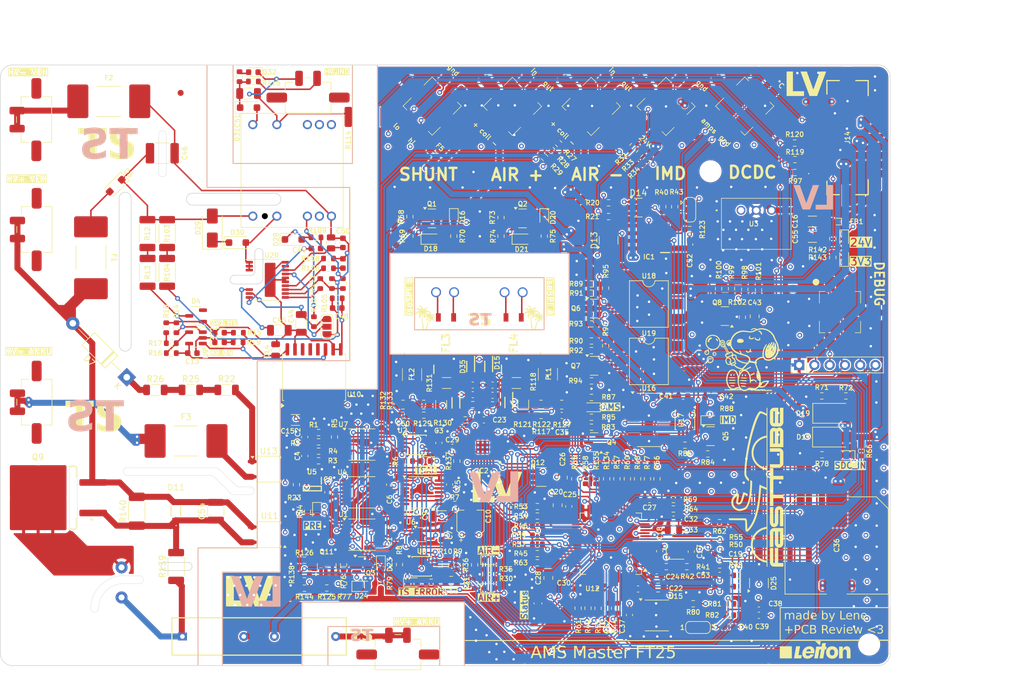
<source format=kicad_pcb>
(kicad_pcb
	(version 20240108)
	(generator "pcbnew")
	(generator_version "8.0")
	(general
		(thickness 1.6)
		(legacy_teardrops no)
	)
	(paper "A4")
	(layers
		(0 "F.Cu" signal)
		(1 "In1.Cu" signal)
		(2 "In2.Cu" signal)
		(31 "B.Cu" signal)
		(32 "B.Adhes" user "B.Adhesive")
		(33 "F.Adhes" user "F.Adhesive")
		(34 "B.Paste" user)
		(35 "F.Paste" user)
		(36 "B.SilkS" user "B.Silkscreen")
		(37 "F.SilkS" user "F.Silkscreen")
		(38 "B.Mask" user)
		(39 "F.Mask" user)
		(40 "Dwgs.User" user "User.Drawings")
		(41 "Cmts.User" user "User.Comments")
		(42 "Eco1.User" user "User.Eco1")
		(43 "Eco2.User" user "User.Eco2")
		(44 "Edge.Cuts" user)
		(45 "Margin" user)
		(46 "B.CrtYd" user "B.Courtyard")
		(47 "F.CrtYd" user "F.Courtyard")
		(48 "B.Fab" user)
		(49 "F.Fab" user)
		(50 "User.1" user)
		(51 "User.2" user)
		(52 "User.3" user)
		(53 "User.4" user)
		(54 "User.5" user)
		(55 "User.6" user)
		(56 "User.7" user)
		(57 "User.8" user)
		(58 "User.9" user)
	)
	(setup
		(stackup
			(layer "F.SilkS"
				(type "Top Silk Screen")
			)
			(layer "F.Paste"
				(type "Top Solder Paste")
			)
			(layer "F.Mask"
				(type "Top Solder Mask")
				(thickness 0.01)
			)
			(layer "F.Cu"
				(type "copper")
				(thickness 0.035)
			)
			(layer "dielectric 1"
				(type "prepreg")
				(thickness 0.1)
				(material "FR4")
				(epsilon_r 4.5)
				(loss_tangent 0.02)
			)
			(layer "In1.Cu"
				(type "copper")
				(thickness 0.035)
			)
			(layer "dielectric 2"
				(type "core")
				(thickness 1.24)
				(material "FR4")
				(epsilon_r 4.5)
				(loss_tangent 0.02)
			)
			(layer "In2.Cu"
				(type "copper")
				(thickness 0.035)
			)
			(layer "dielectric 3"
				(type "prepreg")
				(thickness 0.1)
				(material "FR4")
				(epsilon_r 4.5)
				(loss_tangent 0.02)
			)
			(layer "B.Cu"
				(type "copper")
				(thickness 0.035)
			)
			(layer "B.Mask"
				(type "Bottom Solder Mask")
				(thickness 0.01)
			)
			(layer "B.Paste"
				(type "Bottom Solder Paste")
			)
			(layer "B.SilkS"
				(type "Bottom Silk Screen")
			)
			(copper_finish "None")
			(dielectric_constraints no)
		)
		(pad_to_mask_clearance 0)
		(allow_soldermask_bridges_in_footprints no)
		(pcbplotparams
			(layerselection 0x00010fc_ffffffff)
			(plot_on_all_layers_selection 0x0000000_00000000)
			(disableapertmacros no)
			(usegerberextensions no)
			(usegerberattributes yes)
			(usegerberadvancedattributes yes)
			(creategerberjobfile yes)
			(dashed_line_dash_ratio 12.000000)
			(dashed_line_gap_ratio 3.000000)
			(svgprecision 4)
			(plotframeref no)
			(viasonmask no)
			(mode 1)
			(useauxorigin no)
			(hpglpennumber 1)
			(hpglpenspeed 20)
			(hpglpendiameter 15.000000)
			(pdf_front_fp_property_popups yes)
			(pdf_back_fp_property_popups yes)
			(dxfpolygonmode yes)
			(dxfimperialunits yes)
			(dxfusepcbnewfont yes)
			(psnegative no)
			(psa4output no)
			(plotreference yes)
			(plotvalue yes)
			(plotfptext yes)
			(plotinvisibletext no)
			(sketchpadsonfab no)
			(subtractmaskfromsilk no)
			(outputformat 1)
			(mirror no)
			(drillshape 1)
			(scaleselection 1)
			(outputdirectory "")
		)
	)
	(net 0 "")
	(net 1 "GND")
	(net 2 "+3V3")
	(net 3 "Net-(U8-~{PRE})")
	(net 4 "Net-(U8-~{CLR})")
	(net 5 "/TSAL/HV_Active_Detection/3V3_HV")
	(net 6 "HV-_Vehicle_Side")
	(net 7 "Net-(C17-Pad2)")
	(net 8 "/MCU/RCC_OSC_OUT")
	(net 9 "/MCU/NRST")
	(net 10 "Net-(C26-Pad2)")
	(net 11 "Net-(C28-Pad2)")
	(net 12 "Net-(J10-Pin_2)")
	(net 13 "/CAN_Transceiver/CarCAN_HIGH")
	(net 14 "/CAN_Transceiver/V_{ref}")
	(net 15 "Net-(Q8-G)")
	(net 16 "Net-(JP2-B)")
	(net 17 "Net-(U20-INTVcc)")
	(net 18 "HV+_Vehicle_Side_Fused")
	(net 19 "Net-(C47-Pad1)")
	(net 20 "/HV_Indicator/ENABLE")
	(net 21 "Net-(C49-Pad1)")
	(net 22 "Net-(U20-DCM)")
	(net 23 "Net-(U20-SOURCE)")
	(net 24 "Net-(D32-K)")
	(net 25 "Net-(D31-K)")
	(net 26 "Net-(D1-A)")
	(net 27 "Net-(D2-A)")
	(net 28 "/TSAL/HV_Active_Detection/HV_1")
	(net 29 "Net-(D4-K)")
	(net 30 "Net-(D5-A)")
	(net 31 "Net-(D6-A)")
	(net 32 "Net-(D7-K)")
	(net 33 "/TSAL/Prechareg AUX/HV-_AKKU")
	(net 34 "Net-(D8-A)")
	(net 35 "/MCU/AIR+_Closed")
	(net 36 "Net-(D9-A)")
	(net 37 "/MCU/AIR-_Closed")
	(net 38 "Net-(D19-A)")
	(net 39 "Net-(D16-A)")
	(net 40 "/Relay_Driver/Relay_2")
	(net 41 "/Relay_Driver/Relay_3")
	(net 42 "Net-(D20-A)")
	(net 43 "Net-(D22-A)")
	(net 44 "Net-(D23-A)")
	(net 45 "/Relay_Driver/Relay_4")
	(net 46 "Net-(D26-A)")
	(net 47 "Net-(D27-A)")
	(net 48 "Net-(D28-K)")
	(net 49 "Net-(D28-A)")
	(net 50 "Net-(D29-A1)")
	(net 51 "Net-(D30-A)")
	(net 52 "Net-(D31-A)")
	(net 53 "Net-(D32-A)")
	(net 54 "/CAN_Transceiver/CarCAN_LOW")
	(net 55 "/IO/IMD_M")
	(net 56 "+24V")
	(net 57 "Net-(J14-Pin_2)")
	(net 58 "unconnected-(IC1-IS-Pad4)")
	(net 59 "Net-(IC1-DEN)")
	(net 60 "unconnected-(IC1-NC-Pad5)")
	(net 61 "/IO/IMD_Power")
	(net 62 "Net-(U12-PB15)")
	(net 63 "/IO/TSAL_GREEN")
	(net 64 "/MCU/~{AMS_ERROR_LED}")
	(net 65 "/MCU/~{IMD_ERROR_LED}")
	(net 66 "Net-(J14-Pin_3)")
	(net 67 "Net-(J14-Pin_5)")
	(net 68 "/MCU/Trace_SWO")
	(net 69 "/MCU/SWDIO_1")
	(net 70 "/MCU/SWCLK_1")
	(net 71 "Net-(JP1-C)")
	(net 72 "Net-(JP2-C)")
	(net 73 "Net-(JP3-C)")
	(net 74 "Net-(Q1-G)")
	(net 75 "Net-(Q2-G)")
	(net 76 "Net-(Q3-G)")
	(net 77 "/SDC_Latching/~{AMS_Error}")
	(net 78 "Net-(Q4-D)")
	(net 79 "/SDC_Latching/~{IMD_Error}")
	(net 80 "Net-(Q5-D)")
	(net 81 "Net-(Q6-G)")
	(net 82 "Net-(Q6-D)")
	(net 83 "Net-(Q7-D)")
	(net 84 "Net-(Q7-G)")
	(net 85 "Net-(Q8-D)")
	(net 86 "Net-(Q8-S)")
	(net 87 "/TSAL/Comp_Ref_Low")
	(net 88 "/TSAL/Comp_Ref_Closed")
	(net 89 "/TSAL/~{TS_Error}")
	(net 90 "Net-(U8-C)")
	(net 91 "/MCU/TS_Error")
	(net 92 "Net-(R12-Pad2)")
	(net 93 "Net-(U9--)")
	(net 94 "Net-(R17-Pad2)")
	(net 95 "Net-(U10-IND)")
	(net 96 "/Relay_Driver/aux_out0")
	(net 97 "/Relay_Driver/aux_in0")
	(net 98 "/Relay_Driver/aux_out1")
	(net 99 "/Relay_Driver/aux_in1")
	(net 100 "/TSAL/Relay_State_Detection1/~{Short}")
	(net 101 "/MCU/SDC_closed")
	(net 102 "Net-(U12-PC9)")
	(net 103 "Net-(U12-BOOT0)")
	(net 104 "/MCU/Status_LED_R")
	(net 105 "Net-(D37-A)")
	(net 106 "/MCU/Status_LED_G")
	(net 107 "Net-(U12-PC2)")
	(net 108 "/MCU/Status_LED_B")
	(net 109 "Net-(U12-PA3)")
	(net 110 "Net-(U12-PA7)")
	(net 111 "Net-(U12-PB0)")
	(net 112 "Net-(U12-PA2)")
	(net 113 "Net-(U12-PA6)")
	(net 114 "Net-(U12-PA14)")
	(net 115 "Net-(U12-PA1)")
	(net 116 "/MCU/HV_Active")
	(net 117 "Net-(U12-PA13)")
	(net 118 "Net-(U12-PA0)")
	(net 119 "/MCU/AIR+_Control")
	(net 120 "/MCU/AIR-_Control")
	(net 121 "/MCU/Precharge_Control")
	(net 122 "Net-(U15-Rs)")
	(net 123 "Net-(U16A-C)")
	(net 124 "Net-(U16B-C)")
	(net 125 "Net-(U16A-Q)")
	(net 126 "Net-(U16B-Q)")
	(net 127 "Net-(U16A-~{Q})")
	(net 128 "Net-(U16B-~{Q})")
	(net 129 "Net-(R95-Pad2)")
	(net 130 "Net-(R96-Pad2)")
	(net 131 "/SDC_Latching/Reset_Signal")
	(net 132 "Net-(R103-Pad2)")
	(net 133 "Net-(U20-Vc)")
	(net 134 "Net-(U20-IREG{slash}SS)")
	(net 135 "Net-(U20-TC)")
	(net 136 "Net-(U20-FB)")
	(net 137 "Net-(J8-Pin_2)")
	(net 138 "/TSAL/Mismatch_Relay_2")
	(net 139 "/TSAL/Mismatch_Relay_1")
	(net 140 "Net-(U1-Pad11)")
	(net 141 "/TSAL/AIRs_Closed")
	(net 142 "/TSAL/Mismatch_Relay_3")
	(net 143 "/TSAL/HV_Inactive")
	(net 144 "/TSAL/TS_OK")
	(net 145 "Net-(U2-Pad1)")
	(net 146 "/TSAL/Relay_Mismatch")
	(net 147 "Net-(R22-Pad2)")
	(net 148 "/TSAL/HV_Mismatch")
	(net 149 "unconnected-(U10-OUTA-Pad14)")
	(net 150 "unconnected-(U10-INB-Pad4)")
	(net 151 "unconnected-(U10-INC-Pad12)")
	(net 152 "unconnected-(U10-INA-Pad3)")
	(net 153 "unconnected-(U10-OUTB-Pad13)")
	(net 154 "unconnected-(U10-OUTC-Pad5)")
	(net 155 "unconnected-(U10-NC-Pad7)")
	(net 156 "unconnected-(U12-PD2-Pad54)")
	(net 157 "unconnected-(U12-PC10-Pad51)")
	(net 158 "unconnected-(U12-PC12-Pad53)")
	(net 159 "/TSAL/HV_Active_Detection/-HV_1")
	(net 160 "Net-(FL1-Pad4)")
	(net 161 "Net-(FL1-Pad3)")
	(net 162 "unconnected-(U12-PC14-Pad3)")
	(net 163 "Net-(FL1-Pad2)")
	(net 164 "unconnected-(U12-PC11-Pad52)")
	(net 165 "Net-(FL1-Pad1)")
	(net 166 "Net-(FL2-Pad4)")
	(net 167 "Net-(FL2-Pad2)")
	(net 168 "unconnected-(U12-PC13-Pad2)")
	(net 169 "unconnected-(U12-PC15-Pad4)")
	(net 170 "Net-(FL2-Pad3)")
	(net 171 "/IO/IMD_VCC")
	(net 172 "/SDC_Latching/IMD_Latch_Reset")
	(net 173 "/SDC_Latching/AMS_Latch_Reset")
	(net 174 "/SDC_Latching/SDC_1")
	(net 175 "unconnected-(U18-Pad3)")
	(net 176 "Net-(U18-Pad5)")
	(net 177 "/IO/SDC_OUT")
	(net 178 "unconnected-(U19-Pad3)")
	(net 179 "/TSAL/Relay_Connection_Error")
	(net 180 "/IO/Reset_Button_Out")
	(net 181 "/CAN_Transceiver/CarCAN_RX")
	(net 182 "Net-(FL2-Pad1)")
	(net 183 "Net-(J12-Pin_1)")
	(net 184 "/CAN_Transceiver/CarCAN_TX")
	(net 185 "Net-(J12-Pin_2)")
	(net 186 "Net-(J13-Pin_1)")
	(net 187 "Net-(J13-Pin_2)")
	(net 188 "/MCU/WAKE2")
	(net 189 "/MCU/MSTR1")
	(net 190 "/MCU/SPI1_MISO")
	(net 191 "/MCU/SPI1_SCK")
	(net 192 "/MCU/WAKE1")
	(net 193 "/MCU/INTR1")
	(net 194 "/MCU/IMB")
	(net 195 "Net-(IC2-XCVRMD2)")
	(net 196 "Net-(IC2-XCVRMD)")
	(net 197 "/MCU/SPI2_SCK")
	(net 198 "/MCU/SPI1_NSS")
	(net 199 "/MCU/IPB")
	(net 200 "/MCU/MSTR2")
	(net 201 "/MCU/IPA")
	(net 202 "/MCU/INTR2")
	(net 203 "/MCU/SPI2_MISO")
	(net 204 "/MCU/SPI1_MOSI")
	(net 205 "/MCU/SPI2_NSS")
	(net 206 "/MCU/SPI2_MOSI")
	(net 207 "/MCU/IMA")
	(net 208 "/MCU/RCC_OSC_IN")
	(net 209 "Net-(U12-PC3)")
	(net 210 "Net-(U12-PA5)")
	(net 211 "Net-(U12-PC4)")
	(net 212 "Net-(U12-PB4)")
	(net 213 "Net-(U12-PC5)")
	(net 214 "Net-(U12-PA4)")
	(net 215 "Net-(U12-PB12)")
	(net 216 "Net-(U12-PB14)")
	(net 217 "Net-(U12-PA12)")
	(net 218 "Net-(U12-PB5)")
	(net 219 "Net-(C58-Pad1)")
	(net 220 "Net-(C61-Pad1)")
	(net 221 "Net-(D15-A2)")
	(net 222 "Net-(D34-A2)")
	(net 223 "unconnected-(U20-N.C.-Pad19)")
	(net 224 "Net-(U12-PA15)")
	(net 225 "Net-(D33-A2)")
	(net 226 "Net-(D35-A2)")
	(net 227 "/MCU/AMS_NERROR")
	(net 228 "Net-(D36-A)")
	(net 229 "Net-(D11-K)")
	(net 230 "/Relay_Driver/Precharge/HV+_Akku")
	(net 231 "Net-(Q9-D)")
	(net 232 "Net-(R126-Pad2)")
	(net 233 "HV+_VEH")
	(net 234 "Net-(U12-PB1)")
	(net 235 "Net-(J4-Pin_4)")
	(net 236 "Net-(J4-Pin_3)")
	(net 237 "/Relay_Driver/SDC_Relay")
	(net 238 "/MCU/LV_I")
	(net 239 "/MCU/TEMP_DCDC")
	(net 240 "/IO/TEMP_TSDCDC")
	(net 241 "/IO/LV_I_measure")
	(net 242 "/SDC")
	(net 243 "Net-(Q11-D)")
	(net 244 "Net-(Q11-G)")
	(net 245 "/TSAL/Prechareg AUX/PRE_open")
	(net 246 "/MCU/Precharge_Closed")
	(net 247 "unconnected-(U5-NC-Pad1)")
	(net 248 "Net-(D38-A)")
	(net 249 "Net-(F3-Pad2)")
	(net 250 "Net-(R22-Pad1)")
	(net 251 "Net-(K2-Pad3)")
	(net 252 "Net-(K2-Pad1)")
	(net 253 "Net-(R25-Pad1)")
	(footprint "Resistor_SMD:R_1206_3216Metric" (layer "F.Cu") (at 124.55 95.25 90))
	(footprint "FaSTTUBe_connectors:Micro_Mate-N-Lok_2x2p_vertical" (layer "F.Cu") (at 149.5 45.6 135))
	(footprint "Resistor_SMD:R_0603_1608Metric" (layer "F.Cu") (at 165.9 66.1 180))
	(footprint "Resistor_SMD:R_0805_2012Metric" (layer "F.Cu") (at 144.6 95.25))
	(footprint "Capacitor_SMD:C_0603_1608Metric" (layer "F.Cu") (at 170.875 125.55 180))
	(footprint "Resistor_SMD:R_0603_1608Metric" (layer "F.Cu") (at 133.1 95.3 180))
	(footprint "Capacitor_SMD:C_0603_1608Metric" (layer "F.Cu") (at 177.4 128.425))
	(footprint "Resistor_SMD:R_2010_5025Metric" (layer "F.Cu") (at 78.95 73.225 -90))
	(footprint "Package_TO_SOT_SMD:SOT-23" (layer "F.Cu") (at 138.1 64.25))
	(footprint "MountingHole:MountingHole_3.2mm_M3" (layer "F.Cu") (at 63.85 56.25 -90))
	(footprint "Master:WCAP-ASLI_16" (layer "F.Cu") (at 190.35 118.7 90))
	(footprint "Master:palme"
		(layer "F.Cu")
		(uuid "04b05934-c2a8-4343-9ca2-6a2f48c1a3b0")
		(at 121.9 80.7)
		(property "Reference" "G***"
			(at 0 0 0)
			(layer "F.SilkS")
			(hide yes)
			(uuid "c38163a8-eb57-4e45-b59c-bac8cc11da80")
			(effects
				(font
					(size 1.5 1.5)
					(thickness 0.3)
				)
			)
		)
		(property "Value" "LOGO"
			(at 0.75 0 0)
			(layer "F.SilkS")
			(hide yes)
			(uuid "774485d3-02df-40b5-8ad8-7cb4925caa39")
			(effects
				(font
					(size 1.5 1.5)
					(thickness 0.3)
				)
			)
		)
		(property "Footprint" "Master:palme"
			(at 0 0 0)
			(unlocked yes)
			(layer "F.Fab")
			(hide yes)
			(uuid "f6687dea-8b35-4341-8426-4a8d356b4806")
			(effects
				(font
					(size 1.27 1.27)
				)
			)
		)
		(property "Datasheet" ""
			(at 0 0 0)
			(unlocked yes)
			(layer "F.Fab")
			(hide yes)
			(uuid "718cb3e5-be3b-4146-ba75-78595dd1cc49")
			(effects
				(font
					(size 1.27 1.27)
				)
			)
		)
		(property "Description" ""
			(at 0 0 0)
			(unlocked yes)
			(layer "F.Fab")
			(hide yes)
			(uuid "e6cb7cba-69e3-4b8a-939c-c966b8f4e620")
			(effects
				(font
					(size 1.27 1.27)
				)
			)
		)
		(attr board_only exclude_from_pos_files exclude_from_bom)
		(fp_poly
			(pts
				(xy -1.634616 -1.271154) (xy -1.636539 -1.269231) (xy -1.638462 -1.271154) (xy -1.636539 -1.273077)
			)
			(stroke
				(width 0)
				(type solid)
			)
			(fill solid)
			(layer "F.SilkS")
			(uuid "6604fb89-9d22-48aa-89fa-8591e3dafc44")
		)
		(fp_poly
			(pts
				(xy -1.565385 -0.736539) (xy -1.567308 -0.734616) (xy -1.569231 -0.736539) (xy -1.567308 -0.738462)
			)
			(stroke
				(width 0)
				(type solid)
			)
			(fill solid)
			(layer "F.SilkS")
			(uuid "38170ffc-bbf6-44d1-bb20-415cdce56af6")
		)
		(fp_poly
			(pts
				(xy -1.546154 -1.340385) (xy -1.548077 -1.338462) (xy -1.55 -1.340385) (xy -1.548077 -1.342308)
			)
			(stroke
				(width 0)
				(type solid)
			)
			(fill solid)
			(layer "F.SilkS")
			(uuid "36ed8860-56a8-4e07-b9a9-a70de9973f01")
		)
		(fp_poly
			(pts
				(xy -1.534616 -0.428846) (xy -1.536539 -0.426923) (xy -1.538462 -0.428846) (xy -1.536539 -0.430769)
			)
			(stroke
				(width 0)
				(type solid)
			)
			(fill solid)
			(layer "F.SilkS")
			(uuid "b94d5450-c7b5-4f4a-a00a-f7b8466afa74")
		)
		(fp_poly
			(pts
				(xy -1.476924 -0.851923) (xy -1.478847 -0.85) (xy -1.48077 -0.851923) (xy -1.478847 -0.853846)
			)
			(stroke
				(width 0)
				(type solid)
			)
			(fill solid)
			(layer "F.SilkS")
			(uuid "8308c852-2662-497f-b48f-da455c5f7697")
		)
		(fp_poly
			(pts
				(xy -1.465385 -1.278846) (xy -1.467308 -1.276923) (xy -1.469231 -1.278846) (xy -1.467308 -1.280769)
			)
			(stroke
				(width 0)
				(type solid)
			)
			(fill solid)
			(layer "F.SilkS")
			(uuid "6c4c8dd9-470d-4f79-a3de-5cc9119eeeac")
		)
		(fp_poly
			(pts
				(xy -1.446154 -1.309616) (xy -1.448077 -1.307692) (xy -1.45 -1.309616) (xy -1.448077 -1.311539)
			)
			(stroke
				(width 0)
				(type solid)
			)
			(fill solid)
			(layer "F.SilkS")
			(uuid "33768e38-c3be-427a-92e7-8ae0e8c54e52")
		)
		(fp_poly
			(pts
				(xy -1.415385 -0.901923) (xy -1.417308 -0.9) (xy -1.419231 -0.901923) (xy -1.417308 -0.903846)
			)
			(stroke
				(width 0)
				(type solid)
			)
			(fill solid)
			(layer "F.SilkS")
			(uuid "3bfc8524-9a52-4df6-aa21-d4d268fcec1d")
		)
		(fp_poly
			(pts
				(xy -1.396154 -0.913462) (xy -1.398077 -0.911539) (xy -1.4 -0.913462) (xy -1.398077 -0.915385)
			)
			(stroke
				(width 0)
				(type solid)
			)
			(fill solid)
			(layer "F.SilkS")
			(uuid "088ccc85-baee-46c8-822e-3634375d885c")
		)
		(fp_poly
			(pts
				(xy -1.384616 -0.940385) (xy -1.386539 -0.938462) (xy -1.388462 -0.940385) (xy -1.386539 -0.942308)
			)
			(stroke
				(width 0)
				(type solid)
			)
			(fill solid)
			(layer "F.SilkS")
			(uuid "0823128a-3114-47e2-b712-812e341b383f")
		)
		(fp_poly
			(pts
				(xy -1.238462 -1.171154) (xy -1.240385 -1.169231) (xy -1.242308 -1.171154) (xy -1.240385 -1.173077)
			)
			(stroke
				(width 0)
				(type solid)
			)
			(fill solid)
			(layer "F.SilkS")
			(uuid "7fbd5abb-c986-446a-88f5-787ff4903d51")
		)
		(fp_poly
			(pts
				(xy -1.23077 -0.686539) (xy -1.232693 -0.684616) (xy -1.234616 -0.686539) (xy -1.232693 -0.688462)
			)
			(stroke
				(width 0)
				(type solid)
			)
			(fill solid)
			(layer "F.SilkS")
			(uuid "ceb3fab7-7bd1-43c8-9135-f9fffbeab3ba")
		)
		(fp_poly
			(pts
				(xy -1.2 -0.609616) (xy -1.201924 -0.607692) (xy -1.203847 -0.609616) (xy -1.201924 -0.611539)
			)
			(stroke
				(width 0)
				(type solid)
			)
			(fill solid)
			(layer "F.SilkS")
			(uuid "2121973e-5ce6-4d0e-9a5d-ce5538342c19")
		)
		(fp_poly
			(pts
				(xy -1.161539 -1.275) (xy -1.163462 -1.273077) (xy -1.165385 -1.275) (xy -1.163462 -1.276923)
			)
			(stroke
				(width 0)
				(type solid)
			)
			(fill solid)
			(layer "F.SilkS")
			(uuid "50b80746-13ba-4cc9-8639-d782ce1ad82b")
		)
		(fp_poly
			(pts
				(xy -1.142308 -1.159616) (xy -1.144231 -1.157692) (xy -1.146154 -1.159616) (xy -1.144231 -1.161539)
			)
			(stroke
				(width 0)
				(type solid)
			)
			(fill solid)
			(layer "F.SilkS")
			(uuid "b3891d39-0baa-4b81-8c29-6ee695cdb5b9")
		)
		(fp_poly
			(pts
				(xy -1.096154 -1.182692) (xy -1.098077 -1.180769) (xy -1.1 -1.182692) (xy -1.098077 -1.184616)
			)
			(stroke
				(width 0)
				(type solid)
			)
			(fill solid)
			(layer "F.SilkS")
			(uuid "f3f81e86-c79e-44fb-aaa5-0433a7844c2c")
		)
		(fp_poly
			(pts
				(xy -1.038462 -0.790385) (xy -1.040385 -0.788462) (xy -1.042308 -0.790385) (xy -1.040385 -0.792308)
			)
			(stroke
				(width 0)
				(type solid)
			)
			(fill solid)
			(layer "F.SilkS")
			(uuid "7655cccd-d7a1-4ab2-8c7a-9177c34f45bb")
		)
		(fp_poly
			(pts
				(xy -1.015385 -1.109616) (xy -1.017308 -1.107692) (xy -1.019231 -1.109616) (xy -1.017308 -1.111539)
			)
			(stroke
				(width 0)
				(type solid)
			)
			(fill solid)
			(layer "F.SilkS")
			(uuid "5fa92e7d-af6c-4d53-b27d-0e7c526409e5")
		)
		(fp_poly
			(pts
				(xy -1.003847 -1.128846) (xy -1.00577 -1.126923) (xy -1.007693 -1.128846) (xy -1.00577 -1.130769)
			)
			(stroke
				(width 0)
				(type solid)
			)
			(fill solid)
			(layer "F.SilkS")
			(uuid "16ecc59c-ed3b-46d8-805c-429918ea6cb9")
		)
		(fp_poly
			(pts
				(xy -0.953847 -0.778846) (xy -0.95577 -0.776923) (xy -0.957693 -0.778846) (xy -0.95577 -0.780769)
			)
			(stroke
				(width 0)
				(type solid)
			)
			(fill solid)
			(layer "F.SilkS")
			(uuid "114526fc-636d-4fe9-8e05-3278706cb0fe")
		)
		(fp_poly
			(pts
				(xy -0.919231 -0.813462) (xy -0.921154 -0.811539) (xy -0.923077 -0.813462) (xy -0.921154 -0.815385)
			)
			(stroke
				(width 0)
				(type solid)
			)
			(fill solid)
			(layer "F.SilkS")
			(uuid "b78560e3-2b26-41ad-bb8e-4700bbeb845d")
		)
		(fp_poly
			(pts
				(xy -0.896154 -1.867308) (xy -0.898077 -1.865385) (xy -0.9 -1.867308) (xy -0.898077 -1.869231)
			)
			(stroke
				(width 0)
				(type solid)
			)
			(fill solid)
			(layer "F.SilkS")
			(uuid "5784d68b-1426-4f8e-8b98-c9f72effebdb")
		)
		(fp_poly
			(pts
				(xy -0.896154 0.275) (xy -0.898077 0.276923) (xy -0.9 0.275) (xy -0.898077 0.273077)
			)
			(stroke
				(width 0)
				(type solid)
			)
			(fill solid)
			(layer "F.SilkS")
			(uuid "7896be3a-eebe-4168-970c-9e2d9b1cba22")
		)
		(fp_poly
			(pts
				(xy -0.892308 -0.698077) (xy -0.894231 -0.696154) (xy -0.896154 -0.698077) (xy -0.894231 -0.7)
			)
			(stroke
				(width 0)
				(type solid)
			)
			(fill solid)
			(layer "F.SilkS")
			(uuid "db0b2fee-7aee-4119-8e68-2e55dab27e7c")
		)
		(fp_poly
			(pts
				(xy -0.892308 -0.686539) (xy -0.894231 -0.684616) (xy -0.896154 -0.686539) (xy -0.894231 -0.688462)
			)
			(stroke
				(width 0)
				(type solid)
			)
			(fill solid)
			(layer "F.SilkS")
			(uuid "16f78b05-bf91-4152-8988-3360ee04243c")
		)
		(fp_poly
			(pts
				(xy -0.876924 -0.755769) (xy -0.878847 -0.753846) (xy -0.88077 -0.755769) (xy -0.878847 -0.757692)
			)
			(stroke
				(width 0)
				(type solid)
			)
			(fill solid)
			(layer "F.SilkS")
			(uuid "6d6a8fef-db4c-40ec-bc0b-912117abe107")
		)
		(fp_poly
			(pts
				(xy -0.865385 -1.725) (xy -0.867308 -1.723077) (xy -0.869231 -1.725) (xy -0.867308 -1.726923)
			)
			(stroke
				(width 0)
				(type solid)
			)
			(fill solid)
			(layer "F.SilkS")
			(uuid "f22c9dd8-5874-4593-8f97-79dbda20704d")
		)
		(fp_poly
			(pts
				(xy -0.865385 -1.682692) (xy -0.867308 -1.680769) (xy -0.869231 -1.682692) (xy -0.867308 -1.684616)
			)
			(stroke
				(width 0)
				(type solid)
			)
			(fill solid)
			(layer "F.SilkS")
			(uuid "34c5c061-1bdd-4f62-b070-cdfff52563dc")
		)
		(fp_poly
			(pts
				(xy -0.826924 -0.767308) (xy -0.828847 -0.765385) (xy -0.83077 -0.767308) (xy -0.828847 -0.769231)
			)
			(stroke
				(width 0)
				(type solid)
			)
			(fill solid)
			(layer "F.SilkS")
			(uuid "224111d1-0b33-435f-a57c-41ff990fa462")
		)
		(fp_poly
			(pts
				(xy -0.819231 0.155769) (xy -0.821154 0.157692) (xy -0.823077 0.155769) (xy -0.821154 0.153846)
			)
			(stroke
				(width 0)
				(type solid)
			)
			(fill solid)
			(layer "F.SilkS")
			(uuid "e499e9ea-b583-4cf9-af68-b2347b7935b0")
		)
		(fp_poly
			(pts
				(xy -0.815385 -0.013462) (xy -0.817308 -0.011539) (xy -0.819231 -0.013462) (xy -0.817308 -0.015385)
			)
			(stroke
				(width 0)
				(type solid)
			)
			(fill solid)
			(layer "F.SilkS")
			(uuid "1ee631ec-129b-4855-a877-059cdfc3518a")
		)
		(fp_poly
			(pts
				(xy -0.811539 -0.813462) (xy -0.813462 -0.811539) (xy -0.815385 -0.813462) (xy -0.813462 -0.815385)
			)
			(stroke
				(width 0)
				(type solid)
			)
			(fill solid)
			(layer "F.SilkS")
			(uuid "4c7ac3a5-c11d-469d-83a7-88cd3e99b172")
		)
		(fp_poly
			(pts
				(xy -0.784616 -0.367308) (xy -0.786539 -0.365385) (xy -0.788462 -0.367308) (xy -0.786539 -0.369231)
			)
			(stroke
				(width 0)
				(type solid)
			)
			(fill solid)
			(layer "F.SilkS")
			(uuid "6915e25f-1ce7-4009-bb2f-df58bb2a5716")
		)
		(fp_poly
			(pts
				(xy -0.784616 -0.021154) (xy -0.786539 -0.019231) (xy -0.788462 -0.021154) (xy -0.786539 -0.023077)
			)
			(stroke
				(width 0)
				(type solid)
			)
			(fill solid)
			(layer "F.SilkS")
			(uuid "ab4b6e98-a60a-4091-8c53-2a25805a4f23")
		)
		(fp_poly
			(pts
				(xy -0.773077 -1.525) (xy -0.775 -1.523077) (xy -0.776924 -1.525) (xy -0.775 -1.526923)
			)
			(stroke
				(width 0)
				(type solid)
			)
			(fill solid)
			(layer "F.SilkS")
			(uuid "6ecf325b-340c-432c-9f5b-be256d65efb7")
		)
		(fp_poly
			(pts
				(xy -0.769231 -0.336539) (xy -0.771154 -0.334616) (xy -0.773077 -0.336539) (xy -0.771154 -0.338462)
			)
			(stroke
				(width 0)
				(type solid)
			)
			(fill solid)
			(layer "F.SilkS")
			(uuid "9096b185-a551-4ca8-9b47-60f8c9720edf")
		)
		(fp_poly
			(pts
				(xy -0.75 -0.094231) (xy -0.751924 -0.092308) (xy -0.753847 -0.094231) (xy -0.751924 -0.096154)
			)
			(stroke
				(width 0)
				(type solid)
			)
			(fill solid)
			(layer "F.SilkS")
			(uuid "76f26576-850f-41f1-9fb0-77ef2f69fec5")
		)
		(fp_poly
			(pts
				(xy -0.707693 -0.248077) (xy -0.709616 -0.246154) (xy -0.711539 -0.248077) (xy -0.709616 -0.25)
			)
			(stroke
				(width 0)
				(type solid)
			)
			(fill solid)
			(layer "F.SilkS")
			(uuid "72e5ebe2-e9f6-4325-91e1-5a083776c7ab")
		)
		(fp_poly
			(pts
				(xy -0.7 -1.359616) (xy -0.701924 -1.357692) (xy -0.703847 -1.359616) (xy -0.701924 -1.361539)
			)
			(stroke
				(width 0)
				(type solid)
			)
			(fill solid)
			(layer "F.SilkS")
			(uuid "65b98e5c-dd9e-4203-99e5-b2228be18407")
		)
		(fp_poly
			(pts
				(xy -0.676924 -0.213462) (xy -0.678847 -0.211539) (xy -0.68077 -0.213462) (xy -0.678847 -0.215385)
			)
			(stroke
				(width 0)
				(type solid)
			)
			(fill solid)
			(layer "F.SilkS")
			(uuid "d4ba2ee8-0220-48b7-bb4b-f75aeb27225d")
		)
		(fp_poly
			(pts
				(xy -0.565385 -1.782692) (xy -0.567308 -1.780769) (xy -0.569231 -1.782692) (xy -0.567308 -1.784616)
			)
			(stroke
				(width 0)
				(type solid)
			)
			(fill solid)
			(layer "F.SilkS")
			(uuid "d0f43077-580b-4279-bd65-f6f89113b4e9")
		)
		(fp_poly
			(pts
				(xy -0.553847 -0.628846) (xy -0.55577 -0.626923) (xy -0.557693 -0.628846) (xy -0.55577 -0.630769)
			)
			(stroke
				(width 0)
				(type solid)
			)
			(fill solid)
			(layer "F.SilkS")
			(uuid "80839e7a-badc-4bb0-98ba-68b52ca1f893")
		)
		(fp_poly
			(pts
				(xy -0.538462 0.928846) (xy -0.540385 0.930769) (xy -0.542308 0.928846) (xy -0.540385 0.926923)
			)
			(stroke
				(width 0)
				(type solid)
			)
			(fill solid)
			(layer "F.SilkS")
			(uuid "746de631-2267-405f-833f-760f9be823ba")
		)
		(fp_poly
			(pts
				(xy -0.523077 1.190384) (xy -0.525 1.192308) (xy -0.526924 1.190384) (xy -0.525 1.188461)
			)
			(stroke
				(width 0)
				(type solid)
			)
			(fill solid)
			(layer "F.SilkS")
			(uuid "bdcf4ab6-78f2-492d-9be1-d11e3871fa18")
		)
		(fp_poly
			(pts
				(xy -0.523077 1.209615) (xy -0.525 1.211538) (xy -0.526924 1.209615) (xy -0.525 1.207692)
			)
			(stroke
				(width 0)
				(type solid)
			)
			(fill solid)
			(layer "F.SilkS")
			(uuid "58e00613-22e7-4399-91e0-d5a080f00335")
		)
		(fp_poly
			(pts
				(xy -0.38077 -0.613462) (xy -0.382693 -0.611539) (xy -0.384616 -0.613462) (xy -0.382693 -0.615385)
			)
			(stroke
				(width 0)
				(type solid)
			)
			(fill solid)
			(layer "F.SilkS")
			(uuid "d899fff7-a085-4018-8656-4506410e87b5")
		)
		(fp_poly
			(pts
				(xy -0.369231 -0.490385) (xy -0.371154 -0.488462) (xy -0.373077 -0.490385) (xy -0.371154 -0.492308)
			)
			(stroke
				(width 0)
				(type solid)
			)
			(fill solid)
			(layer "F.SilkS")
			(uuid "2e3fb2e0-b0bf-4c22-aa6d-5887a4de5fb0")
		)
		(fp_poly
			(pts
				(xy -0.361539 -0.628846) (xy -0.363462 -0.626923) (xy -0.365385 -0.628846) (xy -0.363462 -0.630769)
			)
			(stroke
				(width 0)
				(type solid)
			)
			(fill solid)
			(layer "F.SilkS")
			(uuid "e27fea4e-bf73-4fcc-abba-afe1365ae59f")
		)
		(fp_poly
			(pts
				(xy -0.338462 0.221154) (xy -0.340385 0.223077) (xy -0.342308 0.221154) (xy -0.340385 0.219231)
			)
			(stroke
				(width 0)
				(type solid)
			)
			(fill solid)
			(layer "F.SilkS")
			(uuid "71a80cf3-0963-4252-bd8d-8df4145610de")
		)
		(fp_poly
			(pts
				(xy -0.334616 0.267308) (xy -0.336539 0.269231) (xy -0.338462 0.267308) (xy -0.336539 0.265384)
			)
			(stroke
				(width 0)
				(type solid)
			)
			(fill solid)
			(layer "F.SilkS")
			(uuid "de6ed283-b2bc-446d-af2f-dee24ab9a4c3")
		)
		(fp_poly
			(pts
				(xy -0.326924 -0.251923) (xy -0.328847 -0.25) (xy -0.33077 -0.251923) (xy -0.328847 -0.253846)
			)
			(stroke
				(width 0)
				(type solid)
			)
			(fill solid)
			(layer "F.SilkS")
			(uuid "a99b848f-bf18-4724-ae86-430db59c4943")
		)
		(fp_poly
			(pts
				(xy -0.319231 -0.248077) (xy -0.321154 -0.246154) (xy -0.323077 -0.248077) (xy -0.321154 -0.25)
			)
			(stroke
				(width 0)
				(type solid)
			)
			(fill solid)
			(layer "F.SilkS")
			(uuid "8d87ff46-a567-45bb-b025-f2f28d68a4f9")
		)
		(fp_poly
			(pts
				(xy -0.307693 -0.048077) (xy -0.309616 -0.046154) (xy -0.311539 -0.048077) (xy -0.309616 -0.05)
			)
			(stroke
				(width 0)
				(type solid)
			)
			(fill solid)
			(layer "F.SilkS")
			(uuid "8f754d96-9dd6-47fa-b841-fd621789a984")
		)
		(fp_poly
			(pts
				(xy -0.307693 0.075) (xy -0.309616 0.076923) (xy -0.311539 0.075) (xy -0.309616 0.073077)
			)
			(stroke
				(width 0)
				(type solid)
			)
			(fill solid)
			(layer "F.SilkS")
			(uuid "8ad8f1a9-620f-403b-a7a2-e1b29cde9514")
		)
		(fp_poly
			(pts
				(xy -0.3 -0.278846) (xy -0.301924 -0.276923) (xy -0.303847 -0.278846) (xy -0.301924 -0.280769)
			)
			(stroke
				(width 0)
				(type solid)
			)
			(fill solid)
			(layer "F.SilkS")
			(uuid "a6406ec4-222b-4694-bbb8-014edae2acf0")
		)
		(fp_poly
			(pts
				(xy -0.288462 -1.344231) (xy -0.290385 -1.342308) (xy -0.292308 -1.344231) (xy -0.290385 -1.346154)
			)
			(stroke
				(width 0)
				(type solid)
			)
			(fill solid)
			(layer "F.SilkS")
			(uuid "b01b527e-342c-430b-808f-0c6b4e096117")
		)
		(fp_poly
			(pts
				(xy -0.288462 -0.125) (xy -0.290385 -0.123077) (xy -0.292308 -0.125) (xy -0.290385 -0.126923)
			)
			(stroke
				(width 0)
				(type solid)
			)
			(fill solid)
			(layer "F.SilkS")
			(uuid "cffa30af-18b7-4a09-9465-b75fcdee563c")
		)
		(fp_poly
			(pts
				(xy -0.284616 -0.432692) (xy -0.286539 -0.430769) (xy -0.288462 -0.432692) (xy -0.286539 -0.434616)
			)
			(stroke
				(width 0)
				(type solid)
			)
			(fill solid)
			(layer "F.SilkS")
			(uuid "547a6013-13e8-4bfb-83f0-99731d3ab9b6")
		)
		(fp_poly
			(pts
				(xy -0.276924 -1.367308) (xy -0.278847 -1.365385) (xy -0.28077 -1.367308) (xy -0.278847 -1.369231)
			)
			(stroke
				(width 0)
				(type solid)
			)
			(fill solid)
			(layer "F.SilkS")
			(uuid "fc1cbe0c-e54e-4219-8dcd-1ae2a8280829")
		)
		(fp_poly
			(pts
				(xy -0.242308 -0.182692) (xy -0.244231 -0.180769) (xy -0.246154 -0.182692) (xy -0.244231 -0.184616)
			)
			(stroke
				(width 0)
				(type solid)
			)
			(fill solid)
			(layer "F.SilkS")
			(uuid "214d08e9-31ce-41f2-b1cf-634c3a4ed242")
		)
		(fp_poly
			(pts
				(xy -0.242308 0.071154) (xy -0.244231 0.073077) (xy -0.246154 0.071154) (xy -0.244231 0.069231)
			)
			(stroke
				(width 0)
				(type solid)
			)
			(fill solid)
			(layer "F.SilkS")
			(uuid "f955de78-5dad-4a14-9e54-9e222e392636")
		)
		(fp_poly
			(pts
				(xy -0.234616 0.067308) (xy -0.236539 0.069231) (xy -0.238462 0.067308) (xy -0.236539 0.065384)
			)
			(stroke
				(width 0)
				(type solid)
			)
			(fill solid)
			(layer "F.SilkS")
			(uuid "4d359ae6-5f5a-4bfa-bef3-de1901688b16")
		)
		(fp_poly
			(pts
				(xy -0.215385 -1.436539) (xy -0.217308 -1.434616) (xy -0.219231 -1.436539) (xy -0.217308 -1.438462)
			)
			(stroke
				(width 0)
				(type solid)
			)
			(fill solid)
			(layer "F.SilkS")
			(uuid "85cdbc73-142e-4270-98f2-929cc80f1b5a")
		)
		(fp_poly
			(pts
				(xy -0.207693 -0.082692) (xy -0.209616 -0.080769) (xy -0.211539 -0.082692) (xy -0.209616 -0.084616)
			)
			(stroke
				(width 0)
				(type solid)
			)
			(fill solid)
			(layer "F.SilkS")
			(uuid "63ecb8ed-19f5-4685-b365-ed0216792f47")
		)
		(fp_poly
			(pts
				(xy -0.2 -0.228846) (xy -0.201924 -0.226923) (xy -0.203847 -0.228846) (xy -0.201924 -0.230769)
			)
			(stroke
				(width 0)
				(type solid)
			)
			(fill solid)
			(layer "F.SilkS")
			(uuid "5fb3ab80-8bbe-49a8-bbe8-44e3b4eb88a0")
		)
		(fp_poly
			(pts
				(xy -0.184616 -0.121154) (xy -0.186539 -0.119231) (xy -0.188462 -0.121154) (xy -0.186539 -0.123077)
			)
			(stroke
				(width 0)
				(type solid)
			)
			(fill solid)
			(layer "F.SilkS")
			(uuid "c3c3cf85-aff0-4b3c-909c-d31234c437cd")
		)
		(fp_poly
			(pts
				(xy -0.184616 0.144231) (xy -0.186539 0.146154) (xy -0.188462 0.144231) (xy -0.186539 0.142308)
			)
			(stroke
				(width 0)
				(type solid)
			)
			(fill solid)
			(layer "F.SilkS")
			(uuid "be28b208-1568-46d9-8235-0fd7127fbbe4")
		)
		(fp_poly
			(pts
				(xy -0.165385 0.121154) (xy -0.167308 0.123077) (xy -0.169231 0.121154) (xy -0.167308 0.119231)
			)
			(stroke
				(width 0)
				(type solid)
			)
			(fill solid)
			(layer "F.SilkS")
			(uuid "63d70d77-ddbe-4a8d-b969-98fe46e61993")
		)
		(fp_poly
			(pts
				(xy -0.1 -1.525) (xy -0.101924 -1.523077) (xy -0.103847 -1.525) (xy -0.101924 -1.526923)
			)
			(stroke
				(width 0)
				(type solid)
			)
			(fill solid)
			(layer "F.SilkS")
			(uuid "31af9943-198d-42d9-b6b2-fef7cf000dfd")
		)
		(fp_poly
			(pts
				(xy -0.065385 -1.548077) (xy -0.067308 -1.546154) (xy -0.069231 -1.548077) (xy -0.067308 -1.55)
			)
			(stroke
				(width 0)
				(type solid)
			)
			(fill solid)
			(layer "F.SilkS")
			(uuid "e34ebd6c-5c29-4496-88cb-c31065b64543")
		)
		(fp_poly
			(pts
				(xy -0.05 -0.675) (xy -0.051924 -0.673077) (xy -0.053847 -0.675) (xy -0.051924 -0.676923)
			)
			(stroke
				(width 0)
				(type solid)
			)
			(fill solid)
			(layer "F.SilkS")
			(uuid "bb5bcca0-79e4-4733-822d-4948bce27b03")
		)
		(fp_poly
			(pts
				(xy -0.015385 -0.032692) (xy -0.017308 -0.030769) (xy -0.019231 -0.032692) (xy -0.017308 -0.034616)
			)
			(stroke
				(width 0)
				(type solid)
			)
			(fill solid)
			(layer "F.SilkS")
			(uuid "0708c53c-8514-4647-92f8-c092ee32f7da")
		)
		(fp_poly
			(pts
				(xy 0 2.063461) (xy -0.001924 2.065384) (xy -0.003847 2.063461) (xy -0.001924 2.061538)
			)
			(stroke
				(width 0)
				(type solid)
			)
			(fill solid)
			(layer "F.SilkS")
			(uuid "8bb3d26f-2ecf-47cf-bf75-c867c8d62172")
		)
		(fp_poly
			(pts
				(xy 0.05 -0.259616) (xy 0.048076 -0.257692) (xy 0.046153 -0.259616) (xy 0.048076 -0.261539)
			)
			(stroke
				(width 0)
				(type solid)
			)
			(fill solid)
			(layer "F.SilkS")
			(uuid "6ea36a9d-ff9d-48be-a128-978876679dee")
		)
		(fp_poly
			(pts
				(xy 0.080769 1.825) (xy 0.078846 1.826923) (xy 0.076923 1.825) (xy 0.078846 1.823077)
			)
			(stroke
				(width 0)
				(type solid)
			)
			(fill solid)
			(layer "F.SilkS")
			(uuid "5187329e-5b81-441c-b5f9-5b695931e22a")
		)
		(fp_poly
			(pts
				(xy 0.1 -0.944231) (xy 0.098076 -0.942308) (xy 0.096153 -0.944231) (xy 0.098076 -0.946154)
			)
			(stroke
				(width 0)
				(type solid)
			)
			(fill solid)
			(layer "F.SilkS")
			(uuid "d241d08c-daf2-4f26-b2f3-8668334d3f53")
		)
		(fp_poly
			(pts
				(xy 0.103846 -0.867308) (xy 0.101923 -0.865385) (xy 0.1 -0.867308) (xy 0.101923 -0.869231)
			)
			(stroke
				(width 0)
				(type solid)
			)
			(fill solid)
			(layer "F.SilkS")
			(uuid "49e02c1e-ea81-48a1-bfcc-3143f0f361f4")
		)
		(fp_poly
			(pts
				(xy 0.111538 -0.063462) (xy 0.109615 -0.061539) (xy 0.107692 -0.063462) (xy 0.109615 -0.065385)
			)
			(stroke
				(width 0)
				(type solid)
			)
			(fill solid)
			(layer "F.SilkS")
			(uuid "0d68d8c2-3dd2-45ed-8c55-e6b81777a4c0")
		)
		(fp_poly
			(pts
				(xy 0.123076 -0.925) (xy 0.121153 -0.923077) (xy 0.11923 -0.925) (xy 0.121153 -0.926923)
			)
			(stroke
				(width 0)
				(type solid)
			)
			(fill solid)
			(layer "F.SilkS")
			(uuid "b39fbc45-3d64-4196-96b4-75c04a4fdf95")
		)
		(fp_poly
			(pts
				(xy 0.138461 -0.536539) (xy 0.136538 -0.534616) (xy 0.134615 -0.536539) (xy 0.136538 -0.538462)
			)
			(stroke
				(width 0)
				(type solid)
			)
			(fill solid)
			(layer "F.SilkS")
			(uuid "363c9608-bf0c-49ce-adb0-af9fa33adc55")
		)
		(fp_poly
			(pts
				(xy 0.184615 -0.863462) (xy 0.182692 -0.861539) (xy 0.180769 -0.863462) (xy 0.182692 -0.865385)
			)
			(stroke
				(width 0)
				(type solid)
			)
			(fill solid)
			(layer "F.SilkS")
			(uuid "5afd5b49-2184-452e-9e7d-0103613ee1fe")
		)
		(fp_poly
			(pts
				(xy 0.234615 -0.013462) (xy 0.232692 -0.011539) (xy 0.230769 -0.013462) (xy 0.232692 -0.015385)
			)
			(stroke
				(width 0)
				(type solid)
			)
			(fill solid)
			(layer "F.SilkS")
			(uuid "5326965f-fbf6-4095-93b1-e61ebd3b08df")
		)
		(fp_poly
			(pts
				(xy 0.246153 -0.113462) (xy 0.24423 -0.111539) (xy 0.242307 -0.113462) (xy 0.24423 -0.115385)
			)
			(stroke
				(width 0)
				(type solid)
			)
			(fill solid)
			(layer "F.SilkS")
			(uuid "c8db3984-5584-4d31-a744-c017211727ff")
		)
		(fp_poly
			(pts
				(xy 0.273076 -1.436539) (xy 0.271153 -1.434616) (xy 0.26923 -1.436539) (xy 0.271153 -1.438462)
			)
			(stroke
				(width 0)
				(type solid)
			)
			(fill solid)
			(layer "F.SilkS")
			(uuid "0bdda2fb-4a26-4f08-b34f-196ef7bd18eb")
		)
		(fp_poly
			(pts
				(xy 0.296153 -0.759616) (xy 0.29423 -0.757692) (xy 0.292307 -0.759616) (xy 0.29423 -0.761539)
			)
			(stroke
				(width 0)
				(type solid)
			)
			(fill solid)
			(layer "F.SilkS")
			(uuid "ee592dbb-8a26-4781-b1e4-9dd6043237ad")
		)
		(fp_poly
			(pts
				(xy 0.296153 -0.736539) (xy 0.29423 -0.734616) (xy 0.292307 -0.736539) (xy 0.29423 -0.738462)
			)
			(stroke
				(width 0)
				(type solid)
			)
			(fill solid)
			(layer "F.SilkS")
			(uuid "6bc1ea59-2330-4020-ba47-a5be255fa406")
		)
		(fp_poly
			(pts
				(xy 0.307692 -0.732692) (xy 0.305769 -0.730769) (xy 0.303846 -0.732692) (xy 0.305769 -0.734616)
			)
			(stroke
				(width 0)
				(type solid)
			)
			(fill solid)
			(layer "F.SilkS")
			(uuid "9955027b-0098-47d8-840f-be014843e693")
		)
		(fp_poly
			(pts
				(xy 0.315384 0.113461) (xy 0.313461 0.115384) (xy 0.311538 0.113461) (xy 0.313461 0.111538)
			)
			(stroke
				(width 0)
				(type solid)
			)
			(fill solid)
			(layer "F.SilkS")
			(uuid "9bd145a9-7cd4-4be5-a347-c5d525b9700c")
		)
		(fp_poly
			(pts
				(xy 0.326923 -0.955769) (xy 0.325 -0.953846) (xy 0.323076 -0.955769) (xy 0.325 -0.957692)
			)
			(stroke
				(width 0)
				(type solid)
			)
			(fill solid)
			(layer "F.SilkS")
			(uuid "e7464c99-a9f2-48aa-a019-81016f30e985")
		)
		(fp_poly
			(pts
				(xy 0.338461 -0.928846) (xy 0.336538 -0.926923) (xy 0.334615 -0.928846) (xy 0.336538 -0.930769)
			)
			(stroke
				(width 0)
				(type solid)
			)
			(fill solid)
			(layer "F.SilkS")
			(uuid "a42c6ae4-f09b-4435-bedf-7dae1feaef67")
		)
		(fp_poly
			(pts
				(xy 0.384615 -1.455769) (xy 0.382692 -1.453846) (xy 0.380769 -1.455769) (xy 0.382692 -1.457692)
			)
			(stroke
				(width 0)
				(type solid)
			)
			(fill solid)
			(layer "F.SilkS")
			(uuid "a4cacbf3-9b20-4876-81da-3a775b15c05d")
		)
		(fp_poly
			(pts
				(xy 0.392307 0.036538) (xy 0.390384 0.038461) (xy 0.388461 0.036538) (xy 0.390384 0.034615)
			)
			(stroke
				(width 0)
				(type solid)
			)
			(fill solid)
			(layer "F.SilkS")
			(uuid "219428cb-eaa8-4211-8415-ab775e8a6954")
		)
		(fp_poly
			(pts
				(xy 0.4 0.009615) (xy 0.398076 0.011538) (xy 0.396153 0.009615) (xy 0.398076 0.007692)
			)
			(stroke
				(width 0)
				(type solid)
			)
			(fill solid)
			(layer "F.SilkS")
			(uuid "33b03d67-e650-451d-80cf-6aaf6e24f43e")
		)
		(fp_poly
			(pts
				(xy 0.411538 1.478846) (xy 0.409615 1.480769) (xy 0.407692 1.478846) (xy 0.409615 1.476923)
			)
			(stroke
				(width 0)
				(type solid)
			)
			(fill solid)
			(layer "F.SilkS")
			(uuid "02eb94f7-9fd6-40c8-b3c8-e03c2c81cc4d")
		)
		(fp_poly
			(pts
				(xy 0.438461 -0.936539) (xy 0.436538 -0.934616) (xy 0.434615 -0.936539) (xy 0.436538 -0.938462)
			)
			(stroke
				(width 0)
				(type solid)
			)
			(fill solid)
			(layer "F.SilkS")
			(uuid "50f190c8-5d5f-4641-9233-88afe3b1ff54")
		)
		(fp_poly
			(pts
				(xy 0.45 0.875) (xy 0.448076 0.876923) (xy 0.446153 0.875) (xy 0.448076 0.873077)
			)
			(stroke
				(width 0)
				(type solid)
			)
			(fill solid)
			(layer "F.SilkS")
			(uuid "dbed511d-e9bf-445c-a2ee-060c4e0d92e9")
		)
		(fp_poly
			(pts
				(xy 0.457692 -0.832692) (xy 0.455769 -0.830769) (xy 0.453846 -0.832692) (xy 0.455769 -0.834616)
			)
			(stroke
				(width 0)
				(type solid)
			)
			(fill solid)
			(layer "F.SilkS")
			(uuid "31411515-5386-4d7c-b457-efe08f3737ec")
		)
		(fp_poly
			(pts
				(xy 0.461538 -0.917308) (xy 0.459615 -0.915385) (xy 0.457692 -0.917308) (xy 0.459615 -0.919231)
			)
			(stroke
				(width 0)
				(type solid)
			)
			(fill solid)
			(layer "F.SilkS")
			(uuid "098eb304-d400-4f59-8dd2-61b2866bd783")
		)
		(fp_poly
			(pts
				(xy 0.461538 -0.821154) (xy 0.459615 -0.819231) (xy 0.457692 -0.821154) (xy 0.459615 -0.823077)
			)
			(stroke
				(width 0)
				(type solid)
			)
			(fill solid)
			(layer "F.SilkS")
			(uuid "b993413a-0ba1-4520-97d5-4a09aafa1847")
		)
		(fp_poly
			(pts
				(xy 0.461538 -0.809616) (xy 0.459615 -0.807692) (xy 0.457692 -0.809616) (xy 0.459615 -0.811539)
			)
			(stroke
				(width 0)
				(type solid)
			)
			(fill solid)
			(layer "F.SilkS")
			(uuid "37febecf-6ed8-4e04-9e13-03862e2e294f")
		)
		(fp_poly
			(pts
				(xy 0.473076 -1.555769) (xy 0.471153 -1.553846) (xy 0.46923 -1.555769) (xy 0.471153 -1.557692)
			)
			(stroke
				(width 0)
				(type solid)
			)
			(fill solid)
			(layer "F.SilkS")
			(uuid "40969df8-c208-4d42-bee4-a9ae969f9f02")
		)
		(fp_poly
			(pts
				(xy 0.473076 -1.098077) (xy 0.471153 -1.096154) (xy 0.46923 -1.098077) (xy 0.471153 -1.1)
			)
			(stroke
				(width 0)
				(type solid)
			)
			(fill solid)
			(layer "F.SilkS")
			(uuid "5a8706a9-27e0-4018-8086-5aede8f4b30e")
		)
		(fp_poly
			(pts
				(xy 0.492307 -0.890385) (xy 0.490384 -0.888462) (xy 0.488461 -0.890385) (xy 0.490384 -0.892308)
			)
			(stroke
				(width 0)
				(type solid)
			)
			(fill solid)
			(layer "F.SilkS")
			(uuid "8b458a8b-6150-46eb-913b-a455e2096052")
		)
		(fp_poly
			(pts
				(xy 0.530769 -0.378846) (xy 0.528846 -0.376923) (xy 0.526923 -0.378846) (xy 0.528846 -0.380769)
			)
			(stroke
				(width 0)
				(type solid)
			)
			(fill solid)
			(layer "F.SilkS")
			(uuid "e92bd33f-6948-43fb-b743-759dff0b55ac")
		)
		(fp_poly
			(pts
				(xy 0.55 -0.832692) (xy 0.548076 -0.830769) (xy 0.546153 -0.832692) (xy 0.548076 -0.834616)
			)
			(stroke
				(width 0)
				(type solid)
			)
			(fill solid)
			(layer "F.SilkS")
			(uuid "9a3bd189-7b16-44a7-9dbd-45850b626de3")
		)
		(fp_poly
			(pts
				(xy 0.603846 0.144231) (xy 0.601923 0.146154) (xy 0.6 0.144231) (xy 0.601923 0.142308)
			)
			(stroke
				(width 0)
				(type solid)
			)
			(fill solid)
			(layer "F.SilkS")
			(uuid "30829c51-4668-4912-9493-57d57cca4a98")
		)
		(fp_poly
			(pts
				(xy 0.676923 -0.901923) (xy 0.675 -0.9) (xy 0.673076 -0.901923) (xy 0.675 -0.903846)
			)
			(stroke
				(width 0)
				(type solid)
			)
			(fill solid)
			(layer "F.SilkS")
			(uuid "d1186c7e-c550-4cca-8a1b-51838cbdc602")
		)
		(fp_poly
			(pts
				(xy 0.680769 -0.721154) (xy 0.678846 -0.719231) (xy 0.676923 -0.721154) (xy 0.678846 -0.723077)
			)
			(stroke
				(width 0)
				(type solid)
			)
			(fill solid)
			(layer "F.SilkS")
			(uuid "34ebb93e-7e33-48b1-a5be-df2c22cf3275")
		)
		(fp_poly
			(pts
				(xy 0.696153 -0.709616) (xy 0.69423 -0.707692) (xy 0.692307 -0.709616) (xy 0.69423 -0.711539)
			)
			(stroke
				(width 0)
				(type solid)
			)
			(fill solid)
			(layer "F.SilkS")
			(uuid "23991355-cf97-4832-9d55-51260c135429")
		)
		(fp_poly
			(pts
				(xy 0.715384 0.686538) (xy 0.713461 0.688461) (xy 0.711538 0.686538) (xy 0.713461 0.684615)
			)
			(stroke
				(width 0)
				(type solid)
			)
			(fill solid)
			(layer "F.SilkS")
			(uuid "133ed4e2-9321-47ac-8486-32fd40309de8")
		)
		(fp_poly
			(pts
				(xy 0.726923 -0.740385) (xy 0.725 -0.738462) (xy 0.723076 -0.740385) (xy 0.725 -0.742308)
			)
			(stroke
				(width 0)
				(type solid)
			)
			(fill solid)
			(layer "F.SilkS")
			(uuid "72697a1a-c311-49da-b1b6-567936c9c50a")
		)
		(fp_poly
			(pts
				(xy 0.738461 -0.463462) (xy 0.736538 -0.461539) (xy 0.734615 -0.463462) (xy 0.736538 -0.465385)
			)
			(stroke
				(width 0)
				(type solid)
			)
			(fill solid)
			(layer "F.SilkS")
			(uuid "8efb0197-d4b4-428a-9513-215538738170")
		)
		(fp_poly
			(pts
				(xy 0.738461 0.594231) (xy 0.736538 0.596154) (xy 0.734615 0.594231) (xy 0.736538 0.592308)
			)
			(stroke
				(width 0)
				(type solid)
			)
			(fill solid)
			(layer "F.SilkS")
			(uuid "7efc2628-48e9-49d9-83cc-20c344a99adf")
		)
		(fp_poly
			(pts
				(xy 0.746153 -0.944231) (xy 0.74423 -0.942308) (xy 0.742307 -0.944231) (xy 0.74423 -0.946154)
			)
			(stroke
				(width 0)
				(type solid)
			)
			(fill solid)
			(layer "F.SilkS")
			(uuid "9f601188-b31d-40cc-98da-fdc8a6751216")
		)
		(fp_poly
			(pts
				(xy 0.753846 -0.432692) (xy 0.751923 -0.430769) (xy 0.75 -0.432692) (xy 0.751923 -0.434616)
			)
			(stroke
				(width 0)
				(type solid)
			)
			(fill solid)
			(layer "F.SilkS")
			(uuid "b82190ca-d741-44bc-ade3-b1901705d3f2")
		)
		(fp_poly
			(pts
				(xy 0.76923 0.498077) (xy 0.767307 0.5) (xy 0.765384 0.498077) (xy 0.767307 0.496154)
			)
			(stroke
				(width 0)
				(type solid)
			)
			(fill solid)
			(layer "F.SilkS")
			(uuid "6fce98dc-f61a-4e03-b5a3-d80fd93ae0b6")
		)
		(fp_poly
			(pts
				(xy 0.780769 0.698077) (xy 0.778846 0.7) (xy 0.776923 0.698077) (xy 0.778846 0.696154)
			)
			(stroke
				(width 0)
				(type solid)
			)
			(fill solid)
			(layer "F.SilkS")
			(uuid "d65025c6-75e3-4acc-b8e5-b43ddffa856e")
		)
		(fp_poly
			(pts
				(xy 0.788461 0.325) (xy 0.786538 0.326923) (xy 0.784615 0.325) (xy 0.786538 0.323077)
			)
			(stroke
				(width 0)
				(type solid)
			)
			(fill solid)
			(layer "F.SilkS")
			(uuid "c9741c9e-b64a-4076-8d58-ca5c4646a856")
		)
		(fp_poly
			(pts
				(xy 0.788461 0.694231) (xy 0.786538 0.696154) (xy 0.784615 0.694231) (xy 0.786538 0.692308)
			)
			(stroke
				(width 0)
				(type solid)
			)
			(fill solid)
			(layer "F.SilkS")
			(uuid "8c97258b-a374-4606-a3b1-cbc1c778689b")
		)
		(fp_poly
			(pts
				(xy 0.8 -0.378846) (xy 0.798076 -0.376923) (xy 0.796153 -0.378846) (xy 0.798076 -0.380769)
			)
			(stroke
				(width 0)
				(type solid)
			)
			(fill solid)
			(layer "F.SilkS")
			(uuid "145f34a3-f8ea-48e9-8593-595a2a86202d")
		)
		(fp_poly
			(pts
				(xy 0.807692 0.767308) (xy 0.805769 0.769231) (xy 0.803846 0.767308) (xy 0.805769 0.765384)
			)
			(stroke
				(width 0)
				(type solid)
			)
			(fill solid)
			(layer "F.SilkS")
			(uuid "9650dd2e-e4ae-4c9d-98ff-be01f6f43f66")
		)
		(fp_poly
			(pts
				(xy 0.811538 0.609615) (xy 0.809615 0.611538) (xy 0.807692 0.609615) (xy 0.809615 0.607692)
			)
			(stroke
				(width 0)
				(type solid)
			)
			(fill solid)
			(layer "F.SilkS")
			(uuid "f5ecaee0-48f3-47a9-bf5e-1bca60651668")
		)
		(fp_poly
			(pts
				(xy 0.830769 0.590384) (xy 0.828846 0.592308) (xy 0.826923 0.590384) (xy 0.828846 0.588461)
			)
			(stroke
				(width 0)
				(type solid)
			)
			(fill solid)
			(layer "F.SilkS")
			(uuid "3ef0a30d-aa41-4252-b483-b0a251d895a1")
		)
		(fp_poly
			(pts
				(xy 0.838461 -0.882692) (xy 0.836538 -0.880769) (xy 0.834615 -0.882692) (xy 0.836538 -0.884616)
			)
			(stroke
				(width 0)
				(type solid)
			)
			(fill solid)
			(layer "F.SilkS")
			(uuid "79862bb5-307b-4f35-8a79-f027149abbb5")
		)
		(fp_poly
			(pts
				(xy 0.838461 0.325) (xy 0.836538 0.326923) (xy 0.834615 0.325) (xy 0.836538 0.323077)
			)
			(stroke
				(width 0)
				(type solid)
			)
			(fill solid)
			(layer "F.SilkS")
			(uuid "52a334fd-7d79-4b8a-8bf4-7d2eb4937868")
		)
		(fp_poly
			(pts
				(xy 0.865384 -0.844231) (xy 0.863461 -0.842308) (xy 0.861538 -0.844231) (xy 0.863461 -0.846154)
			)
			(stroke
				(width 0)
				(type solid)
			)
			(fill solid)
			(layer "F.SilkS")
			(uuid "eb6afcca-bfc8-4444-94af-aa810b9bba82")
		)
		(fp_poly
			(pts
				(xy 0.86923 0.394231) (xy 0.867307 0.396154) (xy 0.865384 0.394231) (xy 0.867307 0.392308)
			)
			(stroke
				(width 0)
				(type solid)
			)
			(fill solid)
			(layer "F.SilkS")
			(uuid "48bd4fa3-9194-4270-8a2e-ff881d7e6035")
		)
		(fp_poly
			(pts
				(xy 0.873076 0.717308) (xy 0.871153 0.719231) (xy 0.86923 0.717308) (xy 0.871153 0.715384)
			)
			(stroke
				(width 0)
				(type solid)
			)
			(fill solid)
			(layer "F.SilkS")
			(uuid "22eeeb07-7c3b-4866-8ab5-a3401ec79aa7")
		)
		(fp_poly
			(pts
				(xy 0.876923 0.390384) (xy 0.875 0.392308) (xy 0.873076 0.390384) (xy 0.875 0.388461)
			)
			(stroke
				(width 0)
				(type solid)
			)
			(fill solid)
			(layer "F.SilkS")
			(uuid "1d090ed3-946f-4e95-816c-03a8101e972c")
		)
		(fp_poly
			(pts
				(xy 0.880769 -0.848077) (xy 0.878846 -0.846154) (xy 0.876923 -0.848077) (xy 0.878846 -0.85)
			)
			(stroke
				(width 0)
				(type solid)
			)
			(fill solid)
			(layer "F.SilkS")
			(uuid "93344c35-4420-4305-9c4a-8161ddf7e63c")
		)
		(fp_poly
			(pts
				(xy 0.9 0.694231) (xy 0.898076 0.696154) (xy 0.896153 0.694231) (xy 0.898076 0.692308)
			)
			(stroke
				(width 0)
				(type solid)
			)
			(fill solid)
			(layer "F.SilkS")
			(uuid "fa136d31-b2ef-4843-8dab-9c0680aeda6e")
		)
		(fp_poly
			(pts
				(xy 0.907692 0.686538) (xy 0.905769 0.688461) (xy 0.903846 0.686538) (xy 0.905769 0.684615)
			)
			(stroke
				(width 0)
				(type solid)
			)
			(fill solid)
			(layer "F.SilkS")
			(uuid "49ee98cf-3115-40f3-9a71-81edd93c2e9f")
		)
		(fp_poly
			(pts
				(xy 0.911538 -0.805769) (xy 0.909615 -0.803846) (xy 0.907692 -0.805769) (xy 0.909615 -0.807692)
			)
			(stroke
				(width 0)
				(type solid)
			)
			(fill solid)
			(layer "F.SilkS")
			(uuid "33727f98-f58c-4c0e-a63e-696d6411e849")
		)
		(fp_poly
			(pts
				(xy 0.923076 0.671154) (xy 0.921153 0.673077) (xy 0.91923 0.671154) (xy 0.921153 0.669231)
			)
			(stroke
				(width 0)
				(type solid)
			)
			(fill solid)
			(layer "F.SilkS")
			(uuid "ee489573-0586-485f-95a7-6714271955b0")
		)
		(fp_poly
			(pts
				(xy 0.930769 0.663461) (xy 0.928846 0.665384) (xy 0.926923 0.663461) (xy 0.928846 0.661538)
			)
			(stroke
				(width 0)
				(type solid)
			)
			(fill solid)
			(layer "F.SilkS")
			(uuid "9bad9ec1-d4a0-4ec5-a2cd-c803a9cad697")
		)
		(fp_poly
			(pts
				(xy 0.942307 -0.763462) (xy 0.940384 -0.761539) (xy 0.938461 -0.763462) (xy 0.940384 -0.765385)
			)
			(stroke
				(width 0)
				(type solid)
			)
			(fill solid)
			(layer "F.SilkS")
			(uuid "949fc01f-abd4-447c-897d-42ca854f9a67")
		)
		(fp_poly
			(pts
				(xy 0.957692 0.632692) (xy 0.955769 0.634615) (xy 0.953846 0.632692) (xy 0.955769 0.630769)
			)
			(stroke
				(width 0)
				(type solid)
			)
			(fill solid)
			(layer "F.SilkS")
			(uuid "4de3f9c6-d5d7-4381-92e6-fbfa080bcd26")
		)
		(fp_poly
			(pts
				(xy 1.046153 -0.351923) (xy 1.04423 -0.35) (xy 1.042307 -0.351923) (xy 1.04423 -0.353846)
			)
			(stroke
				(width 0)
				(type solid)
			)
			(fill solid)
			(layer "F.SilkS")
			(uuid "09479466-b4a1-433c-9650-7c79e63f2c4f")
		)
		(fp_poly
			(pts
				(xy 1.173076 0.025) (xy 1.171153 0.026923) (xy 1.16923 0.025) (xy 1.171153 0.023077)
			)
			(stroke
				(width 0)
				(type solid)
			)
			(fill solid)
			(layer "F.SilkS")
			(uuid "81ae5b75-12ca-41fd-a433-49b31cc91af8")
		)
		(fp_poly
			(pts
				(xy 1.188461 0.313461) (xy 1.186538 0.315384) (xy 1.184615 0.313461) (xy 1.186538 0.311538)
			)
			(stroke
				(width 0)
				(type solid)
			)
			(fill solid)
			(layer "F.SilkS")
			(uuid "7dc37203-f9f0-48ab-a408-f524dfc4a628")
		)
		(fp_poly
			(pts
				(xy 1.207692 0.494231) (xy 1.205769 0.496154) (xy 1.203846 0.494231) (xy 1.205769 0.492308)
			)
			(stroke
				(width 0)
				(type solid)
			)
			(fill solid)
			(layer "F.SilkS")
			(uuid "e59d9bbc-f0a5-4c7a-a764-c8dfed622b84")
		)
		(fp_poly
			(pts
				(xy 1.226923 -0.186539) (xy 1.225 -0.184616) (xy 1.223076 -0.186539) (xy 1.225 -0.188462)
			)
			(stroke
				(width 0)
				(type solid)
			)
			(fill solid)
			(layer "F.SilkS")
			(uuid "4d31716c-ae4f-4636-a692-c7f501df2acd")
		)
		(fp_poly
			(pts
				(xy 1.25 -0.232692) (xy 1.248076 -0.230769) (xy 1.246153 -0.232692) (xy 1.248076 -0.234616)
			)
			(stroke
				(width 0)
				(type solid)
			)
			(fill solid)
			(layer "F.SilkS")
			(uuid "8a2ab811-3813-47a8-b3d2-ebf1cc682f60")
		)
		(fp_poly
			(pts
				(xy 1.257692 0.048077) (xy 1.255769 0.05) (xy 1.253846 0.048077) (xy 1.255769 0.046154)
			)
			(stroke
				(width 0)
				(type solid)
			)
			(fill solid)
			(layer "F.SilkS")
			(uuid "efd44f13-eb0e-4829-a1e3-3970458de37b")
		)
		(fp_poly
			(pts
				(xy 1.280769 -0.286539) (xy 1.278846 -0.284616) (xy 1.276923 -0.286539) (xy 1.278846 -0.288462)
			)
			(stroke
				(width 0)
				(type solid)
			)
			(fill solid)
			(layer "F.SilkS")
			(uuid "f3410f4e-514a-4f75-9fe3-210a96b4b0ff")
		)
		(fp_poly
			(pts
				(xy 1.280769 -0.278846) (xy 1.278846 -0.276923) (xy 1.276923 -0.278846) (xy 1.278846 -0.280769)
			)
			(stroke
				(width 0)
				(type solid)
			)
			(fill solid)
			(layer "F.SilkS")
			(uuid "388f7623-f017-44c1-989c-bc41e5e1d3f1")
		)
		(fp_poly
			(pts
				(xy 1.323076 0.194231) (xy 1.321153 0.196154) (xy 1.31923 0.194231) (xy 1.321153 0.192308)
			)
			(stroke
				(width 0)
				(type solid)
			)
			(fill solid)
			(layer "F.SilkS")
			(uuid "fbc82302-823c-4e95-82bb-31af8aafd7f6")
		)
		(fp_poly
			(pts
				(xy 1.353846 0.090384) (xy 1.351923 0.092308) (xy 1.35 0.090384) (xy 1.351923 0.088461)
			)
			(stroke
				(width 0)
				(type solid)
			)
			(fill solid)
			(layer "F.SilkS")
			(uuid "3487f702-3749-4cf9-aa6c-125e06dc9372")
		)
		(fp_poly
			(pts
				(xy 1.434615 0.109615) (xy 1.432692 0.111538) (xy 1.430769 0.109615) (xy 1.432692 0.107692)
			)
			(stroke
				(width 0)
				(type solid)
			)
			(fill solid)
			(layer "F.SilkS")
			(uuid "2da80d80-ad23-4321-b79d-d851e512f00f")
		)
		(fp_poly
			(pts
				(xy 1.488461 -0.063462) (xy 1.486538 -0.061539) (xy 1.484615 -0.063462) (xy 1.486538 -0.065385)
			)
			(stroke
				(width 0)
				(type solid)
			)
			(fill solid)
			(layer "F.SilkS")
			(uuid "e3ca7886-0a0d-4cc5-8e38-e2c29566b55a")
		)
		(fp_poly
			(pts
				(xy 1.5 -0.313462) (xy 1.498076 -0.311539) (xy 1.496153 -0.313462) (xy 1.498076 -0.315385)
			)
			(stroke
				(width 0)
				(type solid)
			)
			(fill solid)
			(layer "F.SilkS")
			(uuid "501bb738-9955-4473-a8b3-8a5004bd4257")
		)
		(fp_poly
			(pts
				(xy 1.515384 -0.040385) (xy 1.513461 -0.038462) (xy 1.511538 -0.040385) (xy 1.513461 -0.042308)
			)
			(stroke
				(width 0)
				(type solid)
			)
			(fill solid)
			(layer "F.SilkS")
			(uuid "a7445794-5e89-495b-9d89-beca32a887e5")
		)
		(fp_poly
			(pts
				(xy 1.523076 -0.032692) (xy 1.521153 -0.030769) (xy 1.51923 -0.032692) (xy 1.521153 -0.034616)
			)
			(stroke
				(width 0)
				(type solid)
			)
			(fill solid)
			(layer "F.SilkS")
			(uuid "50bbf629-19b0-4923-8a85-9667f6df05e4")
		)
		(fp_poly
			(pts
				(xy 1.557692 -0.340385) (xy 1.555769 -0.338462) (xy 1.553846 -0.340385) (xy 1.555769 -0.342308)
			)
			(stroke
				(width 0)
				(type solid)
			)
			(fill solid)
			(layer "F.SilkS")
			(uuid "a909a641-b6c0-411a-9cba-d327ee3c3d28")
		)
		(fp_poly
			(pts
				(xy 1.661538 -0.298077) (xy 1.659615 -0.296154) (xy 1.657692 -0.298077) (xy 1.659615 -0.3)
			)
			(stroke
				(width 0)
				(type solid)
			)
			(fill solid)
			(layer "F.SilkS")
			(uuid "7c3aaea2-385d-4b28-9e39-077569e58a5f")
		)
		(fp_poly
			(pts
				(xy 1.711538 -0.298077) (xy 1.709615 -0.296154) (xy 1.707692 -0.298077) (xy 1.709615 -0.3)
			)
			(stroke
				(width 0)
				(type solid)
			)
			(fill solid)
			(layer "F.SilkS")
			(uuid "4aa8ed5c-19e9-443b-b235-a470153b8b5e")
		)
		(fp_poly
			(pts
				(xy -1.289744 -1.302564) (xy -1.290272 -1.300278) (xy -1.292308 -1.3) (xy -1.295474 -1.301407) (xy -1.294872 -1.302564)
				(xy -1.290308 -1.303025)
			)
			(stroke
				(width 0)
				(type solid)
			)
			(fill solid)
			(layer "F.SilkS")
			(uuid "cab06aab-9cb2-4d81-b10b-bf7ba96fd972")
		)
		(fp_poly
			(pts
				(xy 0.464102 -1.552564) (xy 0.463574 -1.550278) (xy 0.461538 -1.55) (xy 0.458372 -1.551407) (xy 0.458974 -1.552564)
				(xy 0.463538 -1.553025)
			)
			(stroke
				(width 0)
				(type solid)
			)
			(fill solid)
			(layer "F.SilkS")
			(uuid "c472260a-333f-45a8-a4c0-7fdc0a9776a4")
		)
		(fp_poly
			(pts
				(xy 0.648717 -0.25641) (xy 0.648189 -0.254124) (xy 0.646153 -0.253846) (xy 0.642988 -0.255254) (xy 0.643589 -0.25641)
				(xy 0.648154 -0.256871)
			)
			(stroke
				(width 0)
				(type solid)
			)
			(fill solid)
			(layer "F.SilkS")
			(uuid "c87e72dd-3db2-4b78-b3de-8ed01c99c0d7")
		)
		(fp_poly
			(pts
				(xy 0.987179 -0.633334) (xy 0.987639 -0.628769) (xy 0.987179 -0.628205) (xy 0.984892 -0.628733)
				(xy 0.984615 -0.630769) (xy 0.986022 -0.633935)
			)
			(stroke
				(width 0)
				(type solid)
			)
			(fill solid)
			(layer "F.SilkS")
			(uuid "ab844c70-daa6-4697-a058-2af0191384b0")
		)
		(fp_poly
			(pts
				(xy -0.592902 -1.359983) (xy -0.588806 -1.356408) (xy -0.588462 -1.355542) (xy -0.590287 -1.353962)
				(xy -0.594088 -1.357504) (xy -0.594599 -1.358287) (xy -0.595052 -1.360919)
			)
			(stroke
				(width 0)
				(type solid)
			)
			(fill solid)
			(layer "F.SilkS")
			(uuid "bab4729e-d9d2-4a78-95e8-5d265e54a472")
		)
		(fp_poly
			(pts
				(xy 0.703251 -0.890752) (xy 0.707348 -0.887177) (xy 0.707692 -0.886312) (xy 0.705867 -0.884731)
				(xy 0.702066 -0.888273) (xy 0.701555 -0.889056) (xy 0.701102 -0.891688)
			)
			(stroke
				(width 0)
				(type solid)
			)
			(fill solid)
			(layer "F.SilkS")
			(uuid "d03f0e49-22e2-4e30-a4a0-89fb4135fd85")
		)
		(fp_poly
			(pts
				(xy 1.222482 0.078479) (xy 1.226579 0.082054) (xy 1.226923 0.082919) (xy 1.225097 0.0845) (xy 1.221297 0.080958)
				(xy 1.220786 0.080175) (xy 1.220333 0.077543)
			)
			(stroke
				(width 0)
				(type solid)
			)
			(fill solid)
			(layer "F.SilkS")
			(uuid "fb4d9757-d498-4c05-b693-625e8a1cc6cb")
		)
		(fp_poly
			(pts
				(xy 1.495559 -0.294598) (xy 1.499688 -0.290726) (xy 1.498841 -0.288499) (xy 1.498303 -0.288462)
				(xy 1.49505 -0.291194) (xy 1.493863 -0.292902) (xy 1.49341 -0.295534)
			)
			(stroke
				(width 0)
				(type solid)
			)
			(fill solid)
			(layer "F.SilkS")
			(uuid "076138c3-e1e4-45fe-86bd-3e7b1e677944")
		)
		(fp_poly
			(pts
				(xy 0.737254 0.652484) (xy 0.736538 0.653846) (xy 0.732914 0.657519) (xy 0.732238 0.657692) (xy 0.731975 0.655208)
				(xy 0.732692 0.653846) (xy 0.736316 0.650173) (xy 0.736992 0.65)
			)
			(stroke
				(width 0)
				(type solid)
			)
			(fill solid)
			(layer "F.SilkS")
			(uuid "5264bb98-ac40-4e69-98aa-650a90439959")
		)
		(fp_poly
			(pts
				(xy -1.036067 -1.957269) (xy -1.007989 -1.956363) (xy -0.981441 -1.954871) (xy -0.95826 -1.952822)
				(xy -0.949625 -1.951755) (xy -0.901156 -1.94334) (xy -0.852159 -1.931639) (xy -0.804281 -1.917201)
				(xy -0.759168 -1.900577) (xy -0.718466 -1.882313) (xy -0.684422 -1.86334) (xy -0.673864 -1.857202)
				(xy -0.665545 -1.8533) (xy -0.662692 -1.852564) (xy -0.659611 -1.850632) (xy -0.660012 -1.849359)
				(xy -0.659323 -1.846289) (xy -0.658367 -1.846154) (xy -0.653985 -1.843939) (xy -0.644995 -1.837953)
				(xy -0.632831 -1.829186) (xy -0.622622 -1.821484) (xy -0.609049 -1.811524) (xy -0.597526 -1.80393)
				(xy -0.589486 -1.799596) (xy -0.586599 -1.799024) (xy -0.584732 -1.799183) (xy -0.585585 -1.798045)
				(xy -0.58442 -1.794108) (xy -0.578867 -1.786566) (xy -0.570348 -1.776859) (xy -0.560282 -1.766428)
				(xy -0.55009 -1.756711) (xy -0.541192 -1.749151) (xy -0.535008 -1.745185) (xy -0.53331 -1.745038)
				(xy -0.531486 -1.744781) (xy -0.532519 -1.74259) (xy -0.532112 -1.736545) (xy -0.526373 -1.728101)
				(xy -0.525888 -1.727572) (xy -0.516347 -1.716145) (xy -0.504381 -1.700087) (xy -0.491399 -1.681435)
				(xy -0.478808 -1.662228) (xy -0.468016 -1.644503) (xy -0.465675 -1.640385) (xy -0.458576 -1.628325)
				(xy -0.452396 -1.619004) (xy -0.448519 -1.614482) (xy -0.44615 -1.611917) (xy -0.446875 -1.611598)
				(xy -0.446746 -1.60839) (xy -0.443911 -1.600011) (xy -0.438975 -1.588233) (xy -0.438645 -1.5875)
				(xy -0.417636 -1.534752) (xy -0.399583 -1.476573) (xy -0.384876 -1.414781) (xy -0.373905 -1.351197)
				(xy -0.367059 -1.28764) (xy -0.36491 -1.243269) (xy -0.36401 -1.227265) (xy -0.362241 -1.217936)
				(xy -0.359744 -1.215591) (xy -0.35666 -1.220533) (xy -0.355688 -1.223333) (xy -0.351645 -1.232502)
				(xy -0.344029 -1.246632) (xy -0.333675 -1.26438) (xy -0.321415 -1.284402) (xy -0.308082 -1.305353)
				(xy -0.294509 -1.32589) (xy -0.28153 -1.344668) (xy -0.274428 -1.354459) (xy -0.258757 -1.37433)
				(xy -0.239913 -1.396287) (xy -0.219353 -1.418797) (xy -0.198534 -1.440325) (xy -0.178912 -1.459336)
				(xy -0.161945 -1.474296) (xy -0.156769 -1.478393) (xy -0.1488 -1.485575) (xy -0.144833 -1.491458)
				(xy -0.144863 -1.49333) (xy -0.144881 -1.495499) (xy -0.142925 -1.494612) (xy -0.137351 -1.495001)
				(xy -0.128833 -1.499304) (xy -0.125985 -1.501299) (xy -0.1172 -1.507287) (xy -0.103856 -1.515664)
				(xy -0.088121 -1.525087) (xy -0.078854 -1.530446) (xy -0.023316 -1.557718) (xy 0.035399 -1.578151)
				(xy 0.096903 -1.591721) (xy 0.160806 -1.598405) (xy 0.226717 -1.598178) (xy 0.294246 -1.591017)
				(xy 0.363004 -1.576896) (xy 0.417307 -1.561014) (xy 0.428785 -1.556748) (xy 0.443849 -1.550485)
				(xy 0.461126 -1.542875) (xy 0.479244 -1.534566) (xy 0.496831 -1.526209) (xy 0.512513 -1.518452)
				(xy 0.524918 -1.511946) (xy 0.532674 -1.507339) (xy 0.534615 -1.505507) (xy 0.531395 -1.504328)
				(xy 0.524038 -1.505185) (xy 0.515681 -1.506997) (xy 0.502106 -1.509936) (xy 0.485611 -1.513504)
				(xy 0.476923 -1.515383) (xy 0.454093 -1.519297) (xy 0.426221 -1.522508) (xy 0.395625 -1.524889)
				(xy 0.364624 -1.526313) (xy 0.335537 -1.526653) (xy 0.310682 -1.525782) (xy 0.301737 -1.524988)
				(xy 0.288339 -1.523255) (xy 0.281935 -1.521737) (xy 0.281841 -1.520202) (xy 0.284615 -1.519149)
				(xy 0.293532 -1.516158) (xy 0.306236 -1.511489) (xy 0.315384 -1.507954) (xy 0.329035 -1.501985)
				(xy 0.343551 -1.494684) (xy 0.357978 -1.486682) (xy 0.371361 -1.478607) (xy 0.382745 -1.47109) (xy 0.391177 -1.464759)
				(xy 0.395701 -1.460245) (xy 0.395363 -1.458177) (xy 0.389423 -1.459122) (xy 0.375126 -1.462234)
				(xy 0.354808 -1.465276) (xy 0.330139 -1.468118) (xy 0.302789 -1.470635) (xy 0.274427 -1.472699)
				(xy 0.246726 -1.474182) (xy 0.221354 -1.474958) (xy 0.199983 -1.474898) (xy 0.18938 -1.474378) (xy 0.157178 -1.471903)
				(xy 0.193012 -1.459501) (xy 0.211828 -1.452707) (xy 0.231003 -1.44532) (xy 0.247298 -1.4386) (xy 0.251923 -1.436548)
				(xy 0.267294 -1.429585) (xy 0.282806 -1.42266) (xy 0.29189 -1.418671) (xy 0.301341 -1.414111) (xy 0.306619 -1.410645)
				(xy 0.307047 -1.409611) (xy 0.302776 -1.409409) (xy 0.29247 -1.410159) (xy 0.277708 -1.411719) (xy 0.26131 -1.413777)
				(xy 0.242454 -1.415811) (xy 0.219924 -1.41746) (xy 0.195125 -1.418705) (xy 0.16946 -1.419526) (xy 0.144335 -1.419903)
				(xy 0.121154 -1.419815) (xy 0.101322 -1.419242) (xy 0.086243 -1.418165) (xy 0.077322 -1.416563)
				(xy 0.076923 -1.416414) (xy 0.071656 -1.413982) (xy 0.071815 -1.412345) (xy 0.07826 -1.41074) (xy 0.08458 -1.409631)
				(xy 0.098444 -1.406556) (xy 0.117317 -1.401397) (xy 0.139031 -1.39484) (xy 0.161421 -1.387573) (xy 0.182318 -1.380283)
				(xy 0.199558 -1.373658) (xy 0.204156 -1.371699) (xy 0.225 -1.362488) (xy 0.123076 -1.360462) (xy 0.088438 -1.359648)
				(xy 0.060413 -1.358661) (xy 0.037925 -1.357401) (xy 0.019897 -1.355769) (xy 0.005251 -1.353665)
				(xy -0.007091 -1.350989) (xy -0.018206 -1.347642) (xy -0.019231 -1.347288) (xy -0.018061 -1.34564)
				(xy -0.01076 -1.342614) (xy 0.001322 -1.338628) (xy 0.016838 -1.334104) (xy 0.034437 -1.32946) (xy 0.05 -1.325739)
				(xy 0.057237 -1.323404) (xy 0.06751 -1.319368) (xy 0.06923 -1.318636) (xy 0.079455 -1.314386) (xy 0.093929 -1.308555)
				(xy 0.109722 -1.302321) (xy 0.111538 -1.301613) (xy 0.140384 -1.290385) (xy 0.065384 -1.287869)
				(xy 0.032393 -1.286492) (xy 0.002534 -1.284721) (xy -0.023637 -1.28264) (xy -0.045565 -1.28033)
				(xy -0.062692 -1.277874) (xy -0.074463 -1.275354) (xy -0.080321 -1.272853) (xy -0.079711 -1.270453)
				(xy -0.072075 -1.268236) (xy -0.069775 -1.267841) (xy -0.05971 -1.265644) (xy -0.045731 -1.26183)
				(xy -0.029437 -1.256927) (xy -0.012428 -1.251467) (xy 0.003696 -1.245978) (xy 0.017333 -1.24099)
				(xy 0.026886 -1.237034) (xy 0.030752 -1.234639) (xy 0.030769 -1.234548) (xy 0.027217 -1.233092)
				(xy 0.017716 -1.231457) (xy 0.003995 -1.229912) (xy -0.003144 -1.229313) (xy -0.024626 -1.227237)
				(xy -0.048781 -1.224165) (xy -0.073734 -1.22041) (xy -0.097611 -1.216286) (xy -0.118537 -1.212105)
				(xy -0.134636 -1.208182) (xy -0.140385 -1.20638) (xy -0.148095 -1.203399) (xy -0.151096 -1.20119)
				(xy -0.148695 -1.199314) (xy -0.140197 -1.197332) (xy -0.124909 -1.194805) (xy -0.121154 -1.194224)
				(xy -0.107831 -1.191806) (xy -0.092148 -1.188418) (xy -0.07583 -1.184508) (xy -0.060604 -1.180522)
				(xy -0.048198 -1.176906) (xy -0.040338 -1.174106) (xy -0.038462 -1.172839) (xy -0.041968 -1.171092)
				(xy -0.051271 -1.168736) (xy -0.064546 -1.166215) (xy -0.06827 -1.165611) (xy -0.088644 -1.162001)
				(xy -0.109897 -1.157525) (xy -0.130914 -1.152507) (xy -0.15058 -1.147269) (xy -0.167781 -1.142136)
				(xy -0.181402 -1.137431) (xy -0.190328 -1.133478) (xy -0.193445 -1.1306) (xy -0.192308 -1.129603)
				(xy -0.17839 -1.126015) (xy -0.164655 -1.125717) (xy -0.148722 -1.12891) (xy -0.131189 -1.134691)
				(xy -0.103131 -1.144075) (xy -0.070197 -1.15371) (xy -0.035139 -1.162867) (xy -0.00071 -1.170817)
				(xy 0.023076 -1.175555) (xy 0.046542 -1.178771) (xy 0.075248 -1.181052) (xy 0.107302 -1.182398)
				(xy 0.140812 -1.182807) (xy 0.173884 -1.182276) (xy 0.204625 -1.180803) (xy 0.231143 -1.178388)
				(xy 0.248076 -1.175769) (xy 0.31579 -1.158418) (xy 0.38039 -1.134068) (xy 0.441626 -1.102842) (xy 0.499244 -1.064864)
				(xy 0.538379 -1.033382) (xy 0.550821 -1.022973) (xy 0.561211 -1.015079) (xy 0.568173 -1.010703)
				(xy 0.570205 -1.010218) (xy 0.572364 -1.009191) (xy 0.57221 -1.007294) (xy 0.574607 -1.002758) (xy 0.580769 -0.999558)
				(xy 0.588763 -0.997122) (xy 0.60177 -0.993148) (xy 0.61745 -0.988353) (xy 0.623475 -0.986509) (xy 0.658565 -0.973958)
				(xy 0.69601 -0.957395) (xy 0.733698 -0.937961) (xy 0.769518 -0.916801) (xy 0.801359 -0.895057) (xy 0.820167 -0.880084)
				(xy 0.83197 -0.870745) (xy 0.841247 -0.865001) (xy 0.846565 -0.863731) (xy 0.846723 -0.863814) (xy 0.849416 -0.864295)
				(xy 0.848713 -0.862569) (xy 0.848963 -0.857425) (xy 0.853286 -0.853045) (xy 0.858524 -0.852224)
				(xy 0.859624 -0.852918) (xy 0.860914 -0.852944) (xy 0.859855 -0.850719) (xy 0.859874 -0.844638)
				(xy 0.864 -0.83797) (xy 0.869897 -0.833468) (xy 0.874552 -0.8334) (xy 0.876841 -0.833893) (xy 0.87603 -0.832737)
				(xy 0.876798 -0.828418) (xy 0.881782 -0.820641) (xy 0.886906 -0.814471) (xy 0.909981 -0.78502) (xy 0.931809 -0.749717)
				(xy 0.951524 -0.71039) (xy 0.968265 -0.668871) (xy 0.981168 -0.62699) (xy 0.986578 -0.60313) (xy 0.99083 -0.574568)
				(xy 0.993747 -0.541125) (xy 0.995232 -0.505512) (xy 0.995186 -0.47044) (xy 0.993513 -0.43862) (xy 0.992752 -0.430769)
				(xy 0.990305 -0.411664) (xy 0.986864 -0.389304) (xy 0.982756 -0.365411) (xy 0.978308 -0.341704)
				(xy 0.973846 -0.319905) (xy 0.969699 -0.301732) (xy 0.966194 -0.288908) (xy 0.965263 -0.286219)
				(xy 0.962606 -0.278663) (xy 0.962475 -0.275499) (xy 0.965614 -0.277017) (xy 0.972766 -0.283508)
				(xy 0.982254 -0.292851) (xy 1.001217 -0.311037) (xy 1.021843 -0.329351) (xy 1.04642 -0.34982) (xy 1.048076 -0.351167)
				(xy 1.063813 -0.362792) (xy 1.084229 -0.376243) (xy 1.107013 -0.390127) (xy 1.129857 -0.403051)
				(xy 1.150452 -0.413624) (xy 1.155769 -0.416094) (xy 1.198232 -0.433103) (xy 1.238915 -0.44467) (xy 1.280554 -0.451378)
				(xy 1.325882 -0.453813) (xy 1.332437 -0.453846) (xy 1.379015 -0.451727) (xy 1.423355 -0.445062)
				(xy 1.467432 -0.433388) (xy 1.513226 -0.416241) (xy 1.53576 -0.406227) (xy 1.551071 -0.399352) (xy 1.5637 -0.394115)
				(xy 1.572104 -0.391129) (xy 1.574714 -0.39074) (xy 1.575399 -0.390274) (xy 1.575096 -0.38984) (xy 1.5773 -0.386984)
				(xy 1.584156 -0.381221) (xy 1.593871 -0.373844) (xy 1.604651 -0.366144) (xy 1.614702 -0.359413)
				(xy 1.62223 -0.354942) (xy 1.62509 -0.353846) (xy 1.628831 -0.351427) (xy 1.634755 -0.346014) (xy 1.641706 -0.341197)
				(xy 1.646888 -0.340839) (xy 1.649403 -0.341144) (xy 1.648682 -0.339442) (xy 1.650262 -0.335451)
				(xy 1.656307 -0.328159) (xy 1.665299 -0.318958) (xy 1.675719 -0.309243) (xy 1.686047 -0.300406)
				(xy 1.694765 -0.29384) (xy 1.700353 -0.290939) (xy 1.701373 -0.291117) (xy 1.703778 -0.291657) (xy 1.703846 -0.291161)
				(xy 1.700871 -0.287697) (xy 1.695689 -0.284367) (xy 1.69043 -0.282387) (xy 1.689891 -0.283818) (xy 1.687585 -0.286866)
				(xy 1.6795 -0.292301) (xy 1.666927 -0.299481) (xy 1.651159 -0.30776) (xy 1.633485 -0.316494) (xy 1.615198 -0.325041)
				(xy 1.597588 -0.332756) (xy 1.581946 -0.338995) (xy 1.573076 -0.342071) (xy 1.558113 -0.346461)
				(xy 1.543199 -0.350288) (xy 1.529875 -0.353236) (xy 1.519686 -0.354988) (xy 1.514173 -0.355228)
				(xy 1.514087 -0.354182) (xy 1.532304 -0.339646) (xy 1.545208 -0.330328) (xy 1.553008 -0.326085)
				(xy 1.555595 -0.326109) (xy 1.55733 -0.326209) (xy 1.557054 -0.325) (xy 1.55846 -0.320017) (xy 1.563441 -0.312082)
				(xy 1.570322 -0.30324) (xy 1.57743 -0.295536) (xy 1.583092 -0.291016) (xy 1.585123 -0.290699) (xy 1.586913 -0.289786)
				(xy 1.586328 -0.287379) (xy 1.58133 -0.28255) (xy 1.578849 -0.282051) (xy 1.574919 -0.283493) (xy 1.575065 -0.284721)
				(xy 1.572573 -0.2874) (xy 1.564021 -0.292049) (xy 1.550644 -0.298201) (xy 1.533677 -0.305386) (xy 1.514355 -0.313135)
				(xy 1.493913 -0.320979) (xy 1.473586 -0.328449) (xy 1.45461 -0.335076) (xy 1.438218 -0.340391) (xy 1.425647 -0.343924)
				(xy 1.418131 -0.345208) (xy 1.416673 -0.344879) (xy 1.418993 -0.342088) (xy 1.426455 -0.335357)
				(xy 1.438124 -0.325462) (xy 1.453064 -0.313179) (xy 1.47034 -0.299285) (xy 1.489016 -0.284556) (xy 1.494461 -0.280318)
				(xy 1.50192 -0.273759) (xy 1.505428 -0.269101) (xy 1.505347 -0.268169) (xy 1.501123 -0.268664) (xy 1.491776 -0.271839)
				(xy 1.479123 -0.277055) (xy 1.475671 -0.278597) (xy 1.458619 -0.285907) (xy 1.438086 -0.294102)
				(xy 1.417898 -0.301664) (xy 1.413461 -0.303241) (xy 1.396294 -0.308954) (xy 1.37914 -0.31414) (xy 1.363208 -0.318509)
				(xy 1.349708 -0.32177) (xy 1.339848 -0.323633) (xy 1.334838 -0.323807) (xy 1.335887 -0.322002) (xy 1.336182 -0.321816)
				(xy 1.342845 -0.317565) (xy 1.353737 -0.310457) (xy 1.366694 -0.301906) (xy 1.368874 -0.300459)
				(xy 1.38141 -0.292477) (xy 1.391794 -0.2865) (xy 1.398149 -0.283593) (xy 1.398824 -0.283471) (xy 1.402653 -0.281895)
				(xy 1.402698 -0.28109) (xy 1.404896 -0.277494) (xy 1.411332 -0.270452) (xy 1.41867 -0.263324) (xy 1.427546 -0.25466)
				(xy 1.431035 -0.249875) (xy 1.429707 -0.247978) (xy 1.427579 -0.247802) (xy 1.422034 -0.248874)
				(xy 1.421458 -0.250493) (xy 1.418985 -0.253019) (xy 1.410262 -0.256904) (xy 1.396541 -0.261793)
				(xy 1.379071 -0.267334) (xy 1.359101 -0.27317) (xy 1.337882 -0.278949) (xy 1.316664 -0.284315) (xy 1.296697 -0.288914)
				(xy 1.279231 -0.292392) (xy 1.267258 -0.294205) (xy 1.254781 -0.295549) (xy 1.248847 -0.295646)
				(xy 1.24837 -0.294219) (xy 1.252264 -0.290989) (xy 1.252891 -0.290527) (xy 1.260653 -0.286751) (xy 1.265985 -0.28691)
				(xy 1.268717 -0.287441) (xy 1.268199 -0.286058) (xy 1.270199 -0.282514) (xy 1.277401 -0.275968)
				(xy 1.288505 -0.26753) (xy 1.295705 -0.262553) (xy 1.309733 -0.252831) (xy 1.321946 -0.243783) (xy 1.330432 -0.236847)
				(xy 1.33246 -0.234872) (xy 1.339005 -0.229961) (xy 1.343783 -0.229554) (xy 1.346067 -0.230042) (xy 1.345252 -0.228882)
				(xy 1.345554 -0.224393) (xy 1.349098 -0.220287) (xy 1.353501 -0.216293) (xy 1.351499 -0.215851)
				(xy 1.348076 -0.216584) (xy 1.34109 -0.218427) (xy 1.328856 -0.221872) (xy 1.313497 -0.226316) (xy 1.305769 -0.228588)
				(xy 1.282239 -0.235212) (xy 1.258384 -0.241344) (xy 1.235815 -0.246624) (xy 1.21614 -0.25069) (xy 1.200969 -0.253181)
				(xy 1.193309 -0.2538) (xy 1.187369 -0.253521) (xy 1.186702 -0.252103) (xy 1.191861 -0.248562) (xy 1.198379 -0.244782)
				(xy 1.211999 -0.236527) (xy 1.226126 -0.227203) (xy 1.239352 -0.217844) (xy 1.250268 -0.209482)
				(xy 1.257467 -0.20315) (xy 1.259552 -0.199898) (xy 1.255244 -0.199307) (xy 1.245898 -0.200615) (xy 1.237604 -0.202512)
				(xy 1.225124 -0.205226) (xy 1.207715 -0.208321) (xy 1.187465 -0.211499) (xy 1.166465 -0.214467)
				(xy 1.146802 -0.216927) (xy 1.130568 -0.218585) (xy 1.119995 -0.219146) (xy 1.114701 -0.218738)
				(xy 1.114919 -0.217148) (xy 1.121272 -0.213635) (xy 1.126923 -0.210938) (xy 1.138452 -0.206201)
				(xy 1.148017 -0.203422) (xy 1.151044 -0.203097) (xy 1.155843 -0.201966) (xy 1.155945 -0.200285)
				(xy 1.157904 -0.196808) (xy 1.164925 -0.190891) (xy 1.173662 -0.184985) (xy 1.183664 -0.178255)
				(xy 1.189951 -0.173012) (xy 1.191188 -0.170676) (xy 1.186679 -0.170177) (xy 1.176402 -0.170626)
				(xy 1.16221 -0.171918) (xy 1.155118 -0.172736) (xy 1.135376 -0.174788) (xy 1.116173 -0.176133) (xy 1.098735 -0.176774)
				(xy 1.084289 -0.176708) (xy 1.074062 -0.175936) (xy 1.06928 -0.174458) (xy 1.070222 -0.172752) (xy 1.077744 -0.170694)
				(xy 1.081393 -0.17154) (xy 1.083993 -0.171963) (xy 1.083059 -0.169825) (xy 1.081856 -0.167925) (xy 1.081618 -0.166532)
				(xy 1.083347 -0.165546) (xy 1.088046 -0.164869) (xy 1.096717 -0.164402) (xy 1.110363 -0.164046)
				(xy 1.129986 -0.163701) (xy 1.148076 -0.16341) (xy 1.214493 -0.159854) (xy 1.275436 -0.151307) (xy 1.331452 -0.137569)
				(xy 1.383087 -0.11844) (xy 1.430885 -0.09372) (xy 1.475393 -0.063209) (xy 1.514943 -0.028852) (xy 1.528146 -0.016575)
				(xy 1.539472 -0.006886) (xy 1.54776 -0.000721) (xy 1.551848 0.000985) (xy 1.551934 0.000926) (xy 1.553251 0.000872)
				(xy 1.552241 0.002999) (xy 1.552814 0.009068) (xy 1.558517 0.018181) (xy 1.560672 0.020755) (xy 1.574689 0.039034)
				(xy 1.589955 0.06288) (xy 1.605517 0.090492) (xy 1.620424 0.120065) (xy 1.633726 0.149796) (xy 1.64447 0.177883)
				(xy 1.646082 0.182692) (xy 1.650666 0.196353) (xy 1.654542 0.207229) (xy 1.656935 0.213157) (xy 1.657063 0.213394)
				(xy 1.659473 0.220497) (xy 1.659878 0.223009) (xy 1.660883 0.229372) (xy 1.662988 0.241034) (xy 1.665784 0.255752)
				(xy 1.666538 0.259615) (xy 1.669981 0.27888) (xy 1.67269 0.297332) (xy 1.674545 0.31365) (xy 1.675426 0.326515)
				(xy 1.675212 0.334606) (xy 1.673784 0.336602) (xy 1.673526 0.33637) (xy 1.670569 0.331068) (xy 1.66614 0.320719)
				(xy 1.661245 0.307692) (xy 1.653211 0.287542) (xy 1.64264 0.264772) (xy 1.630387 0.240885) (xy 1.617303 0.217389)
				(xy 1.604245 0.19579) (xy 1.592064 0.177592) (xy 1.581614 0.164301) (xy 1.577683 0.160303) (xy 1.572367 0.155953)
				(xy 1.571181 0.157663) (xy 1.5721 0.163279) (xy 1.574272 0.169959) (xy 1.576401 0.171492) (xy 1.577445 0.17449)
				(xy 1.578504 0.183759) (xy 1.579454 0.197876) (xy 1.580177 0.215419) (xy 1.580202 0.216238) (xy 1.580585 0.237201)
				(xy 1.580262 0.251077) (xy 1.579193 0.258442) (xy 1.577341 0.259874) (xy 1.577317 0.259859) (xy 1.573328 0.255151)
				(xy 1.573076 0.253846) (xy 1.571388 0.248209) (xy 1.566902 0.237585) (xy 1.560487 0.223749) (xy 1.553012 0.208477)
				(xy 1.545344 0.193543) (xy 1.538354 0.180725) (xy 1.533009 0.171944) (xy 1.527075 0.162791) (xy 1.523524 0.156477)
				(xy 1.523076 0.155174) (xy 1.521003 0.149643) (xy 1.515811 0.141185) (xy 1.509038 0.131837) (xy 1.502225 0.123635)
				(xy 1.496913 0.118616) (xy 1.494992 0.118026) (xy 1.492984 0.117902) (xy 1.493886 0.115942) (xy 1.493629 0.110167)
				(xy 1.489287 0.102121) (xy 1.488711 0.101367) (xy 1.483353 0.094944) (xy 1.481182 0.094334) (xy 1.480769 0.099198)
				(xy 1.480769 0.099481) (xy 1.482376 0.106006) (xy 1.484842 0.107692) (xy 1.487369 0.109822) (xy 1.48695 0.110871)
				(xy 1.486709 0.116049) (xy 1.488077 0.126269) (xy 1.490211 0.136832) (xy 1.493751 0.153578) (xy 1.497012 0.171322)
				(xy 1.499742 0.188364) (xy 1.501691 0.203002) (xy 1.502608 0.213537) (xy 1.502243 0.218268) (xy 1.502222 0.21829)
				(xy 1.49973 0.216133) (xy 1.495069 0.208668) (xy 1.489867 0.198741) (xy 1.483871 0.187969) (xy 1.478651 0.181112)
				(xy 1.475628 0.179646) (xy 1.473772 0.179383) (xy 1.474656 0.177479) (xy 1.474349 0.172302) (xy 1.471014 0.163048)
				(xy 1.465671 0.151619) (xy 1.459339 0.139915) (xy 1.453039 0.129839) (xy 1.447791 0.123291) (xy 1.44486 0.121953)
				(xy 1.442936 0.121742) (xy 1.4437 0.120089) (xy 1.443161 0.115027) (xy 1.43935 0.106721) (xy 1.43381 0.097663)
				(xy 1.428087 0.090342) (xy 1.423726 0.087249) (xy 1.423343 0.087286) (xy 1.420748 0.084989) (xy 1.420512 0.083076)
				(xy 1.418544 0.078182) (xy 1.413705 0.070374) (xy 1.407591 0.061838) (xy 1.401801 0.054761) (xy 1.39793 0.05133)
				(xy 1.39735 0.051367) (xy 1.397516 0.055547) (xy 1.400229 0.063486) (xy 1.404349 0.072747) (xy 1.408739 0.080889)
				(xy 1.41226 0.085475) (xy 1.413357 0.085656) (xy 1.41479 0.085481) (xy 1.413819 0.08755) (xy 1.413219 0.09376)
				(xy 1.414687 0.104472) (xy 1.416613 0.11255) (xy 1.420348 0.127177) (xy 1.423914 0.143122) (xy 1.42696 0.158532)
				(xy 1.429139 0.171551) (xy 1.430103 0.180323) (xy 1.42983 0.18299) (xy 1.427341 0.180693) (xy 1.422198 0.173262)
				(xy 1.415496 0.162281) (xy 1.415208 0.161787) (xy 1.408179 0.150778) (xy 1.402219 0.143425) (xy 1.398583 0.141266)
				(xy 1.398512 0.141304) (xy 1.396648 0.141083) (xy 1.397284 0.139744) (xy 1.396521 0.13478) (xy 1.392044 0.125481)
				(xy 1.384862 0.113302) (xy 1.375983 0.099696) (xy 1.366412 0.086117) (xy 1.357159 0.07402) (xy 1.34923 0.064858)
				(xy 1.343633 0.060085) (xy 1.341923 0.059852) (xy 1.339982 0.05906) (xy 1.340504 0.056844) (xy 1.338938 0.051746)
				(xy 1.332927 0.043445) (xy 1.32456 0.034529) (xy 1.31472 0.025632) (xy 1.30951 0.02241) (xy 1.308597 0.024665)
				(xy 1.308679 0.025) (xy 1.310613 0.031997) (xy 1.314092 0.044251) (xy 1.318507 0.059631) (xy 1.320726 0.067308)
				(xy 1.326466 0.088322) (xy 1.331405 0.108683) (xy 1.335298 0.12709) (xy 1.337896 0.142239) (xy 1.338954 0.152831)
				(xy 1.338224 0.157563) (xy 1.337868 0.157692) (xy 1.334639 0.154992) (xy 1.334615 0.154622) (xy 1.33261 0.150498)
				(xy 1.327269 0.14157) (xy 1.319601 0.129381) (xy 1.310617 0.115474) (xy 1.301326 0.101391) (xy 1.292739 0.088676)
				(xy 1.285864 0.078872) (xy 1.281712 0.073521) (xy 1.281241 0.073077) (xy 1.277562 0.068758) (xy 1.272146 0.060908)
				(xy 1.271802 0.06037) (xy 1.266318 0.052778) (xy 1.258395 0.043002) (xy 1.249319 0.032472) (xy 1.240376 0.022615)
				(xy 1.232851 0.014862) (xy 1.228032 0.010642) (xy 1.226956 0.010536) (xy 1.228197 0.01683) (xy 1.231307 0.026879)
				(xy 1.235493 0.03861) (xy 1.239963 0.049946) (xy 1.243926 0.058812) (xy 1.246589 0.063133) (xy 1.247055 0.0632)
				(xy 1.2482 0.064208) (xy 1.247498 0.068352) (xy 1.247199 0.076937) (xy 1.249003 0.088393) (xy 1.249577 0.090632)
				(xy 1.251851 0.10022) (xy 1.252525 0.106035) (xy 1.252344 0.106629) (xy 1.249542 0.10443) (xy 1.243111 0.097456)
				(xy 1.234187 0.086972) (xy 1.229139 0.080801) (xy 1.21858 0.068543) (xy 1.209897 0.060005) (xy 1.204199 0.056231)
				(xy 1.203019 0.05628) (xy 1.200644 0.056511) (xy 1.201633 0.054314) (xy 1.200363 0.049755) (xy 1.194671 0.041416)
				(xy 1.185816 0.030705) (xy 1.175056 0.019031) (xy 1.163647 0.007802) (xy 1.15285 -0.001573) (xy 1.149342 -0.004232)
				(xy 1.14442 -0.007609) (xy 1.142238 -0.008093) (xy 1.142986 -0.004669) (xy 1.146854 0.00368) (xy 1.153188 0.0163)
				(xy 1.161863 0.032047) (xy 1.168627 0.041002) (xy 1.173891 0.04371) (xy 1.173997 0.043703) (xy 1.17879 0.044527)
				(xy 1.178947 0.04599) (xy 1.180991 0.049447) (xy 1.187865 0.056663) (xy 1.198443 0.066528) (xy 1.209507 0.076166)
				(xy 1.226613 0.091524) (xy 1.244947 0.109376) (xy 1.261517 0.126762) (xy 1.267471 0.133494) (xy 1.278504 0.145882)
				(xy 1.287933 0.155559) (xy 1.294544 0.16133) (xy 1.296853 0.162405) (xy 1.298934 0.163669) (xy 1.298408 0.164848)
				(xy 1.29941 0.169439) (xy 1.303972 0.178586) (xy 1.311204 0.190575) (xy 1.313921 0.194709) (xy 1.343997 0.24633)
				(xy 1.367031 0.300806) (xy 1.382971 0.357784) (xy 1.39177 0.416914) (xy 1.393376 0.477845) (xy 1.38774 0.540226)
				(xy 1.374813 0.603707) (xy 1.37294 0.610754) (xy 1.366881 0.630727) (xy 1.358745 0.65438) (xy 1.349518 0.679099)
				(xy 1.340183 0.702272) (xy 1.331723 0.721287) (xy 1.329921 0.724964) (xy 1.323379 0.737206) (xy 1.315349 0.751114)
				(xy 1.306769 0.765212) (xy 1.298573 0.778025) (xy 1.291697 0.788076) (xy 1.287077 0.793892) (xy 1.285718 0.794693)
				(xy 1.285977 0.79048) (xy 1.288165 0.780716) (xy 1.291861 0.767177) (xy 1.293798 0.760675) (xy 1.303765 0.725306)
				(xy 1.3107 0.693585) (xy 1.31515 0.662351) (xy 1.317663 0.628444) (xy 1.317978 0.621154) (xy 1.319929 0.571154)
				(xy 1.305822 0.6) (xy 1.297891 0.615361) (xy 1.289802 0.629638) (xy 1.283106 0.640115) (xy 1.2822 0.641346)
				(xy 1.276747 0.649058) (xy 1.274445 0.653455) (xy 1.274629 0.653846) (xy 1.273534 0.656198) (xy 1.268371 0.66202)
				(xy 1.266724 0.663694) (xy 1.259965 0.669785) (xy 1.255834 0.672263) (xy 1.255502 0.672169) (xy 1.255667 0.668025)
				(xy 1.257523 0.65875) (xy 1.259757 0.649821) (xy 1.265569 0.625046) (xy 1.27122 0.595422) (xy 1.276263 0.56379)
				(xy 1.280253 0.532988) (xy 1.282742 0.505856) (xy 1.28296 0.502263) (xy 1.285108 0.463461) (xy 1.271985 0.492565)
				(xy 1.26424 0.509087) (xy 1.255481 0.526729) (xy 1.246405 0.544214) (xy 1.237707 0.560267) (xy 1.230083 0.573611)
				(xy 1.22423 0.58297) (xy 1.220844 0.587068) (xy 1.220417 0.587084) (xy 1.22037 0.582801) (xy 1.221654 0.572634)
				(xy 1.224032 0.558229) (xy 1.226413 0.545525) (xy 1.2326 0.512605) (xy 1.237047 0.485318) (xy 1.239972 0.461858)
				(xy 1.24159 0.440419) (xy 1.24212 0.419194) (xy 1.242113 0.414648) (xy 1.241918 0.378846) (xy 1.227287 0.419231)
				(xy 1.218372 0.442727) (xy 1.209731 0.463507) (xy 1.201708 0.480996) (xy 1.194648 0.494621) (xy 1.188896 0.503808)
				(xy 1.184797 0.507985) (xy 1.182697 0.506578) (xy 1.18294 0.499013) (xy 1.184594 0.490177) (xy 1.187126 0.474845)
				(xy 1.189402 0.453997) (xy 1.191323 0.429613) (xy 1.192791 0.403674) (xy 1.193705 0.378161) (xy 1.193968 0.355055)
				(xy 1.193479 0.336337) (xy 1.192726 0.327563) (xy 1.190595 0.313418) (xy 1.188395 0.302634) (xy 1.186449 0.296293)
				(xy 1.185082 0.295475) (xy 1.184615 0.300538) (xy 1.183127 0.308694) (xy 1.179065 0.321369) (xy 1.173029 0.337252)
				(xy 1.165619 0.355032) (xy 1.157435 0.3734) (xy 1.149077 0.391045) (xy 1.141147 0.406658) (xy 1.134244 0.418928)
				(xy 1.128968 0.426545) (xy 1.126063 0.428315) (xy 1.124334 0.424297) (xy 1.124603 0.423719) (xy 1.126009 0.417917)
				(xy 1.127456 0.405896) (xy 1.128871 0.389131) (xy 1.130182 0.369093) (xy 1.131314 0.347256) (xy 1.132194 0.325094)
				(xy 1.13275 0.304078) (xy 1.132907 0.285682) (xy 1.132593 0.27138) (xy 1.132364 0.267697) (xy 1.129687 0.233471)
				(xy 1.119113 0.261928) (xy 1.112157 0.279771) (xy 1.104311 0.298593) (xy 1.097668 0.313461) (xy 1.086798 0.336538)
				(xy 1.084317 0.278846) (xy 1.083054 0.255608) (xy 1.08133 0.232345) (xy 1.079351 0.211436) (xy 1.077322 0.19526)
				(xy 1.076844 0.192308) (xy 1.071851 0.163461) (xy 1.062502 0.198077) (xy 1.056356 0.225771) (xy 1.054285 0.24881)
				(xy 1.054461 0.255769) (xy 1.055411 0.283959) (xy 1.05536 0.314748) (xy 1.054393 0.345858) (xy 1.052599 0.375007)
				(xy 1.050065 0.399915) (xy 1.048538 0.410124) (xy 1.035801 0.464323) (xy 1.016868 0.51713) (xy 0.99254 0.566456)
				(xy 0.981561 0.584615) (xy 0.974562 0.596204) (xy 0.969656 0.605593) (xy 0.967979 0.610408) (xy 0.966353 0.613701)
				(xy 0.965355 0.613443) (xy 0.961638 0.6151) (xy 0.955985 0.62123) (xy 0.9501 0.629532) (xy 0.945685 0.637701)
				(xy 0.944429 0.641726) (xy 0.942553 0.646204) (xy 0.941193 0.646154) (xy 0.937092 0.647137) (xy 0.930409 0.652423)
				(xy 0.922994 0.66003) (xy 0.916696 0.667972) (xy 0.913364 0.674266) (xy 0.913328 0.67604) (xy 0.913253 0.679396)
				(xy 0.911777 0.678994) (xy 0.907437 0.680323) (xy 0.899103 0.685805) (xy 0.888402 0.694338) (xy 0.88586 0.696543)
				(xy 0.87383 0.7069) (xy 0.862949 0.715861) (xy 0.85538 0.721648) (xy 0.85484 0.722016) (xy 0.84908 0.727118)
				(xy 0.84794 0.730549) (xy 0.846641 0.733086) (xy 0.844794 0.733333) (xy 0.839368 0.735366) (xy 0.829694 0.740711)
				(xy 0.817807 0.74824) (xy 0.817079 0.748729) (xy 0.780335 0.771431) (xy 0.741124 0.792081) (xy 0.71917 0.802083)
				(xy 0.703559 0.808371) (xy 0.686821 0.814518) (xy 0.670482 0.82004) (xy 0.65607 0.824455) (xy 0.645114 0.827279)
				(xy 0.639141 0.828031) (xy 0.638485 0.827587) (xy 0.641976 0.823735) (xy 0.65229 0.816797) (xy 0.669255 0.806888)
				(xy 0.672463 0.805097) (xy 0.683558 0.798055) (xy 0.697254 0.788059) (xy 0.712399 0.776109) (xy 0.727845 0.763207)
				(xy 0.742441 0.750353) (xy 0.755038 0.73855) (xy 0.764487 0.728798) (xy 0.769637 0.7221) (xy 0.769748 0.721672)
				(xy 0.771153 0.723077) (xy 0.773076 0.721154) (xy 0.771153 0.719231) (xy 0.770116 0.720267) (xy 0.770192 0.719978)
				(xy 0.772084 0.717399) (xy 0.77304 0.717308) (xy 0.777632 0.71455) (xy 0.784856 0.707698) (xy 0.792825 0.698882)
				(xy 0.799651 0.690231) (xy 0.803447 0.683876) (xy 0.803713 0.682692) (xy 0.802138 0.682004) (xy 0.8 0.684615)
				(xy 0.796893 0.688235) (xy 0.796212 0.687769) (xy 0.792965 0.687723) (xy 0.784551 0.690189) (xy 0.774003 0.694155)
				(xy 0.758259 0.700012) (xy 0.74123 0.705485) (xy 0.724803 0.71007) (xy 0.710864 0.71326) (xy 0.701299 0.714551)
				(xy 0.698725 0.714319) (xy 0.699066 0.711645) (xy 0.704662 0.706355) (xy 0.710563 0.702111) (xy 0.719399 0.695393)
				(xy 0.724303 0.689919) (xy 0.724651 0.687897) (xy 0.724724 0.685235) (xy 0.725675 0.685337) (xy 0.731792 0.684485)
				(xy 0.738644 0.680542) (xy 0.743375 0.675571) (xy 0.743744 0.672289) (xy 0.743473 0.669871) (xy 0.74568 0.670861)
				(xy 0.750194 0.669636) (xy 0.758381 0.664284) (xy 0.768601 0.65624) (xy 0.779213 0.646942) (xy 0.781997 0.644231)
				(xy 0.938461 0.644231) (xy 0.940384 0.646154) (xy 0.942307 0.644231) (xy 0.940384 0.642308) (xy 0.938461 0.644231)
				(xy 0.781997 0.644231) (xy 0.788578 0.637824) (xy 0.795057 0.630323) (xy 0.79702 0.625907) (xy 0.798251 0.624064)
				(xy 0.799243 0.624532) (xy 0.803053 0.622811) (xy 0.810585 0.616731) (xy 0.820421 0.607661) (xy 0.831146 0.596967)
				(xy 0.841341 0.586016) (xy 0.849592 0.576174) (xy 0.850226 0.575343) (xy 0.85362 0.570447) (xy 0.852063 0.570234)
				(xy 0.846153 0.57342) (xy 0.838319 0.578452) (xy 0.834185 0.582059) (xy 0.829923 0.584907) (xy 0.829359 0.5849)
				(xy 0.824573 0.586065) (xy 0.815657 0.589427) (xy 0.812481 0.590769) (xy 0.783584 0.603067) (xy 0.760027 0.612619)
				(xy 0.742195 0.619283) (xy 0.730475 0.622915) (xy 0.725252 0.623372) (xy 0.725075 0.623199) (xy 0.726293 0.619388)
				(xy 0.729112 0.617738) (xy 0.73292 0.613656) (xy 0.732341 0.610971) (xy 0.73185 0.608262) (xy 0.733441 0.60889)
				(xy 0.738428 0.608262) (xy 0.74645 0.604054) (xy 0.755336 0.597864) (xy 0.76291 0.591292) (xy 0.767 0.585936)
				(xy 0.767036 0.584176) (xy 0.766995 0.581404) (xy 0.767983 0.581491) (xy 0.773896 0.580639) (xy 0.780793 0.576851)
				(xy 0.78576 0.572116) (xy 0.78636 0.568942) (xy 0.786555 0.566137) (xy 0.787861 0.566251) (xy 0.792593 0.564421)
				(xy 0.800431 0.558577) (xy 0.809674 0.55036) (xy 0.818624 0.541409) (xy 0.825579 0.533362) (xy 0.828839 0.52786)
				(xy 0.828771 0.526802) (xy 0.829433 0.524658) (xy 0.831747 0.52517) (xy 0.83465 0.525213) (xy 0.838638 0.522773)
				(xy 0.84452 0.517019) (xy 0.853108 0.507121) (xy 0.865211 0.492251) (xy 0.871153 0.484805) (xy 0.878846 0.475135)
				(xy 0.863461 0.48446) (xy 0.852602 0.491032) (xy 0.843573 0.49648) (xy 0.8413 0.497846) (xy 0.836648 0.50363)
				(xy 0.83672 0.507684) (xy 0.837451 0.511299) (xy 0.834335 0.508915) (xy 0.830144 0.507295) (xy 0.822829 0.508835)
				(xy 0.810992 0.51392) (xy 0.804299 0.517224) (xy 0.789228 0.524637) (xy 0.774579 0.531518) (xy 0.763953 0.536193)
				(xy 0.753189 0.540136) (xy 0.74563 0.542045) (xy 0.7426 0.54173) (xy 0.745425 0.538999) (xy 0.745685 0.538832)
				(xy 0.748962 0.533813) (xy 0.748369 0.531243) (xy 0.748458 0.528508) (xy 0.750957 0.529008) (xy 0.75554 0.527145)
				(xy 0.764291 0.520529) (xy 0.776228 0.510121) (xy 0.790366 0.496878) (xy 0.805722 0.48176) (xy 0.821311 0.465725)
				(xy 0.83615 0.449732) (xy 0.849254 0.434741) (xy 0.85539 0.427239) (xy 0.869182 0.409378) (xy 0.879279 0.395331)
				(xy 0.885279 0.3857) (xy 0.886784 0.381087) (xy 0.886219 0.380769) (xy 0.882005 0.382537) (xy 0.872761 0.38727)
				(xy 0.860135 0.39411) (xy 0.853544 0.397784) (xy 0.839066 0.405718) (xy 0.826361 0.412309) (xy 0.817466 0.416513)
				(xy 0.815434 0.417292) (xy 0.810251 0.420838) (xy 0.810153 0.423948) (xy 0.810313 0.426329) (xy 0.808794 0.425681)
				(xy 0.803458 0.425764) (xy 0.793273 0.428328) (xy 0.780611 0.432754) (xy 0.768323 0.437386) (xy 0.759274 0.440449)
				(xy 0.755395 0.441291) (xy 0.755385 0.441283) (xy 0.757596 0.438347) (xy 0.764333 0.430814) (xy 0.774752 0.419593)
				(xy 0.788009 0.405595) (xy 0.800462 0.392628) (xy 0.817781 0.374266) (xy 0.83119 0.359148) (xy 0.840197 0.347867)
				(xy 0.844312 0.341016) (xy 0.844454 0.339581) (xy 0.844343 0.33599) (xy 0.845769 0.336301) (xy 0.849676 0.33477)
				(xy 0.855813 0.329027) (xy 0.862243 0.321325) (xy 0.867028 0.313917) (xy 0.868364 0.310045) (xy 0.871246 0.304718)
				(xy 0.871786 0.304276) (xy 0.876499 0.299586) (xy 0.880769 0.294442) (xy 0.88173 0.29177) (xy 0.87692 0.293857)
				(xy 0.868434 0.29932) (xy 0.855451 0.307417) (xy 0.839061 0.316598) (xy 0.823399 0.324587) (xy 0.811018 0.330893)
				(xy 0.802232 0.336095) (xy 0.798556 0.33927) (xy 0.798614 0.33964) (xy 0.797288 0.340511) (xy 0.792534 0.339635)
				(xy 0.78688 0.337302) (xy 0.788049 0.333459) (xy 0.789956 0.331242) (xy 0.794656 0.324569) (xy 0.795879 0.321154)
				(xy 0.796153 0.321154) (xy 0.798076 0.323077) (xy 0.8 0.321154) (xy 0.798076 0.319231) (xy 0.796153 0.321154)
				(xy 0.795879 0.321154) (xy 0.798732 0.317409) (xy 0.799503 0.317308) (xy 0.804186 0.314253) (xy 0.812058 0.305907)
				(xy 0.822223 0.293493) (xy 0.833784 0.278238) (xy 0.845843 0.261365) (xy 0.857504 0.244101) (xy 0.867869 0.227669)
				(xy 0.876043 0.213295) (xy 0.87695 0.211539) (xy 0.885752 0.194231) (xy 0.870459 0.208047) (xy 0.859924 0.216508)
				(xy 0.84534 0.22687) (xy 0.829368 0.237271) (xy 0.824563 0.240204) (xy 0.793958 0.258544) (xy 0.773426 0.311003)
				(xy 0.754597 0.359331) (xy 0.737474 0.403814) (xy 0.721539 0.445867) (xy 0.706274 0.486909) (xy 0.691163 0.528356)
				(xy 0.675688 0.571626) (xy 0.659332 0.618134) (xy 0.641578 0.669298) (xy 0.624411 0.719231) (xy 0.613482 0.751512)
				(xy 0.601103 0.788748) (xy 0.587613 0.829869) (xy 0.573349 0.873809) (xy 0.558652 0.9195) (xy 0.543859 0.965873)
				(xy 0.529309 1.011861) (xy 0.515341 1.056396) (xy 0.502293 1.09841) (xy 0.490503 1.136836) (xy 0.480311 1.170606)
				(xy 0.472054 1.198652) (xy 0.468921 1.209615) (xy 0.464449 1.225349) (xy 0.458352 1.246621) (xy 0.451162 1.271588)
				(xy 0.44341 1.298404) (xy 0.435628 1.325223) (xy 0.434574 1.328846) (xy 0.417754 1.38743) (xy 0.399494 1.452456)
				(xy 0.380077 1.522871) (xy 0.359786 1.597622) (xy 0.338904 1.675652) (xy 0.317714 1.75591) (xy 0.296498 1.83734)
				(xy 0.27554 1.918889) (xy 0.263953 1.964482) (xy 0.24423 2.042426) (xy 0.119823 2.043328) (xy 0.089693 2.043483)
				(xy 0.062114 2.043504) (xy 0.038003 2.043399) (xy 0.018278 2.043177) (xy 0.003858 2.042847) (xy -0.00434 2.042418)
				(xy -0.00589 2.042116) (xy -0.005168 2.037746) (xy -0.001967 2.028564) (xy 0.00196 2.019039) (xy 0.006132 2.009271)
				(xy 0.012643 1.99376) (xy 0.02092 1.973885) (xy 0.030389 1.951024) (xy 0.040478 1.926554) (xy 0.044278 1.917308)
				(xy 0.054071 1.893842) (xy 0.063203 1.872681) (xy 0.071185 1.854901) (xy 0.077529 1.841577) (xy 0.081744 1.833788)
				(xy 0.082891 1.832312) (xy 0.086552 1.827849) (xy 0.086345 1.826089) (xy 0.088028 1.82525) (xy 0.094515 1.826036)
				(xy 0.101498 1.826825) (xy 0.102433 1.824242) (xy 0.100418 1.820012) (xy 0.097196 1.809994) (xy 0.096292 1.801214)
				(xy 0.097742 1.794927) (xy 0.10177 1.782554) (xy 0.108 1.765113) (xy 0.116057 1.743622) (xy 0.125567 1.719099)
				(xy 0.136155 1.692562) (xy 0.137817 1.688461) (xy 0.149968 1.658645) (xy 0.159684 1.635163) (xy 0.16737 1.617203)
				(xy 0.173432 1.603951) (xy 0.178275 1.594593) (xy 0.182304 1.588317) (xy 0.185925 1.584307) (xy 0.189542 1.581751)
				(xy 0.191466 1.580769) (xy 0.200116 1.575046) (xy 0.201408 1.569326) (xy 0.20137 1.569231) (xy 0.199316 1.562958)
				(xy 0.198509 1.556146) (xy 0.199202 1.547799) (xy 0.20165 1.536917) (xy 0.206108 1.522502) (xy 0.21283 1.503555)
				(xy 0.22207 1.479079) (xy 0.228784 1.461697) (xy 0.241796 1.42822) (xy 0.252385 1.401206) (xy 0.260897 1.379944)
				(xy 0.267679 1.363719) (xy 0.273078 1.351821) (xy 0.277442 1.343536) (xy 0.281117 1.338152) (xy 0.28445 1.334957)
				(xy 0.287788 1.333237) (xy 0.29148 1.332281) (xy 0.291856 1.332206) (xy 0.303313 1.329914) (xy 0.297146 1.31698)
				(xy 0.295437 1.313708) (xy 0.294085 1.310983) (xy 0.293318 1.308058) (xy 0.293362 1.304184) (xy 0.294447 1.29861)
				(xy 0.2968 1.29059) (xy 0.300651 1.279372) (xy 0.306225 1.26421) (xy 0.313753 1.244353) (xy 0.323462 1.219052)
				(xy 0.335579 1.18756) (xy 0.340317 1.175236) (xy 0.346837 1.157481) (xy 0.351942 1.142058) (xy 0.35516 1.130506)
				(xy 0.35602 1.124366) (xy 0.355946 1.124075) (xy 0.355916 1.120594) (xy 0.357353 1.120944) (xy 0.360392 1.118858)
				(xy 0.364643 1.111258) (xy 0.367869 1.103324) (xy 0.374903 1.088376) (xy 0.382984 1.080274) (xy 0.384597 1.079478)
				(xy 0.391969 1.076313) (xy 0.395125 1.074929) (xy 0.394561 1.071475) (xy 0.391972 1.063706) (xy 0.391786 1.063208)
				(xy 0.390782 1.059319) (xy 0.390679 1.054399) (xy 0.391729 1.047602) (xy 0.394184 1.038086) (xy 0.398295 1.025006)
				(xy 0.404314 1.007518) (xy 0.412493 0.984778) (xy 0.423084 0.955942) (xy 0.426703 0.946154) (xy 0.43892 0.913459)
				(xy 0.449002 0.887303) (xy 0.457309 0.866944) (xy 0.464197 0.851644) (xy 0.470026 0.840664) (xy 0.475154 0.833263)
				(xy 0.479939 0.828702) (xy 0.484738 0.826241) (xy 0.484787 0.826224) (xy 0.486687 0.821864) (xy 0.484563 0.813042)
				(xy 0.482624 0.804342) (xy 0.483603 0.795085) (xy 0.487857 0.782314) (xy 0.488469 0.78075) (xy 0.492548 0.768647)
				(xy 0.494592 0.758942) (xy 0.494455 0.754968) (xy 0.494143 0.751236) (xy 0.49534 0.75142) (xy 0.497409 0.748489)
				(xy 0.501619 0.739276) (xy 0.507574 0.724765) (xy 0.51488 0.705936) (xy 0.523141 0.683771) (xy 0.528415 0.669218)
				(xy 0.538164 0.642199) (xy 0.545818 0.621536) (xy 0.551802 0.606316) (xy 0.556541 0.595624) (xy 0.560457 0.588547)
				(xy 0.563976 0.584174) (xy 0.567522 0.58159) (xy 0.569563 0.580631) (xy 0.576918 0.576702) (xy 0.57816 0.572323)
				(xy 0.576459 0.568365) (xy 0.574673 0.564059) (xy 0.573875 0.558846) (xy 0.574276 0.551896) (xy 0.576088 0.542383)
				(xy 0.579523 0.529476) (xy 0.584792 0.512349) (xy 0.592108 0.490172) (xy 0.601683 0.462117) (xy 0.60911 0.440645)
				(xy 0.620276 0.408792) (xy 0.629432 0.38355) (xy 0.636908 0.364202) (xy 0.643036 0.350032) (xy 0.648149 0.340322)
				(xy 0.652578 0.334357) (xy 0.656654 0.33142) (xy 0.659984 0.330769) (xy 0.666361 0.328025) (xy 0.66799 0.322059)
				(xy 0.665818 0.318126) (xy 0.663263 0.314189) (xy 0.662137 0.308289) (xy 0.662608 0.299654) (xy 0.664845 0.287512)
				(xy 0.669018 0.271091) (xy 0.675294 0.249619) (xy 0.680596 0.232692) (xy 0.803846 0.232692) (xy 0.805769 0.234615)
				(xy 0.807692 0.232692) (xy 0.805769 0.230769) (xy 0.803846 0.232692) (xy 0.680596 0.232692) (xy 0.683844 0.222324)
				(xy 0.684983 0.218806) (xy 0.813114 0.218806) (xy 0.814219 0.219971) (xy 0.818773 0.214401) (xy 0.826741 0.202126)
				(xy 0.838087 0.183176) (xy 0.839491 0.180769) (xy 0.847769 0.166225) (xy 0.854954 0.153017) (xy 0.859808 0.143444)
				(xy 0.860612 0.141652) (xy 0.86494 0.131382) (xy 0.853682 0.137806) (xy 0.844638 0.145204) (xy 0.838818 0.153846)
				(xy 0.83572 0.161659) (xy 0.830526 0.174316) (xy 0.824156 0.189586) (xy 0.821387 0.196154) (xy 0.815492 0.210876)
				(xy 0.813114 0.218806) (xy 0.684983 0.218806) (xy 0.69294 0.194231) (xy 0.703602 0.162043) (xy 0.712462 0.136462)
				(xy 0.719879 0.116715) (xy 0.726212 0.102025) (xy 0.731818 0.091619) (xy 0.737057 0.084721) (xy 0.742288 0.080556)
				(xy 0.746396 0.078769) (xy 0.750607 0.076643) (xy 0.750726 0.072616) (xy 0.747287 0.064957) (xy 0.743301 0.049987)
				(xy 0.743739 0.041061) (xy 0.745009 0.033113) (xy 0.744044 0.031851) (xy 0.740152 0.036427) (xy 0.740066 0.036538)
				(xy 0.733014 0.047643) (xy 0.724767 0.063571) (xy 0.716452 0.081812) (xy 0.709195 0.099855) (xy 0.704125 0.115189)
				(xy 0.703302 0.118429) (xy 0.700249 0.12957) (xy 0.697329 0.136843) (xy 0.695842 0.138461) (xy 0.693976 0.134944)
				(xy 0.691494 0.125586) (xy 0.688754 0.112176) (xy 0.686112 0.096504) (xy 0.683927 0.080358) (xy 0.683544 0.076923)
				(xy 0.681957 0.075636) (xy 0.678514 0.080527) (xy 0.673669 0.090436) (xy 0.667874 0.104205) (xy 0.661583 0.120673)
				(xy 0.655249 0.13868) (xy 0.649324 0.157068) (xy 0.644261 0.174677) (xy 0.642227 0.182692) (xy 0.637438 0.202409)
				(xy 0.633998 0.215297) (xy 0.631481 0.22201) (xy 0.629458 0.223202) (xy 0.627502 0.219529) (xy 0.625185 0.211645)
				(xy 0.62464 0.209615) (xy 0.622061 0.197609) (xy 0.619163 0.18046) (xy 0.616291 0.160689) (xy 0.613791 0.140818)
				(xy 0.61201 0.123366) (xy 0.611328 0.112651) (xy 0.610307 0.109585) (xy 0.60784 0.113008) (xy 0.604213 0.121917)
				(xy 0.599712 0.135306) (xy 0.594623 0.152171) (xy 0.589232 0.171507) (xy 0.583826 0.192309) (xy 0.57869 0.213573)
				(xy 0.57411 0.234293) (xy 0.570374 0.253466) (xy 0.569105 0.260938) (xy 0.566594 0.273969) (xy 0.564056 0.282897)
				(xy 0.561966 0.286122) (xy 0.56164 0.285938) (xy 0.559196 0.280539) (xy 0.555602 0.26927) (xy 0.551296 0.253787)
				(xy 0.546714 0.235749) (xy 0.542292 0.216811) (xy 0.538467 0.198631) (xy 0.537987 0.196154) (xy 0.533209 0.171154)
				(xy 0.526316 0.198077) (xy 0.519185 0.230803) (xy 0.513035 0.268682) (xy 0.508223 0.309201) (xy 0.505244 0.347304)
				(xy 0.504026 0.364587) (xy 0.502615 0.378312) (xy 0.501184 0.387112) (xy 0.499905 0.389621) (xy 0.499881 0.389596)
				(xy 0.496485 0.383169) (xy 0.491887 0.370773) (xy 0.486518 0.353956) (xy 0.480808 0.334264) (xy 0.475185 0.313248)
				(xy 0.470079 0.292453) (xy 0.46592 0.273429) (xy 0.463137 0.257724) (xy 0.462978 0.256596) (xy 0.460904 0.245461)
				(xy 0.458478 0.237922) (xy 0.457337 0.236319) (xy 0.453839 0.237997) (xy 0.449952 0.246441) (xy 0.445845 0.260745)
				(xy 0.441684 0.280003) (xy 0.437638 0.30331) (xy 0.433874 0.329758) (xy 0.430561 0.358443) (xy 0.427866 0.388458)
				(xy 0.427045 0.399917) (xy 0.425259 0.425567) (xy 0.423731 0.444215) (xy 0.422357 0.456539) (xy 0.421034 0.463221)
				(xy 0.419658 0.46494) (xy 0.418125 0.462377) (xy 0.417699 0.461127) (xy 0.415723 0.45495) (xy 0.412158 0.443811)
				(xy 0.40776 0.430072) (xy 0.407576 0.429498) (xy 0.403409 0.414747) (xy 0.398653 0.395192) (xy 0.393955 0.373623)
				(xy 0.390691 0.356884) (xy 0.382216 0.310541) (xy 0.377668 0.331232) (xy 0.37354 0.355243) (xy 0.370287 0.384658)
				(xy 0.368046 0.417223) (xy 0.366956 0.450687) (xy 0.367154 0.482795) (xy 0.367647 0.495192) (xy 0.368466 0.513967)
				(xy 0.368868 0.529625) (xy 0.36884 0.540756) (xy 0.368366 0.545948) (xy 0.36819 0.546154) (xy 0.365771 0.5427)
				(xy 0.361619 0.533256) (xy 0.356219 0.519196) (xy 0.350058 0.501894) (xy 0.343621 0.482725) (xy 0.337395 0.463064)
				(xy 0.331866 0.444284) (xy 0.330785 0.440384) (xy 0.320264 0.401923) (xy 0.315158 0.425) (xy 0.313553 0.436393)
				(xy 0.312215 0.453885) (xy 0.311159 0.475911) (xy 0.310405 0.500908) (xy 0.30997 0.527312) (xy 0.309871 0.553561)
				(xy 0.310127 0.57809) (xy 0.310754 0.599337) (xy 0.311771 0.615737) (xy 0.312897 0.624417) (xy 0.314278 0.633849)
				(xy 0.313132 0.637003) (xy 0.311282 0.63638) (xy 0.306802 0.630941) (xy 0.300573 0.619889) (xy 0.293329 0.604891)
				(xy 0.285804 0.587614) (xy 0.278731 0.569727) (xy 0.272846 0.552896) (xy 0.269564 0.541621) (xy 0.266114 0.528707)
				(xy 0.263484 0.521771) (xy 0.261225 0.521155) (xy 0.258887 0.527199) (xy 0.25602 0.540244) (xy 0.253435 0.553846)
				(xy 0.251352 0.570483) (xy 0.249984 0.592851) (xy 0.249315 0.61902) (xy 0.249332 0.647062) (xy 0.250019 0.675051)
				(xy 0.251362 0.701058) (xy 0.253345 0.723155) (xy 0.254822 0.733654) (xy 0.256983 0.748074) (xy 0.258075 0.759069)
				(xy 0.257948 0.764891) (xy 0.257566 0.765384) (xy 0.25471 0.761974) (xy 0.249979 0.752685) (xy 0.243953 0.738927)
				(xy 0.237212 0.722111) (xy 0.230335 0.703648) (xy 0.223903 0.684947) (xy 0.221772 0.678313) (xy 0.21249 0.646734)
				(xy 0.205436 0.617429) (xy 0.200354 0.588504) (xy 0.196989 0.558064) (xy 0.195086 0.524213) (xy 0.194388 0.485057)
				(xy 0.194372 0.475) (xy 0.194454 0.446598) (xy 0.194736 0.424342) (xy 0.195345 0.406686) (xy 0.196411 0.392084)
				(xy 0.198061 0.37899) (xy 0.200424 0.365858) (xy 0.203628 0.351142) (xy 0.205229 0.344231) (xy 0.211534 0.320559)
				(xy 0.219769 0.2942) (xy 0.228665 0.269064) (xy 0.233971 0.255769) (xy 0.240939 0.238869) (xy 0.246552 0.224333)
				(xy 0.25023 0.213736) (xy 0.251395 0.208695) (xy 0.252605 0.205398) (xy 0.25374 0.205703) (xy 0.256854 0.203458)
				(xy 0.262674 0.195937) (xy 0.270137 0.184569) (xy 0.273086 0.179701) (xy 0.282368 0.164606) (xy 0.291782 0.150202)
				(xy 0.299502 0.139266) (xy 0.300447 0.138038) (xy 0.306363 0.129188) (xy 0.308878 0.122679) (xy 0.30855 0.121075)
				(xy 0.308425 0.119689) (xy 0.310149 0.1205) (xy 0.314514 0.119106) (xy 0.321101 0.113359) (xy 0.328048 0.105423)
				(xy 0.333493 0.097465) (xy 0.335572 0.091649) (xy 0.335468 0.09106) (xy 0.336756 0.089479) (xy 0.337846 0.090005)
				(xy 0.34186 0.088379) (xy 0.349647 0.082229) (xy 0.359802 0.072714) (xy 0.364261 0.068175) (xy 0.374942 0.057256)
				(xy 0.383649 0.048731) (xy 0.388998 0.043943) (xy 0.389869 0.043379) (xy 0.396302 0.039711) (xy 0.404529 0.033124)
				(xy 0.412605 0.025473) (xy 0.413017 0.025) (xy 0.746153 0.025) (xy 0.748076 0.026923) (xy 0.75 0.025)
				(xy 0.748076 0.023077) (xy 0.746153 0.025) (xy 0.413017 0.025) (xy 0.418583 0.018612) (xy 0.420518 0.014397)
				(xy 0.420445 0.014238) (xy 0.420574 0.012196) (xy 0.422288 0.012974) (xy 0.427257 0.012188) (xy 0.436599 0.007741)
				(xy 0.44849 0.000533) (xy 0.451276 -0.00134) (xy 0.46649 -0.011431) (xy 0.482328 -0.021425) (xy 0.495002 -0.02895)
				(xy 0.507977 -0.038041) (xy 0.518847 -0.04887) (xy 0.525667 -0.059335) (xy 0.526906 -0.063431) (xy 0.52942 -0.067073)
				(xy 0.535446 -0.074189) (xy 0.538476 -0.07756) (xy 0.544988 -0.085383) (xy 0.548176 -0.090626) (xy 0.548175 -0.091568)
				(xy 0.544227 -0.090696) (xy 0.534979 -0.086977) (xy 0.521941 -0.081145) (xy 0.50662 -0.073934) (xy 0.490525 -0.066076)
				(xy 0.475166 -0.058304) (xy 0.462052 -0.051352) (xy 0.452691 -0.045952) (xy 0.44913 -0.043444) (xy 0.443701 -0.03572)
				(xy 0.442307 -0.030173) (xy 0.440576 -0.024255) (xy 0.438461 -0.023077) (xy 0.435049 -0.026192)
				(xy 0.434615 -0.028846) (xy 0.433676 -0.033501) (xy 0.430057 -0.03369) (xy 0.422555 -0.029141) (xy 0.416709 -0.024804)
				(xy 0.408109 -0.019189) (xy 0.404595 -0.019337) (xy 0.406165 -0.02524) (xy 0.41282 -0.036892) (xy 0.419439 -0.046911)
				(xy 0.428087 -0.060519) (xy 0.432643 -0.070719) (xy 0.434035 -0.079934) (xy 0.433862 -0.084586)
				(xy 0.432692 -0.099418) (xy 0.408675 -0.084943) (xy 0.397314 -0.077715) (xy 0.38942 -0.07195) (xy 0.386485 -0.068753)
				(xy 0.38656 -0.068568) (xy 0.38543 -0.066839) (xy 0.383578 -0.066667) (xy 0.37752 -0.064737) (xy 0.368779 -0.05994)
				(xy 0.35952 -0.053765) (xy 0.351907 -0.047697) (xy 0.348105 -0.043227) (xy 0.348098 -0.042273) (xy 0.346618 -0.040059)
				(xy 0.343227 -0.039858) (xy 0.338109 -0.038001) (xy 0.337595 -0.035291) (xy 0.336505 -0.032044)
				(xy 0.33485 -0.032547) (xy 0.32972 -0.031836) (xy 0.323217 -0.027064) (xy 0.315268 -0.020082) (xy 0.311668 -0.019305)
				(xy 0.312404 -0.024603) (xy 0.317464 -0.035844) (xy 0.325508 -0.050592) (xy 0.332379 -0.063167)
				(xy 0.337407 -0.073453) (xy 0.339588 -0.079387) (xy 0.339611 -0.079639) (xy 0.341677 -0.082699)
				(xy 0.342948 -0.082296) (xy 0.34602 -0.082916) (xy 0.346153 -0.083836) (xy 0.348329 -0.088586) (xy 0.353956 -0.097234)
				(xy 0.359791 -0.105216) (xy 0.362701 -0.109167) (xy 0.461538 -0.109167) (xy 0.462244 -0.104556)
				(xy 0.46522 -0.105472) (xy 0.470911 -0.111271) (xy 0.475328 -0.116559) (xy 0.474126 -0.117639) (xy 0.469584 -0.116592)
				(xy 0.463147 -0.11277) (xy 0.461538 -0.109167) (xy 0.362701 -0.109167) (xy 0.367708 -0.115967) (xy 0.370591 -0.121413)
				(xy 0.368317 -0.122174) (xy 0.360759 -0.11887) (xy 0.357375 -0.117144) (xy 0.350081 -0.111891) (xy 0.34839 -0.107232)
				(xy 0.348545 -0.106934) (xy 0.348834 -0.104476) (xy 0.346765 -0.105391) (xy 0.341817 -0.104649)
				(xy 0.332875 -0.100257) (xy 0.321623 -0.093392) (xy 0.309748 -0.085233) (xy 0.298934 -0.076959)
				(xy 0.290868 -0.069747) (xy 0.287235 -0.064776) (xy 0.287301 -0.063819) (xy 0.287734 -0.06161) (xy 0.286593 -0.06242)
				(xy 0.282022 -0.061982) (xy 0.274106 -0.057819) (xy 0.265055 -0.051529) (xy 0.257078 -0.04471) (xy 0.252385 -0.03896)
				(xy 0.251923 -0.03735) (xy 0.248991 -0.032997) (xy 0.247379 -0.032692) (xy 0.24243 -0.030325) (xy 0.233579 -0.024079)
				(xy 0.222628 -0.015239) (xy 0.221192 -0.014007) (xy 0.210557 -0.005276) (xy 0.202251 0.000701) (xy 0.197838 0.002819)
				(xy 0.197591 0.00272) (xy 0.198281 -0.00158) (xy 0.202412 -0.011151) (xy 0.209304 -0.024766) (xy 0.215733 -0.036539)
				(xy 0.246153 -0.036539) (xy 0.248076 -0.034616) (xy 0.25 -0.036539) (xy 0.248076 -0.038462) (xy 0.246153 -0.036539)
				(xy 0.215733 -0.036539) (xy 0.218278 -0.041199) (xy 0.228656 -0.059225) (xy 0.239759 -0.077618)
				(xy 0.250908 -0.095151) (xy 0.256065 -0.102885) (xy 0.26536 -0.117006) (xy 0.272347 -0.128474) (xy 0.276298 -0.136035)
				(xy 0.276652 -0.138462) (xy 0.273212 -0.135498) (xy 0.273076 -0.134389) (xy 0.270892 -0.131898)
				(xy 0.269806 -0.132337) (xy 0.264757 -0.131628) (xy 0.255283 -0.127213) (xy 0.242787 -0.120047)
				(xy 0.228671 -0.111086) (xy 0.214338 -0.101285) (xy 0.201192 -0.091602) (xy 0.190635 -0.082991)
				(xy 0.184069 -0.076409) (xy 0.182736 -0.073005) (xy 0.181936 -0.068442) (xy 0.180237 -0.066979)
				(xy 0.17754 -0.066461) (xy 0.178478 -0.068637) (xy 0.179523 -0.072634) (xy 0.178702 -0.073077) (xy 0.174779 -0.070651)
				(xy 0.166318 -0.064025) (xy 0.15447 -0.054174) (xy 0.140386 -0.042076) (xy 0.125217 -0.028705) (xy 0.110115 -0.015039)
				(xy 0.108401 -0.013462) (xy 0.098786 -0.004936) (xy 0.091159 0.001213) (xy 0.087914 0.003289) (xy 0.087042 0.001259)
				(xy 0.089725 -0.006143) (xy 0.09536 -0.017819) (xy 0.103345 -0.032667) (xy 0.113078 -0.049589) (xy 0.123958 -0.067484)
				(xy 0.135381 -0.085253) (xy 0.140691 -0.093136) (xy 0.168914 -0.13435) (xy 0.149851 -0.12262) (xy 0.138864 -0.115234)
				(xy 0.130562 -0.108512) (xy 0.127548 -0.105101) (xy 0.123286 -0.100551) (xy 0.121287 -0.100175)
				(xy 0.117041 -0.098154) (xy 0.10891 -0.091829) (xy 0.098157 -0.082421) (xy 0.086043 -0.071154) (xy 0.073832 -0.059247)
				(xy 0.062787 -0.047924) (xy 0.054169 -0.038405) (xy 0.049243 -0.031913) (xy 0.048631 -0.029873)
				(xy 0.048903 -0.027425) (xy 0.047525 -0.027998) (xy 0.043341 -0.0265) (xy 0.035628 -0.020554) (xy 0.025844 -0.011571)
				(xy 0.015446 -0.00096) (xy 0.005893 0.009868) (xy -0.000937 0.018869) (xy -0.006172 0.02585) (xy -0.008312 0.026807)
				(xy -0.007728 0.022586) (xy -0.004789 0.014034) (xy 0.000138 0.001996) (xy 0.006682 -0.012684) (xy 0.014474 -0.029158)
				(xy 0.023145 -0.046583) (xy 0.032327 -0.064111) (xy 0.041649 -0.080898) (xy 0.045503 -0.0875) (xy 0.051149 -0.097982)
				(xy 0.053976 -0.105282) (xy 0.053541 -0.107693) (xy 0.047537 -0.105051) (xy 0.037198 -0.097709)
				(xy 0.023436 -0.086538) (xy 0.007164 -0.072412) (xy -0.010704 -0.056203) (xy -0.029256 -0.038784)
				(xy -0.047578 -0.021028) (xy -0.064758 -0.003808) (xy -0.079883 0.012004) (xy -0.092039 0.025535)
				(xy -0.100314 0.035911) (xy -0.103794 0.042261) (xy -0.103847 0.042762) (xy -0.106775 0.045479)
				(xy -0.109022 0.045361) (xy -0.113516 0.04773) (xy -0.121105 0.055026) (xy -0.130446 0.06589) (xy -0.134541 0.071154)
				(xy -0.147637 0.087911) (xy -0.162775 0.106434) (xy -0.176776 0.122836) (xy -0.177351 0.123489)
				(xy -0.187063 0.135167) (xy -0.193988 0.144858) (xy -0.197116 0.151076) (xy -0.197025 0.152335)
				(xy -0.196489 0.153818) (xy -0.197695 0.152946) (xy -0.20159 0.154305) (xy -0.20939 0.159902) (xy -0.21967 0.168425)
				(xy -0.231005 0.178567) (xy -0.241972 0.189016) (xy -0.251144 0.198465) (xy -0.257098 0.205602)
				(xy -0.258559 0.20889) (xy -0.259818 0.210536) (xy -0.260861 0.210034) (xy -0.265864 0.210762) (xy -0.271533 0.214678)
				(xy -0.279521 0.221) (xy -0.290314 0.228387) (xy -0.293294 0.230258) (xy -0.30155 0.236292) (xy -0.305602 0.241226)
				(xy -0.305594 0.242592) (xy -0.306323 0.244695) (xy -0.308455 0.244255) (xy -0.314638 0.24524) (xy -0.32272 0.25011)
				(xy -0.323077 0.250402) (xy -0.327949 0.254899) (xy -0.327689 0.25583) (xy -0.326924 0.255486) (xy -0.323466 0.254549)
				(xy -0.324138 0.255893) (xy -0.330132 0.25916) (xy -0.334949 0.260367) (xy -0.339102 0.260591) (xy -0.340428 0.259046)
				(xy -0.33841 0.254877) (xy -0.332531 0.247226) (xy -0.322274 0.235237) (xy -0.314313 0.226182) (xy -0.303012 0.212513)
				(xy -0.296145 0.202266) (xy -0.294263 0.196286) (xy -0.294462 0.19578) (xy -0.295132 0.192908) (xy -0.293097 0.193743)
				(xy -0.289268 0.191844) (xy -0.282387 0.184313) (xy -0.273183 0.172215) (xy -0.262385 0.156615)
				(xy -0.250723 0.138581) (xy -0.238926 0.119177) (xy -0.227723 0.09947) (xy -0.224503 0.0935) (xy -0.217335 0.079735)
				(xy -0.212004 0.068944) (xy -0.209224 0.062601) (xy -0.209054 0.061538) (xy -0.21184 0.064455) (xy -0.217665 0.072107)
				(xy -0.225278 0.082847) (xy -0.225389 0.083007) (xy -0.232873 0.093199) (xy -0.238563 0.099682)
				(xy -0.241282 0.101127) (xy -0.241321 0.101037) (xy -0.240485 0.096082) (xy -0.237238 0.086023)
				(xy -0.23223 0.072816) (xy -0.230849 0.069424) (xy -0.225408 0.056066) (xy -0.221331 0.04575) (xy -0.219326 0.040276)
				(xy -0.219231 0.039871) (xy -0.221966 0.041421) (xy -0.229211 0.046773) (xy -0.239523 0.054852)
				(xy -0.241963 0.05681) (xy -0.255481 0.067147) (xy -0.269012 0.076592) (xy -0.279557 0.08306) (xy -0.291744 0.089873)
				(xy -0.303008 0.096645) (xy -0.304902 0.097862) (xy -0.312497 0.10165) (xy -0.315021 0.100143) (xy -0.312399 0.0939)
				(xy -0.306547 0.085872) (xy -0.299023 0.076197) (xy -0.290411 0.064503) (xy -0.281929 0.052534)
				(xy -0.274799 0.042035) (xy -0.27024 0.034751) (xy -0.269231 0.032522) (xy -0.266886 0.028524) (xy -0.261445 0.022089)
				(xy -0.256461 0.014525) (xy -0.255631 0.008589) (xy -0.255605 0.005193) (xy -0.254175 0.005566)
				(xy -0.250655 0.003509) (xy -0.244451 -0.004291) (xy -0.236239 -0.016658) (xy -0.226692 -0.032415)
				(xy -0.216486 -0.050385) (xy -0.206297 -0.069392) (xy -0.196798 -0.088258) (xy -0.188666 -0.105806)
				(xy -0.185474 -0.113462) (xy 0.057692 -0.113462) (xy 0.059615 -0.111539) (xy 0.061538 -0.113462)
				(xy 0.059615 -0.115385) (xy 0.057692 -0.113462) (xy -0.185474 -0.113462) (xy -0.184351 -0.116156)
				(xy -0.176356 -0.136539) (xy -0.189952 -0.123429) (xy -0.197366 -0.11515) (xy -0.201161 -0.108609)
				(xy -0.20118 -0.106489) (xy -0.20135 -0.104526) (xy -0.203246 -0.105398) (xy -0.208225 -0.104344)
				(xy -0.217007 -0.098596) (xy -0.227879 -0.089347) (xy -0.240641 -0.07797) (xy -0.256604 -0.064433)
				(xy -0.272831 -0.051214) (xy -0.276924 -0.047984) (xy -0.289731 -0.037777) (xy -0.300235 -0.029062)
				(xy -0.306938 -0.023098) (xy -0.308445 -0.021472) (xy -0.31258 -0.019489) (xy -0.313801 -0.020211)
				(xy -0.31402 -0.024954) (xy -0.31212 -0.028146) (xy -0.309616 -0.033789) (xy -0.31029 -0.035931)
				(xy -0.30997 -0.038299) (xy -0.308672 -0.038462) (xy -0.304412 -0.041489) (xy -0.297678 -0.049394)
				(xy -0.289632 -0.060407) (xy -0.281437 -0.072762) (xy -0.274255 -0.084689) (xy -0.269249 -0.094423)
				(xy -0.267582 -0.100193) (xy -0.267741 -0.1007) (xy -0.268171 -0.103328) (xy -0.266772 -0.10278)
				(xy -0.263189 -0.10467) (xy -0.257268 -0.111742) (xy -0.250047 -0.122265) (xy -0.242559 -0.13451)
				(xy -0.23584 -0.146745) (xy -0.230927 -0.157239) (xy -0.228853 -0.164261) (xy -0.229088 -0.165775)
				(xy -0.229746 -0.168654) (xy -0.228004 -0.167975) (xy -0.224762 -0.170083) (xy -0.219458 -0.177787)
				(xy -0.212831 -0.189521) (xy -0.205622 -0.20372) (xy -0.198571 -0.218816) (xy -0.192418 -0.233243)
				(xy -0.187904 -0.245435) (xy -0.185768 -0.253824) (xy -0.186112 -0.256624) (xy -0.189215 -0.255018)
				(xy -0.194903 -0.248996) (xy -0.2016 -0.240616) (xy -0.207734 -0.231934) (xy -0.211729 -0.225005)
				(xy -0.212405 -0.222281) (xy -0.213658 -0.22027) (xy -0.214776 -0.220777) (xy -0.219481 -0.220069)
				(xy -0.224824 -0.215439) (xy -0.228285 -0.209705) (xy -0.227894 -0.206098) (xy -0.228184 -0.204247)
				(xy -0.23077 -0.204487) (xy -0.23516 -0.20303) (xy -0.235257 -0.2) (xy -0.235572 -0.196497) (xy -0.236927 -0.197183)
				(xy -0.241171 -0.196726) (xy -0.247897 -0.192018) (xy -0.255103 -0.185055) (xy -0.260783 -0.177835)
				(xy -0.262934 -0.172354) (xy -0.262696 -0.171506) (xy -0.262185 -0.169214) (xy -0.263243 -0.169949)
				(xy -0.267321 -0.168875) (xy -0.275674 -0.163736) (xy -0.286775 -0.155517) (xy -0.291472 -0.151728)
				(xy -0.303042 -0.142455) (xy -0.312174 -0.135641) (xy -0.317434 -0.132337) (xy -0.318126 -0.132228)
				(xy -0.316877 -0.135894) (xy -0.312471 -0.144873) (xy -0.305602 -0.15782) (xy -0.296962 -0.173386)
				(xy -0.296883 -0.173525) (xy -0.271842 -0.219165) (xy -0.251238 -0.259894) (xy -0.234611 -0.296735)
				(xy -0.221498 -0.330708) (xy -0.211641 -0.362105) (xy -0.20803 -0.37593) (xy -0.206736 -0.383452)
				(xy -0.207671 -0.385678) (xy -0.209722 -0.384527) (xy -0.213397 -0.3791) (xy -0.213134 -0.376392)
				(xy -0.213175 -0.373708) (xy -0.214138 -0.37381) (xy -0.218333 -0.371693) (xy -0.225997 -0.365111)
				(xy -0.235814 -0.355491) (xy -0.246469 -0.344256) (xy -0.256646 -0.332832) (xy -0.265029 -0.322643)
				(xy -0.270303 -0.315115) (xy -0.271346 -0.311849) (xy -0.271628 -0.309288) (xy -0.274058 -0.309786)
				(xy -0.279298 -0.308388) (xy -0.288302 -0.302846) (xy -0.299249 -0.294304) (xy -0.300776 -0.292985)
				(xy -0.314766 -0.281076) (xy -0.327462 -0.27087) (xy -0.337693 -0.263246) (xy -0.344286 -0.259087)
				(xy -0.346154 -0.258892) (xy -0.344483 -0.262709) (xy -0.339849 -0.272215) (xy -0.332822 -0.286269)
				(xy -0.323973 -0.303728) (xy -0.315785 -0.319731) (xy -0.303254 -0.344929) (xy -0.290672 -0.371679)
				(xy -0.278644 -0.39856) (xy -0.267776 -0.424148) (xy -0.258673 -0.447022) (xy -0.251943 -0.465758)
				(xy -0.248417 -0.477893) (xy -0.248571 -0.480709) (xy -0.251398 -0.48009) (xy -0.257453 -0.475583)
				(xy -0.267289 -0.466733) (xy -0.281459 -0.453086) (xy -0.294913 -0.439781) (xy -0.310584 -0.424447)
				(xy -0.324317 -0.411521) (xy -0.335235 -0.401786) (xy -0.342462 -0.396026) (xy -0.345105 -0.394929)
				(xy -0.344255 -0.399991) (xy -0.340887 -0.410218) (xy -0.335639 -0.423759) (xy -0.333106 -0.429804)
				(xy -0.324727 -0.450415) (xy -0.31618 -0.473261) (xy -0.307821 -0.49718) (xy -0.300005 -0.521009)
				(xy -0.293086 -0.543585) (xy -0.287419 -0.563744) (xy -0.28336 -0.580324) (xy -0.281264 -0.59216)
				(xy -0.281485 -0.598091) (xy -0.281668 -0.598335) (xy -0.284716 -0.596819) (xy -0.28984 -0.590903)
				(xy -0.2954 -0.582921) (xy -0.299753 -0.575207) (xy -0.301283 -0.570443) (xy -0.302217 -0.566801)
				(xy -0.302907 -0.567009) (xy -0.305957 -0.565046) (xy -0.312744 -0.558422) (xy -0.322053 -0.54836)
				(xy -0.326798 -0.542971) (xy -0.340086 -0.528027) (xy -0.352282 -0.514988) (xy -0.362449 -0.504783)
				(xy -0.369655 -0.498343) (xy -0.372965 -0.496596) (xy -0.373077 -0.496919) (xy -0.371955 -0.501245)
				(xy -0.368907 -0.511328) (xy -0.364411 -0.525619) (xy -0.359487 -0.540908) (xy -0.354477 -0.557504)
				(xy -0.349 -0.577607) (xy -0.343428 -0.599613) (xy -0.338131 -0.621921) (xy -0.333479 -0.642927)
				(xy -0.329842 -0.66103) (xy -0.327592 -0.674627) (xy -0.327041 -0.681253) (xy -0.328498 -0.682842)
				(xy -0.3315 -0.678846) (xy -0.336362 -0.671796) (xy -0.344243 -0.661946) (xy -0.353849 -0.65073)
				(xy -0.363886 -0.639582) (xy -0.373061 -0.629935) (xy -0.380079 -0.623224) (xy -0.383646 -0.620881)
				(xy -0.383765 -0.620944) (xy -0.383673 -0.625312) (xy -0.38158 -0.634957) (xy -0.377929 -0.647863)
				(xy -0.377589 -0.648958) (xy -0.374798 -0.660003) (xy -0.371838 -0.675193) (xy -0.368929 -0.692866)
				(xy -0.36629 -0.711358) (xy -0.366199 -0.712104) (xy -0.065126 -0.712104) (xy -0.063957 -0.706373)
				(xy -0.062932 -0.698715) (xy -0.062037 -0.685559) (xy -0.061402 -0.669098) (xy -0.061207 -0.659268)
				(xy -0.060717 -0.640963) (xy -0.0594 -0.626831) (xy -0.056662 -0.613987) (xy -0.051911 -0.59954)
				(xy -0.0456 -0.583225) (xy -0.021663 -0.513265) (xy -0.005115 -0.442309) (xy 0.00397 -0.37085) (xy 0.005521 -0.299379)
				(xy 0.002609 -0.254681) (xy -0.000551 -0.222823) (xy 0.024594 -0.238214) (xy 0.040892 -0.247839)
				(xy 0.058457 -0.257677) (xy 0.071985 -0.264824) (xy 0.095779 -0.275555) (xy 0.117354 -0.28368) (xy 0.535148 -0.28368)
				(xy 0.537575 -0.281815) (xy 0.547105 -0.277962) (xy 0.563627 -0.27199) (xy 0.565384 -0.271369) (xy 0.582648 -0.265139)
				(xy 0.598681 -0.259126) (xy 0.611094 -0.254236) (xy 0.615384 -0.252411) (xy 0.632463 -0.248467)
				(xy 0.649937 -0.250655) (xy 0.656984 -0.253621) (xy 0.656394 -0.255903) (xy 0.64944 -0.259283) (xy 0.637313 -0.263411)
				(xy 0.621205 -0.267939) (xy 0.602307 -0.272515) (xy 0.58181 -0.276792) (xy 0.571611 -0.278661) (xy 0.552054 -0.281972)
				(xy 0.539937 -0.283689) (xy 0.535148 -0.28368) (xy 0.117354 -0.28368) (xy 0.123446 -0.285974) (xy 0.153141 -0.295567)
				(xy 0.183016 -0.303817) (xy 0.211227 -0.310208) (xy 0.235928 -0.314224) (xy 0.252847 -0.315385)
				(xy 0.262961 -0.315849) (xy 0.269287 -0.317001) (xy 0.269945 -0.317381) (xy 0.270492 -0.322253)
				(xy 0.270367 -0.32383) (xy 0.296422 -0.32383) (xy 0.298016 -0.320677) (xy 0.303744 -0.319446) (xy 0.315292 -0.319231)
				(xy 0.317001 -0.319231) (xy 0.33881 -0.319231) (xy 0.338789 -0.319347) (xy 0.473076 -0.319347) (xy 0.473076 -0.300233)
				(xy 0.491346 -0.294615) (xy 0.502649 -0.291133) (xy 0.510078 -0.28948) (xy 0.516477 -0.289757) (xy 0.524692 -0.292066)
				(xy 0.536756 -0.296229) (xy 0.551431 -0.300622) (xy 0.570201 -0.30534) (xy 0.589559 -0.309517) (xy 0.594089 -0.310378)
				(xy 0.628846 -0.316759) (xy 0.609615 -0.321758) (xy 0.592433 -0.3256) (xy 0.571027 -0.329477) (xy 0.547806 -0.333044)
				(xy 0.52518 -0.335958) (xy 0.505558 -0.337875) (xy 0.492775 -0.338462) (xy 0.473076 -0.338462) (xy 0.473076 -0.319347)
				(xy 0.338789 -0.319347) (xy 0.336205 -0.333654) (xy 0.332887 -0.34974) (xy 0.328447 -0.368242) (xy 0.323558 -0.386634)
				(xy 0.466232 -0.386634) (xy 0.467082 -0.377567) (xy 0.46781 -0.371839) (xy 0.468973 -0.36377) (xy 0.470677 -0.358593)
				(xy 0.474171 -0.356209) (xy 0.480701 -0.356518) (xy 0.491517 -0.35942) (xy 0.507866 -0.364816) (xy 0.517019 -0.367916)
				(xy 0.531318 -0.372408) (xy 0.543645 -0.375673) (xy 0.551428 -0.377035) (xy 0.551635 -0.37704) (xy 0.556838 -0.377658)
				(xy 0.554919 -0.379883) (xy 0.553682 -0.380631) (xy 0.548307 -0.382078) (xy 0.537516 -0.383898)
				(xy 0.523225 -0.385872) (xy 0.507348 -0.387783) (xy 0.491801 -0.38941) (xy 0.478501 -0.390536) (xy 0.469362 -0.390942)
				(xy 0.466333 -0.3906) (xy 0.466232 -0.386634) (xy 0.323558 -0.386634) (xy 0.323547 -0.386676) (xy 0.318846 -0.402559)
				(xy 0.315006 -0.413405) (xy 0.314981 -0.413462) (xy 0.310054 -0.425) (xy 0.308848 -0.413462) (xy 0.307356 -0.400625)
				(xy 0.305228 -0.384059) (xy 0.302797 -0.366165) (xy 0.300394 -0.349344) (xy 0.298351 -0.335996)
				(xy 0.297276 -0.329808) (xy 0.296422 -0.32383) (xy 0.270367 -0.32383) (xy 0.269617 -0.333307) (xy 0.267556 -0.349215)
				(xy 0.264542 -0.368649) (xy 0.260813 -0.39028) (xy 0.256602 -0.412778) (xy 0.252145 -0.434816) (xy 0.250068 -0.444231)
				(xy 0.453846 -0.444231) (xy 0.454435 -0.438431) (xy 0.457208 -0.435631) (xy 0.463676 -0.435604)
				(xy 0.475348 -0.438121) (xy 0.48237 -0.439937) (xy 0.501279 -0.444919) (xy 0.483551 -0.449383) (xy 0.46872 -0.452749)
				(xy 0.459781 -0.453492) (xy 0.455313 -0.451365) (xy 0.453892 -0.446121) (xy 0.453846 -0.444231)
				(xy 0.250068 -0.444231) (xy 0.247678 -0.455065) (xy 0.243435 -0.472195) (xy 0.24105 -0.480571) (xy 0.236761 -0.491426)
				(xy 0.232317 -0.49805) (xy 0.228706 -0.499538) (xy 0.226914 -0.494983) (xy 0.226862 -0.49359) (xy 0.226288 -0.477458)
				(xy 0.224922 -0.458102) (xy 0.222928 -0.436762) (xy 0.220473 -0.414675) (xy 0.217724 -0.393081)
				(xy 0.214845 -0.373219) (xy 0.212002 -0.356326) (xy 0.209362 -0.343643) (xy 0.207091 -0.336408)
				(xy 0.205669 -0.335357) (xy 0.204399 -0.339539) (xy 0.202063 -0.34986) (xy 0.198964 -0.364892) (xy 0.195405 -0.383202)
				(xy 0.194372 -0.388695) (xy 0.189505 -0.413157) (xy 0.183757 -0.439473) (xy 0.177548 -0.465943)
				(xy 0.171299 -0.490864) (xy 0.16543 -0.512533) (xy 0.16036 -0.529249) (xy 0.158145 -0.535505) (xy 0.155554 -0.540385)
				(xy 0.646153 -0.540385) (xy 0.648076 -0.538462) (xy 0.65 -0.540385) (xy 0.648076 -0.542308) (xy 0.646153 -0.540385)
				(xy 0.155554 -0.540385) (xy 0.154393 -0.542573) (xy 0.148853 -0.544563) (xy 0.141468 -0.543607)
				(xy 0.132604 -0.541749) (xy 0.1279 -0.540439) (xy 0.127777 -0.540366) (xy 0.126882 -0.536434) (xy 0.125432 -0.526697)
				(xy 0.123694 -0.512998) (xy 0.123098 -0.507879) (xy 0.120849 -0.490189) (xy 0.118062 -0.471267)
				(xy 0.115 -0.452561) (xy 0.111926 -0.435521) (xy 0.109102 -0.421597) (xy 0.106792 -0.412237) (xy 0.105259 -0.408892)
				(xy 0.105152 -0.40895) (xy 0.103774 -0.41315) (xy 0.101244 -0.42337) (xy 0.097918 -0.438088) (xy 0.094153 -0.45578)
				(xy 0.094052 -0.456269) (xy 0.088998 -0.479656) (xy 0.083437 -0.503595) (xy 0.077704 -0.526822)
				(xy 0.072135 -0.548073) (xy 0.071752 -0.549433) (xy 0.126647 -0.549433) (xy 0.136279 -0.556447)
				(xy 0.143094 -0.56229) (xy 0.146031 -0.56655) (xy 0.146032 -0.566573) (xy 0.143669 -0.567833) (xy 0.141713 -0.566941)
				(xy 0.139068 -0.56649) (xy 0.139912 -0.568467) (xy 0.14005 -0.573701) (xy 0.138042 -0.582428) (xy 0.134868 -0.591653)
				(xy 0.131508 -0.598381) (xy 0.1296 -0.6) (xy 0.128712 -0.596489) (xy 0.127897 -0.587294) (xy 0.127343 -0.574717)
				(xy 0.126647 -0.549433) (xy 0.071752 -0.549433) (xy 0.067066 -0.566084) (xy 0.062831 -0.579591)
				(xy 0.059765 -0.58733) (xy 0.058972 -0.5885) (xy 0.053253 -0.590046) (xy 0.043907 -0.589631) (xy 0.04368 -0.589596)
				(xy 0.03748 -0.588281) (xy 0.033557 -0.585578) (xy 0.030996 -0.579776) (xy 0.028877 -0.569162) (xy 0.027334 -0.559082)
				(xy 0.025248 -0.544081) (xy 0.02373 -0.531311) (xy 0.023082 -0.523335) (xy 0.023076 -0.52292) (xy 0.022152 -0.515996)
				(xy 0.019617 -0.515995) (xy 0.015828 -0.522405) (xy 0.011143 -0.53471) (xy 0.008137 -0.544408) (xy 0.003236 -0.55904)
				(xy -0.001694 -0.570006) (xy -0.005825 -0.575502) (xy -0.00624 -0.575713) (xy -0.009705 -0.578624)
				(xy -0.00789 -0.580647) (xy -0.007164 -0.585357) (xy -0.009414 -0.595786) (xy -0.012986 -0.606932)
				(xy 0.0322 -0.606932) (xy 0.0353 -0.604285) (xy 0.042535 -0.60793) (xy 0.044201 -0.609118) (xy 0.048202 -0.612563)
				(xy 0.049306 -0.616482) (xy 0.047412 -0.623136) (xy 0.043138 -0.633157) (xy 0.038395 -0.643572)
				(xy 0.03587 -0.647534) (xy 0.034802 -0.64568) (xy 0.034481 -0.640385) (xy 0.033658 -0.627719) (xy 0.032465 -0.616346)
				(xy 0.0322 -0.606932) (xy -0.012986 -0.606932) (xy -0.014211 -0.610756) (xy -0.021121 -0.629091)
				(xy -0.029712 -0.649614) (xy -0.039553 -0.671149) (xy -0.04581 -0.683931) (xy -0.054688 -0.700904)
				(xy -0.060946 -0.711355) (xy -0.064465 -0.715138) (xy -0.065126 -0.712104) (xy -0.366199 -0.712104)
				(xy -0.364142 -0.729007) (xy -0.362702 -0.744149) (xy -0.362193 -0.755121) (xy -0.362831 -0.760259)
				(xy -0.362887 -0.760323) (xy -0.36432 -0.757473) (xy -0.366958 -0.748096) (xy -0.370578 -0.733226)
				(xy -0.374958 -0.713895) (xy -0.379878 -0.691137) (xy -0.385115 -0.665983) (xy -0.390447 -0.639467)
				(xy -0.395653 -0.612622) (xy -0.400511 -0.58648) (xy -0.401997 -0.578199) (xy -0.420838 -0.460111)
				(xy -0.436647 -0.33498) (xy -0.449419 -0.202833) (xy -0.454632 -0.134616) (xy -0.456116 -0.10794)
				(xy -0.457349 -0.074616) (xy -0.458332 -0.035685) (xy -0.459071 0.007813) (xy -0.459567 0.054839)
				(xy -0.459824 0.104351) (xy -0.459846 0.155309) (xy -0.459636 0.206674) (xy -0.459196 0.257405)
				(xy -0.458532 0.306461) (xy -0.457644 0.352803) (xy -0.456538 0.39539) (xy -0.455216 0.433181) (xy -0.453682 0.465137)
				(xy -0.452683 0.480769) (xy -0.438101 0.650818) (xy -0.418957 0.817984) (xy -0.395051 0.983278)
				(xy -0.366181 1.147708) (xy -0.332145 1.312284) (xy -0.292743 1.478012) (xy -0.247773 1.645904)
				(xy -0.197034 1.816967) (xy -0.167685 1.909414) (xy -0.16035 1.93242) (xy -0.15405 1.952957) (xy -0.149107 1.969904)
				(xy -0.145847 1.982137) (xy -0.144592 1.988534) (xy -0.144658 1.989152) (xy -0.148817 1.989857)
				(xy -0.159741 1.990449) (xy -0.176504 1.990913) (xy -0.198178 1.991231) (xy -0.223837 1.99139) (xy -0.252555 1.991372)
				(xy -0.270101 1.991276) (xy -0.39368 1.990384) (xy -0.396794 1.978846) (xy -0.400175 1.965169) (xy -0.40432 1.946594)
				(xy -0.409016 1.924268) (xy -0.414046 1.899338) (xy -0.419197 1.872954) (xy -0.424254 1.846261)
				(xy -0.429002 1.820407) (xy -0.433227 1.796541) (xy -0.436713 1.775809) (xy -0.439246 1.759359)
				(xy -0.440612 1.748338) (xy -0.440704 1.744131) (xy -0.435956 1.733615) (xy -0.431096 1.727249)
				(xy -0.426341 1.721789) (xy -0.427633 1.718646) (xy -0.432914 1.715984) (xy -0.442064 1.709498)
				(xy -0.447674 1.70306) (xy -0.449744 1.697131) (xy -0.452746 1.684867) (xy -0.456455 1.667537) (xy -0.460645 1.64641)
				(xy -0.46509 1.622755) (xy -0.469565 1.597841) (xy -0.473843 1.572938) (xy -0.4777 1.549314) (xy -0.480908 1.528239)
				(xy -0.483243 1.510982) (xy -0.484479 1.498812) (xy -0.484616 1.495371) (xy -0.482931 1.483791)
				(xy -0.478982 1.474438) (xy -0.475692 1.467468) (xy -0.476098 1.463646) (xy -0.476152 1.461575)
				(xy -0.475 1.461673) (xy -0.468119 1.462162) (xy -0.468148 1.459653) (xy -0.475052 1.45445) (xy -0.475962 1.453888)
				(xy -0.484059 1.447962) (xy -0.488286 1.442936) (xy -0.488462 1.442137) (xy -0.490585 1.439563)
				(xy -0.491667 1.439988) (xy -0.494687 1.438995) (xy -0.494995 1.437331) (xy -0.495523 1.432232)
				(xy -0.496924 1.420757) (xy -0.499037 1.404154) (xy -0.501705 1.383669) (xy -0.504768 1.360549)
				(xy -0.50515 1.357692) (xy -0.50971 1.323529) (xy -0.513324 1.296147) (xy -0.516077 1.274704) (xy -0.518054 1.258356)
				(xy -0.519338 1.246261) (xy -0.520015 1.237578) (xy -0.520168 1.231463) (xy -0.519883 1.227075)
				(xy -0.519244 1.223571) (xy -0.518786 1.221766) (xy -0.513665 1.211461) (xy -0.507038 1.203949)
				(xy -0.498077 1.196554) (xy -0.507476 1.189623) (xy -0.515839 1.183308) (xy -0.520434 1.178878)
				(xy -0.523683 1.173652) (xy -0.52589 1.169231) (xy -0.527443 1.163108) (xy -0.529543 1.150615) (xy -0.532047 1.133042)
				(xy -0.53481 1.111681) (xy -0.537688 1.087821) (xy -0.540538 1.062753) (xy -0.543216 1.037768) (xy -0.545578 1.014158)
				(xy -0.547481 0.993211) (xy -0.548779 0.976221) (xy -0.549331 0.964476) (xy -0.549197 0.960083)
				(xy -0.54582 0.952079) (xy -0.538936 0.942831) (xy -0.537381 0.941198) (xy -0.526684 0.930474) (xy -0.537844 0.921084)
				(xy -0.546575 0.911782) (xy -0.55279 0.901798) (xy -0.5531 0.901039) (xy -0.554654 0.893776) (xy -0.556446 0.880178)
				(xy -0.558384 0.861597) (xy -0.560372 0.839385) (xy -0.562316 0.814892) (xy -0.564121 0.78947) (xy -0.565693 0.764469)
				(xy -0.566938 0.741241) (xy -0.56776 0.721136) (xy -0.568066 0.705507) (xy -0.567761 0.695703) (xy -0.567562 0.694231)
				(xy -0.564286 0.684024) (xy -0.559681 0.676979) (xy -0.559556 0.676874) (xy -0.555848 0.671437)
				(xy -0.556098 0.668699) (xy -0.556037 0.665766) (xy -0.555094 0.665745) (xy -0.548987 0.665793)
				(xy -0.549689 0.662551) (xy -0.556138 0.656731) (xy -0.563896 0.651222) (xy -0.568869 0.648755)
				(xy -0.569294 0.648764) (xy -0.570067 0.648978) (xy -0.570706 0.64853) (xy -0.571268 0.64661) (xy -0.571812 0.642409)
				(xy -0.572396 0.635117) (xy -0.573077 0.623926) (xy -0.573914 0.608027) (xy -0.574964 0.586611)
				(xy -0.576286 0.558868) (xy -0.577364 0.536077) (xy -0.578864 0.502345) (xy -0.579767 0.475433)
				(xy -0.57999 0.454486) (xy -0.579449 0.438647) (xy -0.578062 0.427063) (xy -0.575745 0.418878) (xy -0.572415 0.413236)
				(xy -0.567989 0.409282) (xy -0.564858 0.40741) (xy -0.559079 0.402557) (xy -0.557955 0.39802) (xy -0.561766 0.396154)
				(xy -0.563893 0.398583) (xy -0.563095 0.400594) (xy -0.562636 0.403222) (xy -0.564854 0.402251)
				(xy -0.567581 0.397535) (xy -0.567018 0.395684) (xy -0.567711 0.390553) (xy -0.571763 0.385373)
				(xy -0.578165 0.377126) (xy -0.58077 0.371154) (xy -0.581282 0.365364) (xy -0.581743 0.352976) (xy -0.582133 0.335088)
				(xy -0.582435 0.312792) (xy -0.582627 0.287186) (xy -0.582693 0.260259) (xy -0.582693 0.157057)
				(xy -0.569783 0.145524) (xy -0.562063 0.1383) (xy -0.559528 0.134081) (xy -0.561539 0.130845) (xy -0.564474 0.128667)
				(xy -0.571239 0.121614) (xy -0.577705 0.111428) (xy -0.578339 0.110142) (xy -0.580312 0.105134)
				(xy -0.581761 0.0989) (xy -0.582721 0.090417) (xy -0.583231 0.078662) (xy -0.583326 0.062612) (xy -0.583042 0.041246)
				(xy -0.582416 0.013539) (xy -0.582153 0.003278) (xy -0.581292 -0.023564) (xy -0.580193 -0.048502)
				(xy -0.578935 -0.070291) (xy -0.577597 -0.087683) (xy -0.576257 -0.099433) (xy -0.575428 -0.103435)
				(xy -0.567104 -0.116849) (xy -0.557753 -0.123627) (xy -0.550755 -0.128022) (xy -0.549036 -0.130611)
				(xy -0.550061 -0.13089) (xy -0.557597 -0.134569) (xy -0.564566 -0.144024) (xy -0.569889 -0.157354)
				(xy -0.572284 -0.170019) (xy -0.572622 -0.180576) (xy -0.572359 -0.197213) (xy -0.571589 -0.218351)
				(xy -0.570409 -0.24241) (xy -0.568915 -0.26781) (xy -0.567203 -0.29297) (xy -0.565369 -0.316311)
				(xy -0.563509 -0.336253) (xy -0.56172 -0.351217) (xy -0.560988 -0.355769) (xy -0.558845 -0.367787)
				(xy -0.557322 -0.376932) (xy -0.556936 -0.379639) (xy -0.554498 -0.382699) (xy -0.553206 -0.382296)
				(xy -0.550182 -0.383154) (xy -0.55 -0.384389) (xy -0.547929 -0.387997) (xy -0.547116 -0.388046)
				(xy -0.54153 -0.388789) (xy -0.535517 -0.390433) (xy -0.526803 -0.393237) (xy -0.536483 -0.402916)
				(xy -0.542722 -0.40989) (xy -0.547343 -0.417354) (xy -0.55043 -0.42635) (xy -0.552067 -0.437919)
				(xy -0.552339 -0.453104) (xy -0.551329 -0.472947) (xy -0.549124 -0.49849) (xy -0.546393 -0.52526)
				(xy -0.53764 -0.60794) (xy -0.55217 -0.635591) (xy -0.554278 -0.639836) (xy -0.534273 -0.639836)
				(xy -0.533322 -0.636341) (xy -0.531031 -0.636766) (xy -0.529366 -0.638031) (xy -0.525261 -0.643597)
				(xy -0.525329 -0.646685) (xy -0.525266 -0.649646) (xy -0.524325 -0.64968) (xy -0.518216 -0.650329)
				(xy -0.510503 -0.652744) (xy -0.504809 -0.655643) (xy -0.503847 -0.656932) (xy -0.506213 -0.660959)
				(xy -0.511963 -0.667785) (xy -0.5125 -0.668363) (xy -0.516768 -0.6738) (xy -0.519338 -0.680227)
				(xy -0.520603 -0.689631) (xy -0.520959 -0.704) (xy -0.52094 -0.710919) (xy -0.520726 -0.744231)
				(xy -0.525408 -0.719231) (xy -0.528168 -0.702259) (xy -0.530853 -0.682063) (xy -0.53283 -0.663556)
				(xy -0.534053 -0.648494) (xy -0.534273 -0.639836) (xy -0.554278 -0.639836) (xy -0.559832 -0.651018)
				(xy -0.56656 -0.666055) (xy -0.571028 -0.677714) (xy -0.571347 -0.678736) (xy -0.575994 -0.694231)
				(xy -0.579344 -0.671154) (xy -0.580331 -0.660463) (xy -0.581203 -0.643577) (xy -0.581914 -0.621996)
				(xy -0.582419 -0.597216) (xy -0.582672 -0.570737) (xy -0.582693 -0.560897) (xy -0.582757 -0.536038)
				(xy -0.582937 -0.514074) (xy -0.583215 -0.49606) (xy -0.58357 -0.483052) (xy -0.583984 -0.476108)
				(xy -0.584227 -0.475251) (xy -0.588478 -0.481398) (xy -0.595003 -0.493066) (xy -0.603058 -0.508699)
				(xy -0.611899 -0.526745) (xy -0.620784 -0.545647) (xy -0.628968 -0.56385) (xy -0.635707 -0.579801)
				(xy -0.640258 -0.591945) (xy -0.640695 -0.593304) (xy -0.645208 -0.605728) (xy -0.64879 -0.611174)
				(xy -0.650655 -0.610612) (xy -0.652685 -0.603077) (xy -0.65386 -0.588993) (xy -0.65423 -0.569451)
				(xy -0.653843 -0.54554) (xy -0.65275 -0.518352) (xy -0.651 -0.488976) (xy -0.648642 -0.458503) (xy -0.645726 -0.428023)
				(xy -0.642301 -0.398626) (xy -0.640405 -0.384616) (xy -0.639108 -0.374367) (xy -0.639447 -0.370627)
				(xy -0.641832 -0.37231) (xy -0.644042 -0.375) (xy -0.649831 -0.382291) (xy -0.654412 -0.388223)
				(xy -0.658497 -0.393951) (xy -0.662796 -0.400629) (xy -0.668022 -0.409412) (xy -0.674887 -0.421455)
				(xy -0.684101 -0.437911) (xy -0.696198 -0.459616) (xy -0.719781 -0.501923) (xy -0.717854 -0.455769)
				(xy -0.716309 -0.434348) (xy -0.713428 -0.408647) (xy -0.709491 -0.380281) (xy -0.704781 -0.350866)
				(xy -0.699577 -0.322016) (xy -0.694162 -0.295346) (xy -0.688816 -0.272472) (xy -0.683821 -0.255008)
				(xy -0.682024 -0.25) (xy -0.679899 -0.242044) (xy -0.678324 -0.232692) (xy -0.67689 -0.221154) (xy -0.689623 -0.234616)
				(xy -0.696814 -0.242717) (xy -0.700888 -0.248294) (xy -0.701267 -0.249591) (xy -0.70278 -0.253223)
				(xy -0.707775 -0.261454) (xy -0.71524 -0.272638) (xy -0.716801 -0.274885) (xy -0.726644 -0.289838)
				(xy -0.738772 -0.30957) (xy -0.751978 -0.332007) (xy -0.765059 -0.355071) (xy -0.776807 -0.376688)
				(xy -0.783777 -0.390215) (xy -0.791365 -0.40543) (xy -0.793968 -0.390019) (xy -0.794852 -0.376457)
				(xy -0.794208 -0.356838) (xy -0.792189 -0.332611) (xy -0.788947 -0.305226) (xy -0.784631 -0.276132)
				(xy -0.779396 -0.246778) (xy -0.778513 -0.242308) (xy -0.774046 -0.221044) (xy -0.768738 -0.197454)
				(xy -0.762996 -0.173176) (xy -0.757226 -0.149851) (xy -0.751832 -0.129118) (xy -0.747222 -0.112617)
				(xy -0.7438 -0.101986) (xy -0.743777 -0.101923) (xy -0.742309 -0.09669) (xy -0.74502 -0.097657)
				(xy -0.747016 -0.099226) (xy -0.753655 -0.106465) (xy -0.763212 -0.119417) (xy -0.774995 -0.136998)
				(xy -0.788316 -0.158127) (xy -0.802483 -0.181723) (xy -0.816808 -0.206702) (xy -0.824783 -0.221154)
				(xy -0.854052 -0.275) (xy -0.851851 -0.248077) (xy -0.848426 -0.220832) (xy -0.842388 -0.188309)
				(xy -0.834203 -0.152279) (xy -0.824335 -0.114513) (xy -0.81325 -0.076783) (xy -0.801414 -0.040859)
				(xy -0.789292 -0.008514) (xy -0.788175 -0.005769) (xy -0.783996 0.005793) (xy -0.78177 0.014765)
				(xy -0.781976 0.0191) (xy -0.782337 0.019231) (xy -0.785186 0.016387) (xy -0.791505 0.008788) (xy -0.800146 -0.002168)
				(xy -0.804211 -0.007459) (xy -0.81357 -0.019227) (xy -0.821267 -0.027973) (xy -0.826115 -0.032388)
				(xy -0.827027 -0.032629) (xy -0.829287 -0.034112) (xy -0.829488 -0.035865) (xy -0.831503 -0.042961)
				(xy -0.83629 -0.050861) (xy -0.841962 -0.057097) (xy -0.846634 -0.059204) (xy -0.847169 -0.058988)
				(xy -0.849347 -0.058964) (xy -0.848465 -0.060912) (xy -0.848932 -0.066324) (xy -0.853089 -0.0754)
				(xy -0.857118 -0.081857) (xy -0.865372 -0.094292) (xy -0.875109 -0.109579) (xy -0.882336 -0.121313)
				(xy -0.896177 -0.144231) (xy -0.894204 -0.123077) (xy -0.89061 -0.097218) (xy -0.884362 -0.065997)
				(xy -0.875934 -0.03108) (xy -0.8658 0.005868) (xy -0.854436 0.043179) (xy -0.842314 0.07919) (xy -0.829909 0.112234)
				(xy -0.821558 0.132148) (xy -0.817189 0.143376) (xy -0.816532 0.1491) (xy -0.819761 0.149206) (xy -0.827054 0.14358)
				(xy -0.838584 0.13211) (xy -0.85453 0.114681) (xy -0.862399 0.105769) (xy -0.87302 0.09415) (xy -0.88196 0.085293)
				(xy -0.887924 0.080434) (xy -0.889436 0.079903) (xy -0.891093 0.078504) (xy -0.89034 0.07685) (xy -0.890256 0.071359)
				(xy -0.893794 0.065715) (xy -0.898578 0.063122) (xy -0.900171 0.063566) (xy -0.904646 0.062709)
				(xy -0.906098 0.061007) (xy -0.906616 0.058309) (xy -0.904441 0.059248) (xy -0.90076 0.060711) (xy -0.900929 0.057833)
				(xy -0.905193 0.049951) (xy -0.91184 0.039412) (xy -0.923679 0.021154) (xy -0.921514 0.050843) (xy -0.916958 0.087168)
				(xy -0.908554 0.127855) (xy -0.896873 0.170967) (xy -0.882485 0.214569) (xy -0.865959 0.256725)
				(xy -0.851768 0.28773) (xy -0.84428 0.303483) (xy -0.838568 0.316551) (xy -0.835221 0.325515) (xy -0.83475 0.328929)
				(xy -0.838201 0.326955) (xy -0.845124 0.32044) (xy -0.854188 0.310852) (xy -0.864062 0.299657) (xy -0.873414 0.288324)
				(xy -0.880913 0.278319) (xy -0.88167 0.277212) (xy -0.887826 0.270152) (xy -0.893208 0.267133) (xy -0.897089 0.264167)
				(xy -0.897096 0.263461) (xy -0.896154 0.263461) (xy -0.894231 0.265384) (xy -0.892308 0.263461)
				(xy -0.894231 0.261538) (xy -0.896154 0.263461) (xy -0.897096 0.263461) (xy -0.897107 0.262298)
				(xy -0.898633 0.256809) (xy -0.903586 0.247483) (xy -0.908817 0.239396) (xy -0.924382 0.216186)
				(xy -0.938611 0.193014) (xy -0.952816 0.167621) (xy -0.968312 0.137744) (xy -0.971328 0.13174) (xy -0.98008 0.114871)
				(xy -0.987832 0.101101) (xy -0.993882 0.091589) (xy -0.997529 0.087496) (xy -0.998062 0.087509)
				(xy -0.999445 0.087631) (xy -0.998508 0.085643) (xy -0.998652 0.080254) (xy -1.001201 0.069464)
				(xy -1.00569 0.055011) (xy -1.009774 0.043547) (xy -1.024961 -0.001848) (xy -1.03828 -0.051173)
				(xy -1.048776 -0.100724) (xy -1.052181 -0.121154) (xy -1.055397 -0.149177) (xy -1.057497 -0.181894)
				(xy -1.058457 -0.216864) (xy -1.05825 -0.251642) (xy -1.056853 -0.283786) (xy -1.054239 -0.310853)
				(xy -1.054144 -0.311539) (xy -1.041591 -0.376857) (xy -1.022326 -0.442588) (xy -0.997494 -0.505769)
				(xy -0.723077 -0.505769) (xy -0.721154 -0.503846) (xy -0.719231 -0.505769) (xy -0.721154 -0.507692)
				(xy -0.723077 -0.505769) (xy -0.997494 -0.505769) (xy -0.997016 -0.506984) (xy -0.966333 -0.568299)
				(xy -0.938006 -0.614497) (xy -0.929595 -0.627219) (xy -0.923133 -0.63737) (xy -0.919602 -0.643387)
				(xy -0.919231 -0.644305) (xy -0.91689 -0.648172) (xy -0.9125 -0.65325) (xy -0.907487 -0.658993)
				(xy -0.898921 -0.669267) (xy -0.888035 -0.682579) (xy -0.876924 -0.696358) (xy -0.864544 -0.711545)
				(xy -0.852852 -0.725416) (xy -0.843253 -0.73633) (xy -0.837636 -0.742201) (xy -0.8299 -0.752711)
				(xy -0.822061 -0.769189) (xy -0.81738 -0.7821) (xy -0.811947 -0.797912) (xy -0.806531 -0.812309)
				(xy -0.802164 -0.822565) (xy -0.801576 -0.823749) (xy -0.797876 -0.831852) (xy -0.796738 -0.836367)
				(xy -0.796832 -0.836546) (xy -0.80018 -0.834892) (xy -0.807979 -0.829423) (xy -0.818734 -0.821204)
				(xy -0.822219 -0.818437) (xy -0.834181 -0.80855) (xy -0.840851 -0.801945) (xy -0.843159 -0.797385)
				(xy -0.842035 -0.793629) (xy -0.84145 -0.792826) (xy -0.83846 -0.788621) (xy -0.840729 -0.78982)
				(xy -0.84249 -0.79117) (xy -0.846173 -0.792563) (xy -0.851124 -0.790869) (xy -0.858531 -0.785318)
				(xy -0.869581 -0.775143) (xy -0.874235 -0.770634) (xy -0.885168 -0.759313) (xy -0.893231 -0.749692)
				(xy -0.897327 -0.743149) (xy -0.897498 -0.74137) (xy -0.897423 -0.73907) (xy -0.898961 -0.739742)
				(xy -0.903548 -0.738333) (xy -0.911674 -0.731674) (xy -0.922352 -0.72074) (xy -0.934593 -0.7065)
				(xy -0.94126 -0.698099) (xy -0.947271 -0.691345) (xy -0.951269 -0.688712) (xy -0.951687 -0.688866)
				(xy -0.95181 -0.693662) (xy -0.949579 -0.704191) (xy -0.945458 -0.719027) (xy -0.93991 -0.736747)
				(xy -0.933399 -0.755925) (xy -0.926388 -0.775137) (xy -0.919342 -0.792957) (xy -0.913417 -0.806491)
				(xy -0.905871 -0.823195) (xy -0.901871 -0.833498) (xy -0.901299 -0.837764) (xy -0.903728 -0.836646)
				(xy -0.908691 -0.830482) (xy -0.909325 -0.826453) (xy -0.91022 -0.824634) (xy -0.912642 -0.825218)
				(xy -0.917444 -0.823368) (xy -0.926161 -0.816495) (xy -0.937933 -0.805563) (xy -0.9519 -0.791531)
				(xy -0.9672 -0.775363) (xy -0.982975 -0.758018) (xy -0.998362 -0.740459) (xy -1.012502 -0.723647)
				(xy -1.024534 -0.708544) (xy -1.033599 -0.696111) (xy -1.038835 -0.68731) (xy -1.039598 -0.683341)
				(xy -1.039842 -0.681459) (xy -1.041714 -0.682325) (xy -1.045707 -0.683047) (xy -1.046173 -0.681958)
				(xy -1.048471 -0.67728) (xy -1.054153 -0.669542) (xy -1.056006 -0.667308) (xy -1.06582 -0.655769)
				(xy -1.063401 -0.67432) (xy -1.060705 -0.689735) (xy -1.056184 -0.7101) (xy -1.050442 -0.733063)
				(xy -1.044077 -0.756274) (xy -1.037691 -0.777381) (xy -1.034967 -0.785577) (xy -1.03136 -0.797133)
				(xy -1.029586 -0.805137) (xy -1.029893 -0.807692) (xy -1.034688 -0.804863) (xy -1.040583 -0.798221)
				(xy -1.045574 -0.790535) (xy -1.047655 -0.784575) (xy -1.0474 -0.78352) (xy -1.047483 -0.781417)
				(xy -1.049163 -0.782175) (xy -1.053545 -0.780876) (xy -1.060275 -0.775074) (xy -1.067639 -0.766798)
				(xy -1.073925 -0.758077) (xy -1.07742 -0.75094) (xy -1.077565 -0.748528) (xy -1.07808 -0.746297)
				(xy -1.079143 -0.747091) (xy -1.082836 -0.746428) (xy -1.087824 -0.741535) (xy -1.091985 -0.735073)
				(xy -1.093197 -0.729706) (xy -1.093145 -0.729522) (xy -1.094426 -0.727912) (xy -1.095431 -0.728399)
				(xy -1.098377 -0.725973) (xy -1.104673 -0.718218) (xy -1.113525 -0.706289) (xy -1.124141 -0.691337)
				(xy -1.135726 -0.674515) (xy -1.147488 -0.656976) (xy -1.158633 -0.639874) (xy -1.168366 -0.624361)
				(xy -1.175895 -0.611589) (xy -1.176166 -0.611104) (xy -1.185221 -0.595277) (xy -1.191439 -0.585574)
				(xy -1.19535 -0.581206) (xy -1.1965 -0.580769) (xy -1.197525 -0.58429) (xy -1.19678 -0.594089) (xy -1.194515 -0.609023)
				(xy -1.190983 -0.627949) (xy -1.186434 -0.649723) (xy -1.18112 -0.673203) (xy -1.175292 -0.697244)
				(xy -1.169202 -0.720704) (xy -1.163101 -0.74244) (xy -1.157241 -0.761307) (xy -1.156 -0.764985)
				(xy -1.151294 -0.77899) (xy -1.149084 -0.786838) (xy -1.149259 -0.789612) (xy -1.151708 -0.788393)
				(xy -1.153794 -0.786586) (xy -1.158721 -0.780441) (xy -1.159325 -0.776453) (xy -1.160222 -0.774636)
				(xy -1.162653 -0.775222) (xy -1.168198 -0.773558) (xy -1.176512 -0.766385) (xy -1.182263 -0.759889)
				(xy -1.190897 -0.749511) (xy -1.198127 -0.741098) (xy -1.201317 -0.737596) (xy -1.205761 -0.732333)
				(xy -1.212981 -0.723048) (xy -1.221806 -0.711334) (xy -1.231064 -0.698785) (xy -1.239582 -0.686996)
				(xy -1.246189 -0.677561) (xy -1.249712 -0.672074) (xy -1.250001 -0.671375) (xy -1.252033 -0.667591)
				(xy -1.257413 -0.659183) (xy -1.265064 -0.647823) (xy -1.266749 -0.645377) (xy -1.282524 -0.621731)
				(xy -1.293762 -0.603029) (xy -1.300317 -0.58954) (xy -1.302044 -0.581536) (xy -1.301627 -0.58029)
				(xy -1.301058 -0.577535) (xy -1.303199 -0.578446) (xy -1.307399 -0.576821) (xy -1.313402 -0.56853)
				(xy -1.318056 -0.55981) (xy -1.324019 -0.548631) (xy -1.329058 -0.540903) (xy -1.331745 -0.538462)
				(xy -1.332897 -0.541962) (xy -1.332165 -0.551699) (xy -1.329827 -0.566526) (xy -1.326159 -0.585298)
				(xy -1.321437 -0.606867) (xy -1.315939 -0.630087) (xy -1.30994 -0.653812) (xy -1.303718 -0.676896)
				(xy -1.297548 -0.698192) (xy -1.291707 -0.716554) (xy -1.286472 -0.730835) (xy -1.283972 -0.736494)
				(xy -1.284077 -0.738269) (xy -1.288234 -0.734911) (xy -1.293744 -0.729119) (xy -1.301024 -0.720156)
				(xy -1.30515 -0.71339) (xy -1.305508 -0.711115) (xy -1.306511 -0.706866) (xy -1.308224 -0.705441)
				(xy -1.310922 -0.704923) (xy -1.309983 -0.707098) (xy -1.308677 -0.711107) (xy -1.30929 -0.711539)
				(xy -1.312134 -0.708546) (xy -1.318254 -0.70044) (xy -1.326692 -0.688531) (xy -1.334616 -0.676923)
				(xy -1.343766 -0.662974) (xy -1.350715 -0.651713) (xy -1.3547 -0.644424) (xy -1.355198 -0.642308)
				(xy -1.355572 -0.639934) (xy -1.360128 -0.634168) (xy -1.360604 -0.633654) (xy -1.364344 -0.628084)
				(xy -1.370792 -0.61685) (xy -1.379299 -0.601206) (xy -1.389218 -0.58241) (xy -1.3999 -0.561718)
				(xy -1.410697 -0.540386) (xy -1.420961 -0.51967) (xy -1.430042 -0.500828) (xy -1.437293 -0.485114)
				(xy -1.437515 -0.484616) (xy -1.44065 -0.478984) (xy -1.441979 -0.480567) (xy -1.442048 -0.481599)
				(xy -1.441586 -0.490001) (xy -1.439981 -0.504292) (xy -1.437486 -0.522796) (xy -1.434356 -0.543836)
				(xy -1.430843 -0.565737) (xy -1.4272 -0.586822) (xy -1.423681 -0.605415) (xy -1.422418 -0.611528)
				(xy -1.418915 -0.628181) (xy -1.415954 -0.642643) (xy -1.41396 -0.652812) (xy -1.413438 -0.655769)
				(xy -1.411029 -0.666144) (xy -1.40942 -0.671154) (xy -1.410174 -0.672123) (xy -1.414686 -0.667862)
				(xy -1.422055 -0.659263) (xy -1.424419 -0.656311) (xy -1.432691 -0.644961) (xy -1.438193 -0.635651)
				(xy -1.439901 -0.630155) (xy -1.439758 -0.629755) (xy -1.439731 -0.627579) (xy -1.441714 -0.628479)
				(xy -1.445643 -0.628112) (xy -1.446938 -0.621928) (xy -1.446515 -0.617984) (xy -1.448284 -0.616387)
				(xy -1.449289 -0.616868) (xy -1.452774 -0.614973) (xy -1.458352 -0.608032) (xy -1.46489 -0.597983)
				(xy -1.471257 -0.586764) (xy -1.476319 -0.576312) (xy -1.478944 -0.568565) (xy -1.478937 -0.566156)
				(xy -1.479131 -0.562933) (xy -1.480657 -0.563392) (xy -1.483409 -0.560858) (xy -1.488806 -0.552507)
				(xy -1.496245 -0.539495) (xy -1.505123 -0.52298) (xy -1.514839 -0.504118) (xy -1.524789 -0.484065)
				(xy -1.534371 -0.463978) (xy -1.542982 -0.445014) (xy -1.546233 -0.4375) (xy -1.551648 -0.425976)
				(xy -1.556398 -0.417976) (xy -1.559144 -0.415385) (xy -1.560668 -0.418961) (xy -1.561295 -0.428739)
				(xy -1.561124 -0.443294) (xy -1.560249 -0.461199) (xy -1.558769 -0.481028) (xy -1.55678 -0.501356)
				(xy -1.55438 -0.520757) (xy -1.551664 -0.537804) (xy -1.550388 -0.544222) (xy -1.547266 -0.559491)
				(xy -1.545098 -0.571635) (xy -1.544181 -0.578911) (xy -1.544292 -0.580189) (xy -1.547244 -0.578145)
				(xy -1.55357 -0.570773) (xy -1.562472 -0.559206) (xy -1.573154 -0.544579) (xy -1.584817 -0.528026)
				(xy -1.596663 -0.51068) (xy -1.607895 -0.493677) (xy -1.617715 -0.478149) (xy -1.625326 -0.465231)
				(xy -1.62594 -0.464118) (xy -1.641963 -0.432926) (xy -1.657795 -0.398719) (xy -1.672106 -0.36453)
				(xy -1.683563 -0.333396) (xy -1.684434 -0.330769) (xy -1.689825 -0.314378) (xy -1.69333 -0.304022)
				(xy -1.695467 -0.298429) (xy -1.696756 -0.29633) (xy -1.697715 -0.296453) (xy -1.698234 -0.296952)
				(xy -1.698669 -0.301313) (xy -1.698417 -0.311726) (xy -1.697549 -0.326589) (xy -1.696274 -0.342694)
				(xy -1.689547 -0.394761) (xy -1.678537 -0.450099) (xy -1.663918 -0.506095) (xy -1.646364 -0.560137)
				(xy -1.628673 -0.604808) (xy -1.622124 -0.620087) (xy -1.617101 -0.632366) (xy -1.61418 -0.640203)
				(xy -1.613737 -0.642308) (xy -1.612744 -0.645296) (xy -1.608695 -0.653053) (xy -1.603687 -0.661809)
				(xy -1.597918 -0.672938) (xy -1.594796 -0.681717) (xy -1.594766 -0.68548) (xy -1.594948 -0.687822)
				(xy -1.592902 -0.686906) (xy -1.588987 -0.687242) (xy -1.587735 -0.693347) (xy -1.588327 -0.698077)
				(xy -1.587232 -0.699862) (xy -1.586316 -0.699136) (xy -1.583212 -0.700735) (xy -1.577678 -0.707385)
				(xy -1.570814 -0.717305) (xy -1.563722 -0.728712) (xy -1.557504 -0.739825) (xy -1.553261 -0.748861)
				(xy -1.552095 -0.754039) (xy -1.552209 -0.754308) (xy -1.551859 -0.756963) (xy -1.550613 -0.756826)
				(xy -1.546576 -0.759128) (xy -1.539424 -0.766181) (xy -1.530599 -0.776537) (xy -1.529289 -0.778199)
				(xy -1.490235 -0.824864) (xy -1.451526 -0.864471) (xy -1.438462 -0.876299) (xy -1.426387 -0.887264)
				(xy -1.417021 -0.896544) (xy -1.41156 -0.902907) (xy -1.410673 -0.904898) (xy -1.409412 -0.906672)
				(xy -1.408325 -0.90616) (xy -1.403854 -0.907323) (xy -1.395217 -0.912341) (xy -1.38418 -0.920171)
				(xy -1.382767 -0.921259) (xy -1.37147 -0.929671) (xy -1.362354 -0.9358) (xy -1.35723 -0.938437)
				(xy -1.357003 -0.938462) (xy -1.355293 -0.940915) (xy -1.356137 -0.942902) (xy -1.356593 -0.945571)
				(xy -1.354893 -0.944878) (xy -1.349305 -0.945197) (xy -1.341799 -0.949314) (xy -1.333557 -0.954562)
				(xy -0.042879 -0.954562) (xy -0.038305 -0.948811) (xy -0.030011 -0.939962) (xy -0.019578 -0.929006)
				(xy -0.010381 -0.919183) (xy -0.005011 -0.913291) (xy 0.00101 -0.909009) (xy 0.01241 -0.902868)
				(xy 0.027353 -0.895675) (xy 0.044002 -0.888235) (xy 0.060522 -0.881355) (xy 0.075075 -0.875842)
				(xy 0.085825 -0.872503) (xy 0.089239 -0.871897) (xy 0.093933 -0.870684) (xy 0.094015 -0.869656)
				(xy 0.096448 -0.8673) (xy 0.104422 -0.862347) (xy 0.116575 -0.8556) (xy 0.126884 -0.85022) (xy 0.166611 -0.827571)
				(xy 0.207842 -0.799646) (xy 0.24844 -0.767946) (xy 0.267825 -0.751159) (xy 0.281458 -0.739313) (xy 0.293076 -0.729946)
				(xy 0.301502 -0.723959) (xy 0.305557 -0.72225) (xy 0.305646 -0.722313) (xy 0.307338 -0.722226) (xy 0.307051 -0.720733)
				(xy 0.308712 -0.715519) (xy 0.31449 -0.706936) (xy 0.322891 -0.696631) (xy 0.332419 -0.68625) (xy 0.341579 -0.677439)
				(xy 0.348877 -0.671846) (xy 0.352389 -0.670801) (xy 0.35705 -0.670635) (xy 0.357692 -0.66911) (xy 0.361074 -0.666653)
				(xy 0.369397 -0.665419) (xy 0.37122 -0.665385) (xy 0.385262 -0.664189) (xy 0.404412 -0.660937) (xy 0.426524 -0.656135)
				(xy 0.449451 -0.650289) (xy 0.471049 -0.643904) (xy 0.488439 -0.637775) (xy 0.510663 -0.628293)
				(xy 0.534194 -0.617058) (xy 0.557047 -0.60512) (xy 0.577234 -0.593531) (xy 0.592768 -0.58334) (xy 0.59597 -0.580915)
				(xy 0.604856 -0.574704) (xy 0.611258 -0.57174) (xy 0.612923 -0.571898) (xy 0.615165 -0.571365) (xy 0.615384 -0.569645)
				(xy 0.617779 -0.566944) (xy 0.619825 -0.567675) (xy 0.622479 -0.568127) (xy 0.621702 -0.566273)
				(xy 0.623022 -0.562024) (xy 0.628734 -0.555831) (xy 0.636567 -0.54959) (xy 0.64425 -0.545199) (xy 0.648076 -0.544237)
				(xy 0.651757 -0.54126) (xy 0.651923 -0.540049) (xy 0.65449 -0.535803) (xy 0.661462 -0.527427) (xy 0.67174
... [4789126 chars truncated]
</source>
